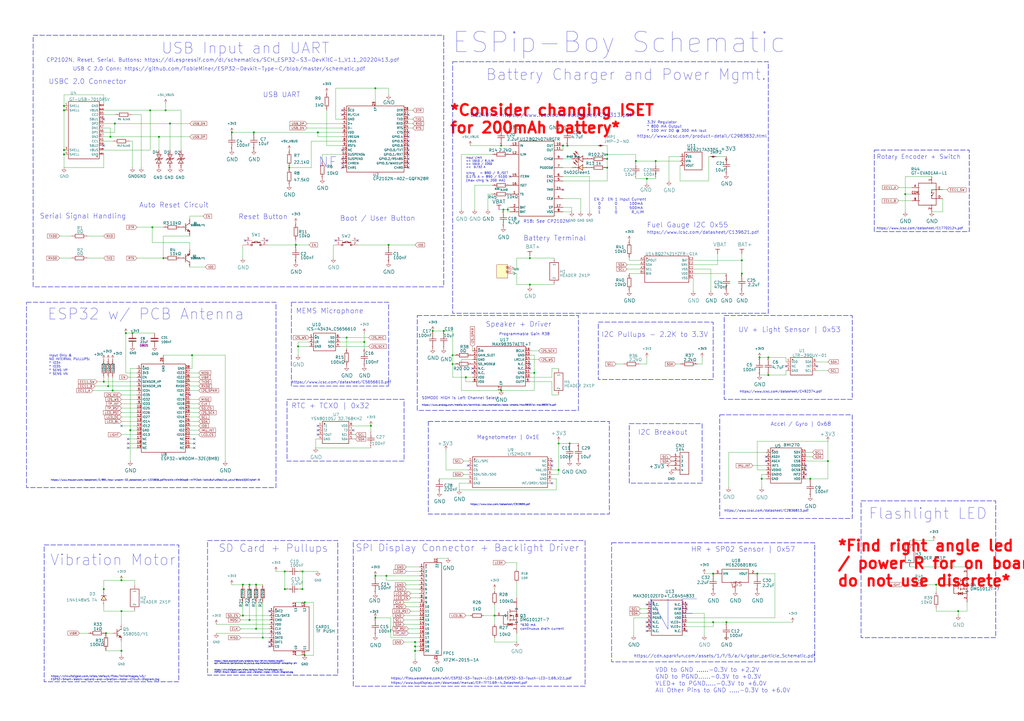
<source format=kicad_sch>
(kicad_sch (version 20250114) (generator "eeschema") (generator_version "9.0")
  (paper "User" 589.026 414.909)
  (lib_symbols
    (symbol "0402WGF0000TCE"
      (property "Reference" "R1" (at -1.524 5.6769 0))
      (property "Value" "0Ω" (at -1.524 3.4671 0))
      (symbol "0402WGF0000TCE_0_0"
        (pin input line (at -5.08 0 0) (length 2.54) (name "1") (number "1"))
        (pin input line (at 5.08 0 180) (length 2.54) (name "2") (number "2"))
      )
    )
    (symbol "0402WGF0000TCE_1"
      (property "Reference" "R2" (at -1.524 5.6769 0))
      (property "Value" "0Ω" (at -1.524 3.4671 0))
      (symbol "0402WGF0000TCE_1_0_0"
        (pin input line (at -5.08 0 0) (length 2.54) (name "1") (number "1"))
        (pin input line (at 5.08 0 180) (length 2.54) (name "2") (number "2"))
      )
    )
    (symbol "0402WGF0000TCE_2"
      (property "Reference" "R38" (at -2.159 5.7785 0))
      (property "Value" "0Ω" (at -2.159 3.4671 0))
      (symbol "0402WGF0000TCE_2_0_0"
        (pin input line (at -5.08 0 0) (length 2.54) (name "2") (number "2"))
        (pin input line (at 5.08 0 180) (length 2.54) (name "1") (number "1"))
      )
    )
    (symbol "0402WGF0000TCE_7"
      (property "Reference" "R20" (at -5.969 -1.6637 0))
      (property "Value" "0Ω" (at -0.254 -1.6637 0))
      (symbol "0402WGF0000TCE_7_0_0"
        (pin input line (at -5.08 0 0) (length 2.54) (name "2") (number "2"))
        (pin input line (at 5.08 0 180) (length 2.54) (name "1") (number "1"))
      )
    )
    (symbol "0402WGF1001TCE"
      (property "Reference" "R9" (at -5.3086 2.1463 0))
      (property "Value" "1kΩ" (at -5.9436 -0.3683 0))
      (symbol "0402WGF1001TCE_0_0"
        (pin input line (at 0 5.08 270) (length 2.54) (name "2") (number "2"))
        (pin input line (at 0 -5.08 90) (length 2.54) (name "1") (number "1"))
      )
    )
    (symbol "0402WGF1001TCE_2"
      (property "Reference" "R33" (at -2.1844 5.7531 0))
      (property "Value" "1kΩ" (at -2.1844 3.4671 0))
      (symbol "0402WGF1001TCE_2_0_0"
        (pin input line (at -5.08 0 0) (length 2.54) (name "2") (number "2"))
        (pin input line (at 5.08 0 180) (length 2.54) (name "1") (number "1"))
      )
    )
    (symbol "0402WGF1001TCE_3"
      (property "Reference" "R10" (at -5.969 3.4417 0))
      (property "Value" "1kΩ" (at -0.8636 3.4417 0))
      (symbol "0402WGF1001TCE_3_0_0"
        (pin input line (at -5.08 0 0) (length 2.54) (name "2") (number "2"))
        (pin input line (at 5.08 0 180) (length 2.54) (name "1") (number "1"))
      )
    )
    (symbol "0402WGF1001TCE_4"
      (property "Reference" "R46" (at -2.1844 5.7531 0))
      (property "Value" "1kΩ" (at -2.1844 3.4671 0))
      (symbol "0402WGF1001TCE_4_0_0"
        (pin input line (at -5.08 0 0) (length 2.54) (name "2") (number "2"))
        (pin input line (at 5.08 0 180) (length 2.54) (name "1") (number "1"))
      )
    )
    (symbol "0402WGF1002TCE"
      (property "Reference" "R3" (at -5.3086 3.3909 0))
      (property "Value" "10kΩ" (at -1.524 3.3909 0))
      (symbol "0402WGF1002TCE_0_0"
        (pin input line (at -5.08 0 0) (length 2.54) (name "1") (number "1"))
        (pin input line (at 5.08 0 180) (length 2.54) (name "2") (number "2"))
      )
    )
    (symbol "0402WGF1002TCE_1"
      (property "Reference" "R4" (at -1.524 5.6769 0))
      (property "Value" "10kΩ" (at -1.524 3.4671 0))
      (symbol "0402WGF1002TCE_1_0_0"
        (pin input line (at -5.08 0 0) (length 2.54) (name "1") (number "1"))
        (pin input line (at 5.08 0 180) (length 2.54) (name "2") (number "2"))
      )
    )
    (symbol "0402WGF1002TCE_11"
      (property "Reference" "R29" (at -7.239 2.1971 0))
      (property "Value" "10kΩ" (at -2.794 -1.5875 0))
      (symbol "0402WGF1002TCE_11_0_0"
        (pin input line (at -5.08 0 0) (length 2.54) (name "2") (number "2"))
        (pin input line (at 5.08 0 180) (length 2.54) (name "1") (number "1"))
      )
    )
    (symbol "0402WGF1002TCE_12"
      (property "Reference" "R40" (at -5.9944 2.0955 0))
      (property "Value" "10kΩ" (at -6.6294 -0.4191 0))
      (symbol "0402WGF1002TCE_12_0_0"
        (pin input line (at 0 5.08 270) (length 2.54) (name "2") (number "2"))
        (pin input line (at 0 -5.08 90) (length 2.54) (name "1") (number "1"))
      )
    )
    (symbol "0402WGF1002TCE_13"
      (property "Reference" "R41" (at -5.9944 2.0955 0))
      (property "Value" "10kΩ" (at -6.6294 -0.4191 0))
      (symbol "0402WGF1002TCE_13_0_0"
        (pin input line (at 0 5.08 270) (length 2.54) (name "2") (number "2"))
        (pin input line (at 0 -5.08 90) (length 2.54) (name "1") (number "1"))
      )
    )
    (symbol "0402WGF1002TCE_14"
      (property "Reference" "R45" (at -7.239 -0.3175 0))
      (property "Value" "10kΩ" (at 3.5306 -0.3175 0))
      (symbol "0402WGF1002TCE_14_0_0"
        (pin input line (at -5.08 0 0) (length 2.54) (name "2") (number "2"))
        (pin input line (at 5.08 0 180) (length 2.54) (name "1") (number "1"))
      )
    )
    (symbol "0402WGF1002TCE_15"
      (property "Reference" "R39" (at -5.9944 2.0955 0))
      (property "Value" "10kΩ" (at -6.6294 -0.4191 0))
      (symbol "0402WGF1002TCE_15_0_0"
        (pin input line (at 0 5.08 270) (length 2.54) (name "2") (number "2"))
        (pin input line (at 0 -5.08 90) (length 2.54) (name "1") (number "1"))
      )
    )
    (symbol "0402WGF1002TCE_2"
      (property "Reference" "R6" (at 1.524 0.9017 0))
      (property "Value" "10kΩ" (at 0.9906 -0.3683 0))
      (symbol "0402WGF1002TCE_2_0_0"
        (pin input line (at 0 5.08 270) (length 2.54) (name "2") (number "2"))
        (pin input line (at 0 -5.08 90) (length 2.54) (name "1") (number "1"))
      )
    )
    (symbol "0402WGF1002TCE_3"
      (property "Reference" "R11" (at 1.524 0.8509 0))
      (property "Value" "10kΩ" (at 1.524 -1.4097 0))
      (symbol "0402WGF1002TCE_3_0_0"
        (pin input line (at 0 5.08 270) (length 2.54) (name "2") (number "2"))
        (pin input line (at 0 -5.08 90) (length 2.54) (name "1") (number "1"))
      )
    )
    (symbol "0402WGF1002TCE_6"
      (property "Reference" "R21" (at -2.0955 -7.239 90))
      (property "Value" "10kΩ" (at -2.0955 2.2606 90))
      (symbol "0402WGF1002TCE_6_0_0"
        (pin input line (at 0 5.08 270) (length 2.54) (name "2") (number "2"))
        (pin input line (at 0 -5.08 90) (length 2.54) (name "1") (number "1"))
      )
    )
    (symbol "0402WGF1002TCE_7"
      (property "Reference" "R22" (at -2.0955 -7.239 90))
      (property "Value" "10kΩ" (at -2.0955 2.2606 90))
      (symbol "0402WGF1002TCE_7_0_0"
        (pin input line (at 0 5.08 270) (length 2.54) (name "2") (number "2"))
        (pin input line (at 0 -5.08 90) (length 2.54) (name "1") (number "1"))
      )
    )
    (symbol "0402WGF1002TCE_8"
      (property "Reference" "R23" (at -2.0955 -7.239 90))
      (property "Value" "10kΩ" (at -2.0955 2.2606 90))
      (symbol "0402WGF1002TCE_8_0_0"
        (pin input line (at 0 5.08 270) (length 2.54) (name "2") (number "2"))
        (pin input line (at 0 -5.08 90) (length 2.54) (name "1") (number "1"))
      )
    )
    (symbol "0402WGF1002TCE_9"
      (property "Reference" "R24" (at -2.0955 -7.239 90))
      (property "Value" "10kΩ" (at -2.0955 2.2606 90))
      (symbol "0402WGF1002TCE_9_0_0"
        (pin input line (at 0 5.08 270) (length 2.54) (name "2") (number "2"))
        (pin input line (at 0 -5.08 90) (length 2.54) (name "1") (number "1"))
      )
    )
    (symbol "0402WGF1003TCE"
      (property "Reference" "R15" (at -5.969 0.8763 0))
      (property "Value" "100kΩ" (at -8.5344 -1.6637 0))
      (symbol "0402WGF1003TCE_0_0"
        (pin input line (at 0 5.08 270) (length 2.54) (name "2") (number "2"))
        (pin input line (at 0 -5.08 90) (length 2.54) (name "1") (number "1"))
      )
    )
    (symbol "0402WGF1003TCE_2"
      (property "Reference" "R31" (at 1.524 0.8763 0))
      (property "Value" "100kΩ" (at 1.524 -1.4097 0))
      (symbol "0402WGF1003TCE_2_0_0"
        (pin input line (at 0 5.08 270) (length 2.54) (name "2") (number "2"))
        (pin input line (at 0 -5.08 90) (length 2.54) (name "1") (number "1"))
      )
    )
    (symbol "0402WGF2201TCE"
      (property "Reference" "R36" (at -1.4986 5.7277 0))
      (property "Value" "2.2kΩ" (at -1.4986 3.4671 0))
      (symbol "0402WGF2201TCE_0_0"
        (pin input line (at -5.08 0 0) (length 2.54) (name "1") (number "1"))
        (pin input line (at 5.08 0 180) (length 2.54) (name "2") (number "2"))
      )
    )
    (symbol "0402WGF2201TCE_1"
      (property "Reference" "R37" (at -2.159 5.9309 0))
      (property "Value" "2.2kΩ" (at -3.1242 3.3909 0))
      (symbol "0402WGF2201TCE_1_0_0"
        (pin input line (at -5.08 0 0) (length 2.54) (name "1") (number "1"))
        (pin input line (at 5.08 0 180) (length 2.54) (name "2") (number "2"))
      )
    )
    (symbol "0402WGF2201TCE_2"
      (property "Reference" "R14" (at -7.239 3.3909 0))
      (property "Value" "2.2kΩ" (at -1.4986 3.4671 0))
      (symbol "0402WGF2201TCE_2_0_0"
        (pin input line (at -5.08 0 0) (length 2.54) (name "1") (number "1"))
        (pin input line (at 5.08 0 180) (length 2.54) (name "2") (number "2"))
      )
    )
    (symbol "0402WGF2201TCE_3"
      (property "Reference" "R13" (at -7.239 3.3909 0))
      (property "Value" "2.2kΩ" (at -1.4986 3.4671 0))
      (symbol "0402WGF2201TCE_3_0_0"
        (pin input line (at -5.08 0 0) (length 2.54) (name "1") (number "1"))
        (pin input line (at 5.08 0 180) (length 2.54) (name "2") (number "2"))
      )
    )
    (symbol "0402WGF2212TCE"
      (property "Reference" "R7" (at 1.524 0.9017 0))
      (property "Value" "22.1kΩ" (at 1.524 -1.3843 0))
      (symbol "0402WGF2212TCE_0_0"
        (pin input line (at 0 5.08 270) (length 2.54) (name "2") (number "2"))
        (pin input line (at 0 -5.08 90) (length 2.54) (name "1") (number "1"))
      )
    )
    (symbol "0402WGF4752TCE"
      (property "Reference" "R8" (at 1.524 0.9017 0))
      (property "Value" "47.5kΩ" (at 1.524 -1.3843 0))
      (symbol "0402WGF4752TCE_0_0"
        (pin input line (at 0 5.08 270) (length 2.54) (name "2") (number "2"))
        (pin input line (at 0 -5.08 90) (length 2.54) (name "1") (number "1"))
      )
    )
    (symbol "0402WGF5101TCE"
      (property "Reference" "R5" (at -3.4036 -2.032 0))
      (property "Value" "5.1kΩ" (at -0.508 -2.032 0))
      (symbol "0402WGF5101TCE_0_0"
        (pin input line (at -5.08 0 0) (length 2.54) (name "2") (number "2"))
        (pin input line (at 5.08 0 180) (length 2.54) (name "1") (number "1"))
      )
    )
    (symbol "0402WGF5101TCE_1"
      (property "Reference" "R12" (at -2.4892 -2.032 0))
      (property "Value" "5.1kΩ" (at 0.7366 -2.032 0))
      (symbol "0402WGF5101TCE_1_0_0"
        (pin input line (at -5.08 0 0) (length 2.54) (name "2") (number "2"))
        (pin input line (at 5.08 0 180) (length 2.54) (name "1") (number "1"))
      )
    )
    (symbol "0402WGF5101TCE_2"
      (property "Reference" "R25" (at -3.81 -1.5748 0))
      (property "Value" "5.1kΩ" (at -0.508 -1.9812 0))
      (symbol "0402WGF5101TCE_2_0_0"
        (pin input line (at -5.08 0 0) (length 2.54) (name "2") (number "2"))
        (pin input line (at 5.08 0 180) (length 2.54) (name "1") (number "1"))
      )
    )
    (symbol "1N4148WS T4"
      (property "Reference" "D3" (at -5.3086 0.9017 0))
      (property "Value" "1N4148WS T4" (at -17.907 -1.6383 0))
      (symbol "1N4148WS T4_0_0"
        (pin unspecified line (at 0 5.08 270) (length 3.81) (name "K") (number "1"))
        (pin unspecified line (at 0 -5.08 90) (length 3.81) (name "A") (number "2"))
      )
    )
    (symbol "1X4"
      (property "Reference" "CN1" (at -2.6162 11.1887 0))
      (property "Value" "1X4" (at -2.6162 8.9027 0))
      (symbol "1X4_0_0"
        (pin unspecified line (at -5.08 3.81 0) (length 5.08) (name "1") (number "1"))
        (pin unspecified line (at -5.08 1.27 0) (length 5.08) (name "2") (number "2"))
        (pin unspecified line (at -5.08 -1.27 0) (length 5.08) (name "3") (number "3"))
        (pin unspecified line (at -5.08 -3.81 0) (length 5.08) (name "4") (number "4"))
      )
    )
    (symbol "1_custom_sym_lib:200_mah_lipo"
      (property "Reference" "U" (at 0 0 0))
      (symbol "200_mah_lipo_1_1"
        (pin power_out line (at 5.08 -1.27 0) (length 2.54) (name "1") (number "BAT+"))
        (pin power_in line (at 5.08 -3.81 0) (length 2.54) (name "2") (number "BAT-"))
      )
    )
    (symbol "BAT+" (power) (pin_numbers (hide yes)) (pin_names (hide yes))
      (property "Value" "BAT+" (at 0 -3.81 0))
      (symbol "BAT+_0_0"
        (pin power_in line (at 0 0 270) (length 0) (name "BAT+") (number "1"))
      )
    )
    (symbol "BMI270"
      (property "Reference" "U5" (at -6.5786 12.3063 0))
      (property "Value" "BMI270" (at -1.5494 12.8143 0))
      (symbol "BMI270_0_0"
        (pin unspecified line (at -11.43 7.62 0) (length 2.54) (name "SDO") (number "1"))
        (pin unspecified line (at -11.43 5.08 0) (length 2.54) (name "ASDX") (number "2"))
        (pin unspecified line (at -11.43 2.54 0) (length 2.54) (name "ASCX") (number "3"))
        (pin unspecified line (at -11.43 0 0) (length 2.54) (name "INT1") (number "4"))
        (pin unspecified line (at -11.43 -2.54 0) (length 2.54) (name "VDDIO") (number "5"))
        (pin unspecified line (at -11.43 -5.08 0) (length 2.54) (name "GNDIO") (number "6"))
        (pin unspecified line (at -11.43 -7.62 0) (length 2.54) (name "GND") (number "7"))
        (pin unspecified line (at 11.43 7.62 180) (length 2.54) (name "SDX") (number "14"))
        (pin unspecified line (at 11.43 5.08 180) (length 2.54) (name "SCX") (number "13"))
        (pin unspecified line (at 11.43 2.54 180) (length 2.54) (name "CSB") (number "12"))
        (pin unspecified line (at 11.43 0 180) (length 2.54) (name "OSDO") (number "11"))
        (pin unspecified line (at 11.43 -2.54 180) (length 2.54) (name "OCSB") (number "10"))
        (pin unspecified line (at 11.43 -5.08 180) (length 2.54) (name "INT2") (number "9"))
        (pin unspecified line (at 11.43 -7.62 180) (length 2.54) (name "VDD") (number "8"))
      )
    )
    (symbol "BQ24074RGTR"
      (property "Reference" "U12" (at -9.779 23.7109 0))
      (property "Value" "BQ24074RGTR" (at -4.5466 23.7109 0))
      (symbol "BQ24074RGTR_0_0"
        (pin passive line (at -15.24 19.05 0) (length 5.08) (name "IN") (number "13"))
        (pin unspecified line (at -15.24 13.97 0) (length 5.08) (name "ILIM") (number "12"))
        (pin unspecified line (at -15.24 1.27 0) (length 5.08) (name "ITERM") (number "15"))
        (pin unspecified line (at -15.24 -3.81 0) (length 5.08) (name "ISET") (number "16"))
        (pin unspecified line (at -15.24 -8.89 0) (length 5.08) (name "TS") (number "1"))
        (pin passive line (at -15.24 -16.51 0) (length 5.08) (name "BAT") (number "2"))
        (pin passive line (at -15.24 -19.05 0) (length 5.08) (name "BAT") (number "3"))
        (pin passive line (at 15.24 19.05 180) (length 5.08) (name "OUT") (number "10"))
        (pin passive line (at 15.24 16.51 180) (length 5.08) (name "OUT") (number "11"))
        (pin unspecified line (at 15.24 11.43 180) (length 5.08) (name "CHG#") (number "9"))
        (pin unspecified line (at 15.24 6.35 180) (length 5.08) (name "PGOOD#") (number "7"))
        (pin unspecified line (at 15.24 1.27 180) (length 5.08) (name "EN1") (number "6"))
        (pin unspecified line (at 15.24 -1.27 180) (length 5.08) (name "EN2") (number "5"))
        (pin unspecified line (at 15.24 -6.35 180) (length 5.08) (name "TMR") (number "14"))
        (pin unspecified line (at 15.24 -11.43 180) (length 5.08) (name "CE#") (number "4"))
        (pin passive line (at 15.24 -16.51 180) (length 5.08) (name "EP") (number "17"))
        (pin passive line (at 15.24 -19.05 180) (length 5.08) (name "VSS") (number "8"))
      )
    )
    (symbol "BQ27421YZFR-G1A"
      (property "Reference" "U14" (at -12.3444 9.7155 0))
      (property "Value" "BQ27421YZFR-G1A" (at -7.0612 9.7663 0))
      (symbol "BQ27421YZFR-G1A_0_0"
        (pin unspecified line (at -15.24 5.08 0) (length 2.54) (name "GPOUT") (number "A1"))
        (pin unspecified line (at -15.24 2.54 0) (length 2.54) (name "SDA") (number "A2"))
        (pin unspecified line (at -15.24 0 0) (length 2.54) (name "SCL") (number "A3"))
        (pin unspecified line (at -15.24 -2.54 0) (length 2.54) (name "BIN") (number "B1"))
        (pin unspecified line (at 15.24 5.08 180) (length 2.54) (name "BAT") (number "C3"))
        (pin unspecified line (at 15.24 2.54 180) (length 2.54) (name "SRX") (number "C2"))
        (pin unspecified line (at 15.24 0 180) (length 2.54) (name "VSS") (number "C1"))
        (pin unspecified line (at 15.24 -2.54 180) (length 2.54) (name "VDD") (number "B3"))
        (pin unspecified line (at 15.24 -5.08 180) (length 2.54) (name "VSS") (number "B2"))
      )
    )
    (symbol "CL05A106MP5NUNC_C315248"
      (property "Reference" "C21" (at -5.969 2.1463 0))
      (property "Value" "10uF" (at -6.5024 -1.6383 0))
      (symbol "CL05A106MP5NUNC_C315248_0_0"
        (pin unspecified line (at 0 5.08 270) (length 2.54) (name "1") (number "1"))
        (pin unspecified line (at 0 -5.08 90) (length 2.54) (name "2") (number "2"))
      )
    )
    (symbol "CL05A106MP5NUNC_C315248_1"
      (property "Reference" "C22" (at -7.239 0.9017 0))
      (property "Value" "10uF" (at -6.5024 -1.6383 0))
      (symbol "CL05A106MP5NUNC_C315248_1_0_0"
        (pin unspecified line (at 0 5.08 270) (length 2.54) (name "1") (number "1"))
        (pin unspecified line (at 0 -5.08 90) (length 2.54) (name "2") (number "2"))
      )
    )
    (symbol "CL05A106MP5NUNC_C315248_2"
      (property "Reference" "C19" (at 0.3556 7.2517 0))
      (property "Value" "10uF" (at -0.1524 3.3909 0))
      (symbol "CL05A106MP5NUNC_C315248_2_0_0"
        (pin unspecified line (at 0 5.08 270) (length 2.54) (name "2") (number "2"))
        (pin unspecified line (at 0 -5.08 90) (length 2.54) (name "1") (number "1"))
      )
    )
    (symbol "CL05A106MP5NUNC_C315248_3"
      (property "Reference" "C29" (at 1.6256 3.4417 0))
      (property "Value" "10uF" (at 1.0922 -1.6129 0))
      (symbol "CL05A106MP5NUNC_C315248_3_0_0"
        (pin unspecified line (at 0 5.08 270) (length 2.54) (name "2") (number "2"))
        (pin unspecified line (at 0 -5.08 90) (length 2.54) (name "1") (number "1"))
      )
    )
    (symbol "CL05A106MP5NUNC_C315248_4"
      (property "Reference" "C7" (at 3.556 2.1209 0))
      (property "Value" "10uF" (at 2.3622 -0.3937 0))
      (symbol "CL05A106MP5NUNC_C315248_4_0_0"
        (pin unspecified line (at 0 5.08 270) (length 2.54) (name "1") (number "1"))
        (pin unspecified line (at 0 -5.08 90) (length 2.54) (name "2") (number "2"))
      )
    )
    (symbol "CL05A225KO5NQNC"
      (property "Reference" "C13" (at -1.4986 6.7691 0))
      (property "Value" "2.2uF" (at -1.4986 4.4831 0))
      (symbol "CL05A225KO5NQNC_0_0"
        (pin unspecified line (at -5.08 0 0) (length 2.54) (name "2") (number "2"))
        (pin unspecified line (at 5.08 0 180) (length 2.54) (name "1") (number "1"))
      )
    )
    (symbol "CL05A225KO5NQNC_1"
      (property "Reference" "C20" (at 2.8956 2.1463 0))
      (property "Value" "2.2uF" (at 3.302 -0.3683 0))
      (symbol "CL05A225KO5NQNC_1_0_0"
        (pin unspecified line (at 0 5.08 270) (length 2.54) (name "1") (number "1"))
        (pin unspecified line (at 0 -5.08 90) (length 2.54) (name "2") (number "2"))
      )
    )
    (symbol "CL05A225KO5NQNC_2"
      (property "Reference" "C25" (at 2.8956 2.1463 0))
      (property "Value" "2.2uF" (at 3.302 -0.3683 0))
      (symbol "CL05A225KO5NQNC_2_0_0"
        (pin unspecified line (at 0 5.08 270) (length 2.54) (name "1") (number "1"))
        (pin unspecified line (at 0 -5.08 90) (length 2.54) (name "2") (number "2"))
      )
    )
    (symbol "CL05A225KO5NQNC_3"
      (property "Reference" "C32" (at -4.699 3.4163 0))
      (property "Value" "2.2uF" (at -8.1026 0.9017 0))
      (symbol "CL05A225KO5NQNC_3_0_0"
        (pin unspecified line (at 0 5.08 270) (length 2.54) (name "1") (number "1"))
        (pin unspecified line (at 0 -5.08 90) (length 2.54) (name "2") (number "2"))
      )
    )
    (symbol "CL05A225KO5NQNC_4"
      (property "Reference" "C30" (at 2.8956 2.1463 0))
      (property "Value" "2.2uF" (at 3.302 -0.3683 0))
      (symbol "CL05A225KO5NQNC_4_0_0"
        (pin unspecified line (at 0 5.08 270) (length 2.54) (name "1") (number "1"))
        (pin unspecified line (at 0 -5.08 90) (length 2.54) (name "2") (number "2"))
      )
    )
    (symbol "CL05A474KA5NNNC"
      (property "Reference" "C24" (at -7.239 0.8763 0))
      (property "Value" "470nF" (at -7.1628 -1.6637 0))
      (symbol "CL05A474KA5NNNC_0_0"
        (pin unspecified line (at 0 5.08 270) (length 2.54) (name "2") (number "2"))
        (pin unspecified line (at 0 -5.08 90) (length 2.54) (name "1") (number "1"))
      )
    )
    (symbol "CL05A475KP5NRNC"
      (property "Reference" "C6" (at 1.27 2.9591 0))
      (property "Value" "4.7uF" (at 0.762 -0.3937 0))
      (symbol "CL05A475KP5NRNC_0_0"
        (pin unspecified line (at 0 5.08 270) (length 2.54) (name "2") (number "2"))
        (pin unspecified line (at 0 -5.08 90) (length 2.54) (name "1") (number "1"))
      )
    )
    (symbol "CL05A475KP5NRNC_1"
      (property "Reference" "C18" (at 2.54 0.8763 0))
      (property "Value" "4.7uF" (at 2.54 -1.3843 0))
      (symbol "CL05A475KP5NRNC_1_0_0"
        (pin unspecified line (at 0 5.08 270) (length 2.54) (name "2") (number "2"))
        (pin unspecified line (at 0 -5.08 90) (length 2.54) (name "1") (number "1"))
      )
    )
    (symbol "CL05A475KP5NRNC_2"
      (property "Reference" "C26" (at 2.8956 3.3909 0))
      (property "Value" "4.7uF" (at 2.032 0.8763 0))
      (symbol "CL05A475KP5NRNC_2_0_0"
        (pin unspecified line (at 0 5.08 270) (length 2.54) (name "2") (number "2"))
        (pin unspecified line (at 0 -5.08 90) (length 2.54) (name "1") (number "1"))
      )
    )
    (symbol "CL05B104KO5NNNC"
      (property "Reference" "C1" (at 2.54 0.9017 0))
      (property "Value" "100nF" (at 2.54 -1.3843 0))
      (symbol "CL05B104KO5NNNC_0_0"
        (pin unspecified line (at 0 5.08 270) (length 2.54) (name "1") (number "1"))
        (pin unspecified line (at 0 -5.08 90) (length 2.54) (name "2") (number "2"))
      )
    )
    (symbol "CL05B104KO5NNNC_1"
      (property "Reference" "C2" (at 2.54 0.8763 0))
      (property "Value" "100nF" (at 2.54 -1.3589 0))
      (symbol "CL05B104KO5NNNC_1_0_0"
        (pin unspecified line (at 0 5.08 270) (length 2.54) (name "1") (number "1"))
        (pin unspecified line (at 0 -5.08 90) (length 2.54) (name "2") (number "2"))
      )
    )
    (symbol "CL05B104KO5NNNC_10"
      (property "Reference" "C23" (at -7.239 0.9017 0))
      (property "Value" "100nF" (at -7.1628 -1.6383 0))
      (symbol "CL05B104KO5NNNC_10_0_0"
        (pin unspecified line (at 0 5.08 270) (length 2.54) (name "1") (number "1"))
        (pin unspecified line (at 0 -5.08 90) (length 2.54) (name "2") (number "2"))
      )
    )
    (symbol "CL05B104KO5NNNC_11"
      (property "Reference" "C27" (at 2.8956 2.1971 0))
      (property "Value" "100nF" (at 0.4318 -1.5875 0))
      (symbol "CL05B104KO5NNNC_11_0_0"
        (pin unspecified line (at 0 5.08 270) (length 2.54) (name "1") (number "1"))
        (pin unspecified line (at 0 -5.08 90) (length 2.54) (name "2") (number "2"))
      )
    )
    (symbol "CL05B104KO5NNNC_12"
      (property "Reference" "C17" (at -5.969 5.9817 0))
      (property "Value" "100nF" (at -8.4328 3.4417 0))
      (symbol "CL05B104KO5NNNC_12_0_0"
        (pin unspecified line (at 0 5.08 270) (length 2.54) (name "1") (number "1"))
        (pin unspecified line (at 0 -5.08 90) (length 2.54) (name "2") (number "2"))
      )
    )
    (symbol "CL05B104KO5NNNC_13"
      (property "Reference" "C11" (at -4.6228 3.4417 0))
      (property "Value" "100nF" (at -5.8928 -1.6129 0))
      (symbol "CL05B104KO5NNNC_13_0_0"
        (pin unspecified line (at 0 5.08 270) (length 2.54) (name "1") (number "1"))
        (pin unspecified line (at 0 -5.08 90) (length 2.54) (name "2") (number "2"))
      )
    )
    (symbol "CL05B104KO5NNNC_14"
      (property "Reference" "C12" (at 2.54 0.9017 0))
      (property "Value" "100nF" (at 1.7018 -1.6637 0))
      (symbol "CL05B104KO5NNNC_14_0_0"
        (pin unspecified line (at 0 5.08 270) (length 2.54) (name "1") (number "1"))
        (pin unspecified line (at 0 -5.08 90) (length 2.54) (name "2") (number "2"))
      )
    )
    (symbol "CL05B104KO5NNNC_3"
      (property "Reference" "C4" (at 2.54 0.9017 0))
      (property "Value" "100nF" (at 2.54 -1.3843 0))
      (symbol "CL05B104KO5NNNC_3_0_0"
        (pin unspecified line (at 0 5.08 270) (length 2.54) (name "1") (number "1"))
        (pin unspecified line (at 0 -5.08 90) (length 2.54) (name "2") (number "2"))
      )
    )
    (symbol "CL05B104KO5NNNC_4"
      (property "Reference" "C5" (at -5.3086 2.1463 0))
      (property "Value" "100nF" (at -7.1628 -1.6383 0))
      (symbol "CL05B104KO5NNNC_4_0_0"
        (pin unspecified line (at 0 5.08 270) (length 2.54) (name "1") (number "1"))
        (pin unspecified line (at 0 -5.08 90) (length 2.54) (name "2") (number "2"))
      )
    )
    (symbol "CL05B104KO5NNNC_5"
      (property "Reference" "C9" (at 2.54 0.9017 0))
      (property "Value" "100nF" (at 2.54 -1.3843 0))
      (symbol "CL05B104KO5NNNC_5_0_0"
        (pin unspecified line (at 0 5.08 270) (length 2.54) (name "1") (number "1"))
        (pin unspecified line (at 0 -5.08 90) (length 2.54) (name "2") (number "2"))
      )
    )
    (symbol "CL05B104KO5NNNC_6"
      (property "Reference" "C10" (at -2.159 6.7437 0))
      (property "Value" "100nF" (at -2.159 4.4831 0))
      (symbol "CL05B104KO5NNNC_6_0_0"
        (pin unspecified line (at -5.08 0 0) (length 2.54) (name "1") (number "1"))
        (pin unspecified line (at 5.08 0 180) (length 2.54) (name "2") (number "2"))
      )
    )
    (symbol "CL05B104KO5NNNC_7"
      (property "Reference" "C14" (at 2.54 0.9017 0))
      (property "Value" "100nF" (at 1.27 -0.8509 0))
      (symbol "CL05B104KO5NNNC_7_0_0"
        (pin unspecified line (at 0 5.08 270) (length 2.54) (name "1") (number "1"))
        (pin unspecified line (at 0 -5.08 90) (length 2.54) (name "2") (number "2"))
      )
    )
    (symbol "CL05B104KO5NNNC_8"
      (property "Reference" "C15" (at 2.54 0.9017 0))
      (property "Value" "100nF" (at 1.7018 -1.6637 0))
      (symbol "CL05B104KO5NNNC_8_0_0"
        (pin unspecified line (at 0 5.08 270) (length 2.54) (name "1") (number "1"))
        (pin unspecified line (at 0 -5.08 90) (length 2.54) (name "2") (number "2"))
      )
    )
    (symbol "CL05B104KO5NNNC_9"
      (property "Reference" "C16" (at 0.3556 3.3909 0))
      (property "Value" "100nF" (at 0.4318 -1.6637 0))
      (symbol "CL05B104KO5NNNC_9_0_0"
        (pin unspecified line (at 0 5.08 270) (length 2.54) (name "2") (number "2"))
        (pin unspecified line (at 0 -5.08 90) (length 2.54) (name "1") (number "1"))
      )
    )
    (symbol "CL05B224KO5NNNC"
      (property "Reference" "C28" (at 2.54 0.9525 0))
      (property "Value" "220nF" (at 2.54 -1.3843 0))
      (symbol "CL05B224KO5NNNC_0_0"
        (pin input line (at 0 3.81 270) (length 2.54) (name "2") (number "2"))
        (pin input line (at 0 -3.81 90) (length 2.54) (name "1") (number "1"))
      )
    )
    (symbol "CP2102N-A02-GQFN28R"
      (property "Reference" "U2" (at -1.4732 -19.5961 0))
      (property "Value" "CP2102N-A02-GQFN28R" (at -1.4732 -21.8313 0))
      (symbol "CP2102N-A02-GQFN28R_0_0"
        (pin unspecified line (at -19.05 16.51 0) (length 2.54) (name "DCD") (number "1"))
        (pin unspecified line (at -19.05 13.97 0) (length 2.54) (name "RI/CLK") (number "2"))
        (pin unspecified line (at -19.05 11.43 0) (length 2.54) (name "GND") (number "3"))
        (pin unspecified line (at -19.05 8.89 0) (length 2.54) (name "D+") (number "4"))
        (pin unspecified line (at -19.05 6.35 0) (length 2.54) (name "D-") (number "5"))
        (pin unspecified line (at -19.05 3.81 0) (length 2.54) (name "VDD") (number "6"))
        (pin unspecified line (at -19.05 1.27 0) (length 2.54) (name "VREGIN") (number "7"))
        (pin unspecified line (at -19.05 -1.27 0) (length 2.54) (name "VBUS") (number "8"))
        (pin unspecified line (at -19.05 -3.81 0) (length 2.54) (name "RSTb") (number "9"))
        (pin unspecified line (at -19.05 -6.35 0) (length 2.54) (name "NC") (number "10"))
        (pin unspecified line (at -19.05 -8.89 0) (length 2.54) (name "SUSPENDb") (number "11"))
        (pin unspecified line (at -19.05 -11.43 0) (length 2.54) (name "SUSPEND") (number "12"))
        (pin unspecified line (at -19.05 -13.97 0) (length 2.54) (name "CHREN") (number "13"))
        (pin unspecified line (at -19.05 -16.51 0) (length 2.54) (name "CHR1") (number "14"))
        (pin unspecified line (at 0 21.59 270) (length 2.54) (name "EP") (number "29"))
        (pin unspecified line (at 19.05 16.51 180) (length 2.54) (name "DTR") (number "28"))
        (pin unspecified line (at 19.05 13.97 180) (length 2.54) (name "DSR") (number "27"))
        (pin unspecified line (at 19.05 11.43 180) (length 2.54) (name "TXD") (number "26"))
        (pin unspecified line (at 19.05 8.89 180) (length 2.54) (name "RXD") (number "25"))
        (pin unspecified line (at 19.05 6.35 180) (length 2.54) (name "RTS") (number "24"))
        (pin unspecified line (at 19.05 3.81 180) (length 2.54) (name "CTS") (number "23"))
        (pin unspecified line (at 19.05 1.27 180) (length 2.54) (name "GPIO.4") (number "22"))
        (pin unspecified line (at 19.05 -1.27 180) (length 2.54) (name "GPIO.5") (number "21"))
        (pin unspecified line (at 19.05 -3.81 180) (length 2.54) (name "GPIO.6") (number "20"))
        (pin unspecified line (at 19.05 -6.35 180) (length 2.54) (name "GPIO.0/TXT") (number "19"))
        (pin unspecified line (at 19.05 -8.89 180) (length 2.54) (name "GPIO.1/RXT") (number "18"))
        (pin unspecified line (at 19.05 -11.43 180) (length 2.54) (name "GPIO.2/RS485") (number "17"))
        (pin unspecified line (at 19.05 -13.97 180) (length 2.54) (name "GPIO.3/WAKEUP") (number "16"))
        (pin unspecified line (at 19.05 -16.51 180) (length 2.54) (name "CHR0") (number "15"))
      )
    )
    (symbol "DMG1012T-7"
      (property "Reference" "Q3" (at 8.1026 0.8509 0))
      (property "Value" "DMG1012T-7" (at 8.1026 -1.4097 0))
      (symbol "DMG1012T-7_0_0"
        (pin unspecified line (at -6.35 0 0) (length 5.08) (name "G") (number "1"))
        (pin unspecified line (at 6.35 10.16 270) (length 5.08) (name "D") (number "3"))
        (pin unspecified line (at 6.35 -10.16 90) (length 5.08) (name "S") (number "2"))
      )
    )
    (symbol "DMG1012T-7_1"
      (property "Reference" "Q4" (at 8.1026 0.8509 0))
      (property "Value" "DMG1012T-7" (at 8.1026 -1.4097 0))
      (symbol "DMG1012T-7_1_0_0"
        (pin unspecified line (at -6.35 0 0) (length 5.08) (name "G") (number "1"))
        (pin unspecified line (at 6.35 10.16 270) (length 5.08) (name "D") (number "3"))
        (pin unspecified line (at 6.35 -10.16 90) (length 5.08) (name "S") (number "2"))
      )
    )
    (symbol "Device:C" (pin_numbers (hide yes)) (pin_names (offset 0.254))
      (property "Reference" "C" (at 0.635 2.54 0))
      (property "Value" "C" (at 0.635 -2.54 0))
      (symbol "C_1_1"
        (pin passive line (at 0 3.81 270) (length 2.794) (name "~") (number "1"))
        (pin passive line (at 0 -3.81 90) (length 2.794) (name "~") (number "2"))
      )
    )
    (symbol "Device:R" (pin_numbers (hide yes)) (pin_names (offset 0))
      (property "Reference" "R" (at 2.032 0 90))
      (property "Value" "R" (at 0 0 90))
      (symbol "R_1_1"
        (pin passive line (at 0 3.81 270) (length 1.27) (name "~") (number "1"))
        (pin passive line (at 0 -3.81 90) (length 1.27) (name "~") (number "2"))
      )
    )
    (symbol "ESP32-WROOM-32E(8MB)"
      (property "Reference" "U8" (at -1.5494 -23.2029 0))
      (property "Value" "ESP32-WROOM-32E(8MB)" (at -1.5494 -25.5651 0))
      (symbol "ESP32-WROOM-32E(8MB)_0_0"
        (pin unspecified line (at -15.24 25.4 0) (length 2.54) (name "GND") (number "1"))
        (pin unspecified line (at -15.24 22.86 0) (length 2.54) (name "3V3") (number "2"))
        (pin unspecified line (at -15.24 20.32 0) (length 2.54) (name "EN") (number "3"))
        (pin unspecified line (at -15.24 17.78 0) (length 2.54) (name "SENSOR_VP") (number "4"))
        (pin unspecified line (at -15.24 15.24 0) (length 2.54) (name "SENSOR_VN") (number "5"))
        (pin unspecified line (at -15.24 12.7 0) (length 2.54) (name "IO34") (number "6"))
        (pin unspecified line (at -15.24 10.16 0) (length 2.54) (name "IO35") (number "7"))
        (pin unspecified line (at -15.24 7.62 0) (length 2.54) (name "IO32") (number "8"))
        (pin unspecified line (at -15.24 5.08 0) (length 2.54) (name "IO33") (number "9"))
        (pin unspecified line (at -15.24 2.54 0) (length 2.54) (name "IO25") (number "10"))
        (pin unspecified line (at -15.24 0 0) (length 2.54) (name "IO26") (number "11"))
        (pin unspecified line (at -15.24 -2.54 0) (length 2.54) (name "IO27") (number "12"))
        (pin unspecified line (at -15.24 -5.08 0) (length 2.54) (name "IO14") (number "13"))
        (pin unspecified line (at -15.24 -7.62 0) (length 2.54) (name "IO12") (number "14"))
        (pin unspecified line (at -15.24 -10.16 0) (length 2.54) (name "GND") (number "15"))
        (pin unspecified line (at -15.24 -12.7 0) (length 2.54) (name "IO13") (number "16"))
        (pin unspecified line (at -15.24 -15.24 0) (length 2.54) (name "NC") (number "17"))
        (pin unspecified line (at -15.24 -17.78 0) (length 2.54) (name "NC") (number "18"))
        (pin unspecified line (at -15.24 -20.32 0) (length 2.54) (name "NC") (number "19"))
        (pin unspecified line (at 0 33.02 270) (length 5.08) (name "GND") (number "39"))
        (pin unspecified line (at 15.24 25.4 180) (length 2.54) (name "GND") (number "38"))
        (pin unspecified line (at 15.24 22.86 180) (length 2.54) (name "IO23") (number "37"))
        (pin unspecified line (at 15.24 20.32 180) (length 2.54) (name "IO22") (number "36"))
        (pin unspecified line (at 15.24 17.78 180) (length 2.54) (name "TXD0") (number "35"))
        (pin unspecified line (at 15.24 15.24 180) (length 2.54) (name "RXD0") (number "34"))
        (pin unspecified line (at 15.24 12.7 180) (length 2.54) (name "IO21") (number "33"))
        (pin unspecified line (at 15.24 10.16 180) (length 2.54) (name "NC") (number "32"))
        (pin unspecified line (at 15.24 7.62 180) (length 2.54) (name "IO19") (number "31"))
        (pin unspecified line (at 15.24 5.08 180) (length 2.54) (name "IO18") (number "30"))
        (pin unspecified line (at 15.24 2.54 180) (length 2.54) (name "IO5") (number "29"))
        (pin unspecified line (at 15.24 0 180) (length 2.54) (name "IO17") (number "28"))
        (pin unspecified line (at 15.24 -2.54 180) (length 2.54) (name "IO16") (number "27"))
        (pin unspecified line (at 15.24 -5.08 180) (length 2.54) (name "IO4") (number "26"))
        (pin unspecified line (at 15.24 -7.62 180) (length 2.54) (name "IO0") (number "25"))
        (pin unspecified line (at 15.24 -10.16 180) (length 2.54) (name "IO2") (number "24"))
        (pin unspecified line (at 15.24 -12.7 180) (length 2.54) (name "IO15") (number "23"))
        (pin unspecified line (at 15.24 -15.24 180) (length 2.54) (name "NC") (number "22"))
        (pin unspecified line (at 15.24 -17.78 180) (length 2.54) (name "NC") (number "21"))
        (pin unspecified line (at 15.24 -20.32 180) (length 2.54) (name "NC") (number "20"))
      )
    )
    (symbol "GT-EVA01AA-L1"
      (property "Reference" "R44" (at -9.398 15.3797 0))
      (property "Value" "GT-EVA01AA-L1" (at -9.398 13.1191 0))
      (symbol "GT-EVA01AA-L1_0_0"
        (pin unspecified line (at -8.89 3.81 0) (length 3.81) (name "A") (number "A"))
        (pin unspecified line (at -8.89 0 0) (length 3.81) (name "COM") (number "COM"))
        (pin unspecified line (at -8.89 -3.81 0) (length 3.81) (name "B") (number "B"))
        (pin unspecified line (at 2.54 10.16 270) (length 3.81) (name "1") (number "1"))
        (pin unspecified line (at 2.54 -10.16 90) (length 3.81) (name "2") (number "2"))
        (pin unspecified line (at 8.89 2.54 180) (length 3.81) (name "E") (number "E"))
        (pin unspecified line (at 8.89 -2.54 180) (length 3.81) (name "D") (number "D"))
      )
    )
    (symbol "GT-USB-7010ASV"
      (property "Reference" "U4" (at -6.5786 21.1963 0))
      (property "Value" "GT-USB-7010ASV" (at -7.2898 17.3863 0))
      (symbol "GT-USB-7010ASV_0_0"
        (pin unspecified line (at -10.16 12.7 0) (length 2.54) (name "SHELL") (number "1"))
        (pin unspecified line (at -10.16 10.16 0) (length 2.54) (name "SHELL") (number "2"))
        (pin unspecified line (at -10.16 -12.7 0) (length 2.54) (name "SHELL") (number "3"))
        (pin unspecified line (at -10.16 -15.24 0) (length 2.54) (name "SHELL") (number "4"))
        (pin unspecified line (at 12.7 12.7 180) (length 2.54) (name "GND") (number "B1A12"))
        (pin unspecified line (at 12.7 10.16 180) (length 2.54) (name "VBUS") (number "B4A9"))
        (pin unspecified line (at 12.7 7.62 180) (length 2.54) (name "CC2") (number "B5"))
        (pin unspecified line (at 12.7 5.08 180) (length 2.54) (name "SBU1") (number "A8"))
        (pin unspecified line (at 12.7 2.54 180) (length 2.54) (name "DP2") (number "B6"))
        (pin unspecified line (at 12.7 0 180) (length 2.54) (name "DN1") (number "A7"))
        (pin unspecified line (at 12.7 -2.54 180) (length 2.54) (name "DP1") (number "A6"))
        (pin unspecified line (at 12.7 -5.08 180) (length 2.54) (name "DN2") (number "B7"))
        (pin unspecified line (at 12.7 -7.62 180) (length 2.54) (name "CC1") (number "A5"))
        (pin unspecified line (at 12.7 -10.16 180) (length 2.54) (name "SBU2") (number "B8"))
        (pin unspecified line (at 12.7 -12.7 180) (length 2.54) (name "VBUS") (number "A4B9"))
        (pin unspecified line (at 12.7 -15.24 180) (length 2.54) (name "GND") (number "A1B12"))
      )
    )
    (symbol "HEADER 2X1P"
      (property "Reference" "H1" (at 3.048 0.8763 0))
      (property "Value" "HEADER 2X1P" (at 3.048 -1.3843 0))
      (symbol "HEADER 2X1P_0_0"
        (pin unspecified line (at 0 7.62 270) (length 2.54) (name "1") (number "1"))
        (pin unspecified line (at 0 -7.62 90) (length 2.54) (name "2") (number "2"))
      )
    )
    (symbol "ICS-43434_C5656610"
      (property "Reference" "U10" (at -7.239 11.0109 0))
      (property "Value" "ICS-43434_C5656610" (at -10.5156 8.4709 0))
      (symbol "ICS-43434_C5656610_0_0"
        (pin unspecified line (at -8.89 2.54 0) (length 2.54) (name "WS") (number "1"))
        (pin unspecified line (at -8.89 0 0) (length 2.54) (name "LR") (number "2"))
        (pin unspecified line (at -8.89 -2.54 0) (length 2.54) (name "GND") (number "3"))
        (pin unspecified line (at 8.89 2.54 180) (length 2.54) (name "SD") (number "6"))
        (pin unspecified line (at 8.89 0 180) (length 2.54) (name "VDD") (number "5"))
        (pin unspecified line (at 8.89 -2.54 180) (length 2.54) (name "SCK") (number "4"))
      )
    )
    (symbol "JMP-2-NO"
      (property "Reference" "JMP1" (at 2.032 5.9309 0))
      (property "Value" "JMP-2-NO" (at 2.0066 3.3909 0))
      (symbol "JMP-2-NO_0_0"
        (pin unspecified line (at -1.27 0 0) (length 0) (name "1") (number "1"))
        (pin unspecified line (at 1.27 0 0) (length 0) (name "2") (number "2"))
      )
    )
    (symbol "JMP-2-NO_1"
      (property "Reference" "JMP2" (at -1.7526 3.3909 0))
      (symbol "JMP-2-NO_1_0_0"
        (pin unspecified line (at -1.27 0 0) (length 0) (name "1") (number "1"))
        (pin unspecified line (at 1.27 0 0) (length 0) (name "2") (number "2"))
      )
    )
    (symbol "LESD5D5.0CT1G_C5199850_2"
      (property "Reference" "D4" (at 2.794 0.8509 0))
      (symbol "LESD5D5.0CT1G_C5199850_2_0_0"
        (pin unspecified line (at 0 5.08 270) (length 2.54) (name "2") (number "2"))
        (pin unspecified line (at 0 -5.08 90) (length 2.54) (name "1") (number "1"))
      )
    )
    (symbol "LIS2MDLTR"
      (property "Reference" "U9" (at -1.4986 13.7795 0))
      (property "Value" "LIS2MDLTR" (at -1.4986 11.3411 0))
      (symbol "LIS2MDLTR_0_0"
        (pin unspecified line (at -24.13 6.35 0) (length 2.54) (name "SCL/SPC") (number "1"))
        (pin unspecified line (at -24.13 3.81 0) (length 2.54) (name "NC") (number "2"))
        (pin unspecified line (at -24.13 1.27 0) (length 2.54) (name "CS") (number "3"))
        (pin unspecified line (at -24.13 -1.27 0) (length 2.54) (name "SDA/SDI/SDO") (number "4"))
        (pin unspecified line (at -24.13 -3.81 0) (length 2.54) (name "C1") (number "5"))
        (pin unspecified line (at -24.13 -6.35 0) (length 2.54) (name "GND") (number "6"))
        (pin unspecified line (at 24.13 6.35 180) (length 2.54) (name "NC") (number "12"))
        (pin unspecified line (at 24.13 3.81 180) (length 2.54) (name "NC") (number "11"))
        (pin unspecified line (at 24.13 1.27 180) (length 2.54) (name "Vdd_IO") (number "10"))
        (pin unspecified line (at 24.13 -1.27 180) (length 2.54) (name "Vdd") (number "9"))
        (pin unspecified line (at 24.13 -3.81 180) (length 2.54) (name "GND") (number "8"))
        (pin unspecified line (at 24.13 -6.35 180) (length 2.54) (name "INT/DRDY/SDO") (number "7"))
      )
    )
    (symbol "LTR-390UV-01"
      (property "Reference" "U1" (at -1.524 9.9441 0))
      (property "Value" "LTR-390UV-01" (at -5.2578 7.2263 0))
      (symbol "LTR-390UV-01_0_0"
        (pin unspecified line (at -8.89 2.54 0) (length 2.54) (name "VDD") (number "1"))
        (pin unspecified line (at -8.89 0 0) (length 2.54) (name "NC") (number "2"))
        (pin unspecified line (at -8.89 -2.54 0) (length 2.54) (name "GND") (number "3"))
        (pin unspecified line (at 8.89 2.54 180) (length 2.54) (name "SDA") (number "6"))
        (pin unspecified line (at 8.89 0 180) (length 2.54) (name "INT") (number "5"))
        (pin unspecified line (at 8.89 -2.54 180) (length 2.54) (name "SCL") (number "4"))
      )
    )
    (symbol "MAX30102EFD+T_C6454833"
      (property "Reference" "U13" (at -0.889 16.1163 0))
      (property "Value" "MAX30102EFD+T_C6454833" (at -19.5834 13.5509 0))
      (symbol "MAX30102EFD+T_C6454833_0_0"
        (pin unspecified line (at -11.43 7.62 0) (length 2.54) (name "N.C.") (number "1"))
        (pin unspecified line (at -11.43 5.08 0) (length 2.54) (name "SCL") (number "2"))
        (pin unspecified line (at -11.43 2.54 0) (length 2.54) (name "SDA") (number "3"))
        (pin unspecified line (at -11.43 0 0) (length 2.54) (name "PGND") (number "4"))
        (pin unspecified line (at -11.43 -2.54 0) (length 2.54) (name "N.C.") (number "5"))
        (pin unspecified line (at -11.43 -5.08 0) (length 2.54) (name "N.C.") (number "6"))
        (pin unspecified line (at -11.43 -7.62 0) (length 2.54) (name "N.C.") (number "7"))
        (pin unspecified line (at 11.43 7.62 180) (length 2.54) (name "N.C.") (number "14"))
        (pin unspecified line (at 11.43 5.08 180) (length 2.54) (name "INT#") (number "13"))
        (pin unspecified line (at 11.43 2.54 180) (length 2.54) (name "GND") (number "12"))
        (pin unspecified line (at 11.43 0 180) (length 2.54) (name "VDD") (number "11"))
        (pin unspecified line (at 11.43 -2.54 180) (length 2.54) (name "VLED+") (number "10"))
        (pin unspecified line (at 11.43 -5.08 180) (length 2.54) (name "VLED+") (number "9"))
        (pin unspecified line (at 11.43 -7.62 180) (length 2.54) (name "N.C.") (number "8"))
      )
    )
    (symbol "MAX98357AETE+T"
      (property "Reference" "U17" (at -0.889 17.4371 0))
      (property "Value" "MAX98357AETE+T" (at -5.3086 14.8971 0))
      (symbol "MAX98357AETE+T_0_0"
        (pin unspecified line (at -16.51 10.16 0) (length 2.54) (name "DIN") (number "1"))
        (pin unspecified line (at -16.51 7.62 0) (length 2.54) (name "GAIN_SLOT") (number "2"))
        (pin unspecified line (at -16.51 5.08 0) (length 2.54) (name "GND") (number "3"))
        (pin unspecified line (at -16.51 2.54 0) (length 2.54) (name "SD_MODE#") (number "4"))
        (pin unspecified line (at -16.51 0 0) (length 2.54) (name "N.C.") (number "5"))
        (pin unspecified line (at -16.51 -2.54 0) (length 2.54) (name "N.C.") (number "6"))
        (pin unspecified line (at -16.51 -5.08 0) (length 2.54) (name "VDD") (number "7"))
        (pin unspecified line (at -16.51 -7.62 0) (length 2.54) (name "VDD") (number "8"))
        (pin unspecified line (at 0 -12.7 90) (length 2.54) (name "EP") (number "17"))
        (pin unspecified line (at 16.51 10.16 180) (length 2.54) (name "BCLK") (number "16"))
        (pin unspecified line (at 16.51 7.62 180) (length 2.54) (name "GND") (number "15"))
        (pin unspecified line (at 16.51 5.08 180) (length 2.54) (name "LRCLK") (number "14"))
        (pin unspecified line (at 16.51 2.54 180) (length 2.54) (name "N.C.") (number "13"))
        (pin unspecified line (at 16.51 0 180) (length 2.54) (name "N.C.") (number "12"))
        (pin unspecified line (at 16.51 -2.54 180) (length 2.54) (name "GND") (number "11"))
        (pin unspecified line (at 16.51 -5.08 180) (length 2.54) (name "OUTN") (number "10"))
        (pin unspecified line (at 16.51 -7.62 180) (length 2.54) (name "OUTP") (number "9"))
      )
    )
    (symbol "ME6206B18XG"
      (property "Reference" "U18" (at -2.159 8.4963 0))
      (property "Value" "ME6206B18XG" (at -5.6896 5.9563 0))
      (symbol "ME6206B18XG_0_0"
        (text "VSS" (at -2.794 -4.572 0) (effects (font (size 2.413 2.413)) (justify left top)))
        (pin passive line (at -12.7 0 0) (length 5.08) (name "VIN") (number "3"))
        (pin passive line (at 0 -10.16 90) (length 5.08) (name "VSS") (number "1"))
        (pin passive line (at 12.7 0 180) (length 5.08) (name "VOUT") (number "2"))
      )
    )
    (symbol "ME6217A33PG"
      (property "Reference" "U11" (at -1.0668 9.8171 0))
      (property "Value" "ME6217A33PG" (at -1.0668 7.5311 0))
      (symbol "ME6217A33PG_0_0"
        (pin unspecified line (at -5.08 2.54 0) (length 2.54) (name "VSS") (number "1"))
        (pin unspecified line (at -5.08 0 0) (length 2.54) (name "VIN") (number "2"))
        (pin unspecified line (at -5.08 -2.54 0) (length 2.54) (name "VOUT") (number "3"))
      )
    )
    (symbol "SS8050/Y1"
      (property "Reference" "Q1" (at 2.1844 3.0226 0))
      (property "Value" "SS8050/Y1" (at 0.381 1.7526 0))
      (symbol "SS8050/Y1_0_0"
        (pin unspecified line (at -5.08 0 0) (length 2.54) (name "B") (number "1"))
        (pin unspecified line (at 0 5.08 270) (length 2.54) (name "C") (number "3"))
        (pin unspecified line (at 0 -5.08 90) (length 2.54) (name "E") (number "2"))
      )
    )
    (symbol "SS8050/Y1_1"
      (property "Reference" "Q2" (at 1.6256 1.7526 0))
      (property "Value" "SS8050/Y1" (at 0.381 0.508 0))
      (symbol "SS8050/Y1_1_0_0"
        (pin unspecified line (at -5.08 0 0) (length 2.54) (name "B") (number "1"))
        (pin unspecified line (at 0 5.08 270) (length 2.54) (name "E") (number "2"))
        (pin unspecified line (at 0 -5.08 90) (length 2.54) (name "C") (number "3"))
      )
    )
    (symbol "SS8050/Y1_2"
      (property "Reference" "Q5" (at 1.016 0.8509 0))
      (property "Value" "SS8050/Y1" (at 1.016 -1.4097 0))
      (symbol "SS8050/Y1_2_0_0"
        (pin unspecified line (at -5.08 0 0) (length 2.54) (name "B") (number "1"))
        (pin unspecified line (at 0 5.08 270) (length 2.54) (name "C") (number "3"))
        (pin unspecified line (at 0 -5.08 90) (length 2.54) (name "E") (number "2"))
      )
    )
    (symbol "TF PUSH"
      (property "Reference" "CARD1" (at 16.2814 2.1209 0))
      (property "Value" "TF PUSH" (at 16.51 -0.3937 0))
      (symbol "TF PUSH_0_0"
        (pin unspecified line (at -10.16 10.16 0) (length 2.54) (name "DAT2") (number "1"))
        (pin unspecified line (at -10.16 7.62 0) (length 2.54) (name "CD/DAT3") (number "2"))
        (pin unspecified line (at -10.16 5.08 0) (length 2.54) (name "CMD") (number "3"))
        (pin unspecified line (at -10.16 2.54 0) (length 2.54) (name "VDD") (number "4"))
        (pin unspecified line (at -10.16 0 0) (length 2.54) (name "CLX") (number "5"))
        (pin unspecified line (at -10.16 -2.54 0) (length 2.54) (name "VSS") (number "6"))
        (pin unspecified line (at -10.16 -5.08 0) (length 2.54) (name "DAT0") (number "7"))
        (pin unspecified line (at -10.16 -7.62 0) (length 2.54) (name "DAT1") (number "8"))
        (pin unspecified line (at -10.16 -10.16 0) (length 2.54) (name "CD") (number "9"))
        (pin unspecified line (at 5.08 15.24 270) (length 2.54) (name "13") (number "13"))
        (pin unspecified line (at 5.08 -15.24 90) (length 2.54) (name "10") (number "10"))
        (pin unspecified line (at 10.16 15.24 270) (length 2.54) (name "12") (number "12"))
        (pin unspecified line (at 10.16 -15.24 90) (length 2.54) (name "11") (number "11"))
      )
    )
    (symbol "TS24CA 250GF 013"
      (property "Reference" "SW1" (at -3.8354 9.8933 0))
      (property "Value" "TS24CA 250GF 013" (at -3.8354 7.6581 0))
      (symbol "TS24CA 250GF 013_0_0"
        (pin unspecified line (at -7.62 2.54 0) (length 3.302) (name "3") (number "3"))
        (pin unspecified line (at -7.62 0 0) (length 3.302) (name "1") (number "1"))
        (pin unspecified line (at 5.08 2.54 180) (length 3.302) (name "4") (number "4"))
        (pin unspecified line (at 5.08 0 180) (length 3.302) (name "2") (number "2"))
      )
    )
    (symbol "TZ-P2-0402YGTIA1-0.45T"
      (property "Reference" "LED1" (at -8.0264 -1.6637 0))
      (symbol "TZ-P2-0402YGTIA1-0.45T_0_0"
        (pin unspecified line (at -5.08 0 0) (length 3.81) (name "1") (number "1"))
        (pin unspecified line (at 5.08 0 180) (length 3.81) (name "2") (number "2"))
      )
    )
    (symbol "VBAT" (power) (pin_numbers (hide yes)) (pin_names (hide yes))
      (property "Value" "VBAT" (at 0 -3.81 0))
      (symbol "VBAT_0_0"
        (pin power_in line (at 0 0 270) (length 0) (name "VBAT") (number "1"))
      )
    )
    (symbol "XF2M-2015-1A"
      (property "Reference" "FPC1" (at 8.382 -23.2791 0))
      (property "Value" "XF2M-2015-1A" (at 8.4836 -27.0891 0))
      (symbol "XF2M-2015-1A_0_0"
        (pin unspecified line (at -5.08 25.4 0) (length 2.54) (name "1") (number "1"))
        (pin unspecified line (at -5.08 22.86 0) (length 2.54) (name "2") (number "2"))
        (pin unspecified line (at -5.08 20.32 0) (length 2.54) (name "3") (number "3"))
        (pin unspecified line (at -5.08 17.78 0) (length 2.54) (name "4") (number "4"))
        (pin unspecified line (at -5.08 15.24 0) (length 2.54) (name "5") (number "5"))
        (pin unspecified line (at -5.08 12.7 0) (length 2.54) (name "6") (number "6"))
        (pin unspecified line (at -5.08 10.16 0) (length 2.54) (name "7") (number "7"))
        (pin unspecified line (at -5.08 7.62 0) (length 2.54) (name "8") (number "8"))
        (pin unspecified line (at -5.08 5.08 0) (length 2.54) (name "9") (number "9"))
        (pin unspecified line (at -5.08 2.54 0) (length 2.54) (name "10") (number "10"))
        (pin unspecified line (at -5.08 0 0) (length 2.54) (name "11") (number "11"))
        (pin unspecified line (at -5.08 -2.54 0) (length 2.54) (name "12") (number "12"))
        (pin unspecified line (at -5.08 -5.08 0) (length 2.54) (name "13") (number "13"))
        (pin unspecified line (at -5.08 -7.62 0) (length 2.54) (name "14") (number "14"))
        (pin unspecified line (at -5.08 -10.16 0) (length 2.54) (name "15") (number "15"))
        (pin unspecified line (at -5.08 -12.7 0) (length 2.54) (name "16") (number "16"))
        (pin unspecified line (at -5.08 -15.24 0) (length 2.54) (name "17") (number "17"))
        (pin unspecified line (at -5.08 -17.78 0) (length 2.54) (name "18") (number "18"))
        (pin unspecified line (at -5.08 -20.32 0) (length 2.54) (name "19") (number "19"))
        (pin unspecified line (at -5.08 -22.86 0) (length 2.54) (name "20") (number "20"))
        (pin unspecified line (at 5.08 30.48 270) (length 2.54) (name "22") (number "22"))
        (pin unspecified line (at 5.08 -27.94 90) (length 2.54) (name "21") (number "21"))
      )
    )
    (symbol "XL-1005UBC_C22355736"
      (property "Value" "0402 Blue" (at -8.128 1.8034 0))
      (symbol "XL-1005UBC_C22355736_0_0"
        (pin unspecified line (at -5.08 0 0) (length 2.54) (name "K") (number "1"))
        (pin unspecified line (at 5.08 0 180) (length 2.54) (name "A") (number "2"))
      )
    )
    (symbol "YSN8010SJ 32.768KHZ"
      (property "Reference" "U7" (at -1.4986 11.3157 0))
      (property "Value" "YSN8010SJ 32.768KHZ" (at -10.2362 8.5217 0))
      (symbol "YSN8010SJ 32.768KHZ_0_0"
        (pin unspecified line (at -10.16 3.81 0) (length 2.54) (name "T1") (number "1"))
        (pin unspecified line (at -10.16 1.27 0) (length 2.54) (name "T2") (number "2"))
        (pin unspecified line (at -10.16 -1.27 0) (length 2.54) (name "FOUT") (number "3"))
        (pin unspecified line (at -10.16 -3.81 0) (length 2.54) (name "GND") (number "4"))
        (pin unspecified line (at 10.16 3.81 180) (length 2.54) (name "VDD") (number "8"))
        (pin unspecified line (at 10.16 1.27 180) (length 2.54) (name "T3") (number "7"))
        (pin unspecified line (at 10.16 -1.27 180) (length 2.54) (name "SCL") (number "6"))
        (pin unspecified line (at 10.16 -3.81 180) (length 2.54) (name "SDA") (number "5"))
      )
    )
    (symbol "power:+3V3" (power) (pin_numbers (hide yes)) (pin_names (offset 0) (hide yes))
      (property "Value" "+3V3" (at 0 3.556 0))
      (symbol "+3V3_1_1"
        (pin power_in line (at 0 0 90) (length 0) (name "~") (number "1"))
      )
    )
    (symbol "power:GND" (power) (pin_numbers (hide yes)) (pin_names (offset 0) (hide yes))
      (property "Value" "GND" (at 0 -3.81 0))
      (symbol "GND_1_1"
        (pin power_in line (at 0 0 270) (length 0) (name "~") (number "1"))
      )
    )
  )
  (rectangle (start 361.95 243.84) (end 403.86 278.13) (stroke (width 0.254) (type dash)))
  (rectangle (start 119.38 311.15) (end 194.31 388.62) (stroke (width 0.254) (type dash)))
  (rectangle (start 25.4 313.69) (end 102.87 392.43) (stroke (width 0.254) (type dash)))
  (rectangle (start 240.03 181.61) (end 332.74 236.22) (stroke (width 0.254) (type dash)))
  (rectangle (start 260.35 35.56) (end 441.96 180.34) (stroke (width 0.254) (type dash)))
  (rectangle (start 414.02 238.76) (end 490.22 298.45) (stroke (width 0.254) (type dash)))
  (rectangle (start 344.17 185.42) (end 410.21 218.44) (stroke (width 0.254) (type dash)))
  (rectangle (start 167.64 173.99) (end 223.52 222.25) (stroke (width 0.254) (type dash)))
  (rectangle (start 246.38 242.57) (end 350.52 295.91) (stroke (width 0.254) (type dash)))
  (rectangle (start 15.24 173.99) (end 158.75 280.67) (stroke (width 0.254) (type dash)))
  (rectangle (start 495.3 288.29) (end 572.77 367.03) (stroke (width 0.254) (type dash)))
  (rectangle (start 351.79 312.42) (end 468.63 381) (stroke (width 0.254) (type dash)))
  (rectangle (start 203.2 311.15) (end 336.55 394.97) (stroke (width 0.254) (type dash)))
  (rectangle (start 165.1 229.87) (end 232.41 265.43) (stroke (width 0.254) (type dash)))
  (rectangle (start 19.05 20.32) (end 255.27 165.1) (stroke (width 0.254) (type dash)))
  (rectangle (start 502.92 86.36) (end 557.53 133.35) (stroke (width 0.254) (type dash)))
  (rectangle (start 416.56 181.61) (end 490.22 229.87) (stroke (width 0.254) (type dash)))
  (text "NF" (at 370.078 344.17 0) (effects (font (size 17.3736 17.3736)) (justify left top)))
  (text "SDMODE HIGH is Left Channel Select" (at 242.57 228.3016 0) (effects (font (size 1.5684 1.5684)) (justify left top)))
  (text "ESPip-Boy Schematic" (at 259.842 17.78 0) (effects (font (size 11.5824 11.5824)) (justify left top)))
  (text "https://www.buydisplay.com/download/manual/ER-TFT1.69-4_Datasheet.pdf" (at 224.79 392.43 0) (effects (font (size 1.3271 1.3271)) (justify left top)))
  (text "Ichrg   = 890 / R_ISET\n0.175 A = 890 / 5100\n(max chrg is 200 mA)" (at 267.97 99.0092 0) (effects (font (size 1.3208 1.3208)) (justify left top)))
  (text "NF" (at 182.88 90.17 0) (effects (font (size 5.7912 5.7912)) (justify left top)))
  (text "Input Only & \nNO INTERNAL PULLUPS:\n* IO34\n* IO35\n* SENS VP\n* SENS VN" (at 28.194 203.962 0) (effects (font (size 1.3208 1.3208)) (justify left top)))
  (text "https://circuitdigest.com/sites/default/files/inlineimages/u5/\nESP32-Smart-Watch-sdcard-and-vibration-motor-Circuit-Diagram.jpg" (at 123.19 385.2672 0) (effects (font (size 0.8128 0.8128)) (justify left top)))
  (text "RTC + TCXO | 0x32" (at 167.64 232.0544 0) (effects (font (size 2.8956 2.8956)) (justify left top)))
  (text "Battery Charger and Power Mgmt." (at 279.4 39.4462 0) (effects (font (size 6.2738 6.2738)) (justify left top)))
  (text "https://www.lcsc.com/datasheet/C2836813.pdf" (at 416.56 293.3129 0) (effects (font (size 1.3271 1.3271)) (justify left top)))
  (text "*Consider changing ISET \nfor 200mAh battery*" (at 258.318 59.944 0) (effects (font (size 6.2738 6.2738) (thickness 1.2548) (bold yes)) (justify left top)))
  (text "*Find right angle led \n/ power R for on board, \ndo not use discrete*" (at 481.33 310.642 0) (effects (font (size 6.2738 6.2738) (thickness 1.2548) (bold yes)) (justify left top)))
  (text "https://www.lcsc.com/datasheet/C17702124.pdf" (at 504.19 130.7529 0) (effects (font (size 1.3271 1.3271)) (justify left top)))
  (text "EN 2  EN 1 Input Current\n  0       0      100mA\n  0       1      500mA\n  1       0       R_ILIM" (at 341.63 114.046 0) (effects (font (size 1.524 1.524)) (justify left top)))
  (text "Accel / Gyro | 0x68" (at 443.23 242.9383 0) (effects (font (size 2.1717 2.1717)) (justify left top)))
  (text "https://circuitdigest.com/sites/default/files/inlineimages/u5/\nESP32-Smart-Watch-sdcard-and-vibration-motor-Circuit-Diagram.jpg" (at 29.21 388.7724 0) (effects (font (size 1.1176 1.1176)) (justify left top)))
  (text "https://www.lcsc.com/datasheet/C139621.pdf" (at 372.11 132.8103 0) (effects (font (size 1.8097 1.8097)) (justify left top)))
  (text "https://www.analog.com/media/en/technical-documentation/data-sheets/max98357a-max98357b.pdf" (at 242.57 232.7148 0) (effects (font (size 0.9652 0.9652)) (justify left top)))
  (text "https://www.lcsc.com/datasheet/C5656610.pdf" (at 167.64 219.202 0) (effects (font (size 1.5684 1.5684)) (justify left top)))
  (text "https://www.mouser.com/datasheet/2/891/esp-wroom-32_datasheet_en-1223836.pdf?srsltid=AfmBOopB-rnTPI2aN-iaAtxBwFuARdoZxW_uexwFBWoIb3jDCVqNef-9" (at 29.21 275.8948 0) (effects (font (size 0.9652 0.9652)) (justify left top)))
  (text "Vibration Motor" (at 28.702 318.77 0) (effects (font (size 6.2738 6.2738)) (justify left top)))
  (text "Serial Signal Handling" (at 22.86 122.8344 0) (effects (font (size 2.8956 2.8956)) (justify left top)))
  (text "Battery Terminal" (at 300.99 135.5344 0) (effects (font (size 2.8956 2.8956)) (justify left top)))
  (text "*630 mA \ncontinuous drain current" (at 299.212 359.156 0) (effects (font (size 1.3271 1.3271)) (justify left top)))
  (text "UV + Light Sensor | 0x53" (at 424.688 188.214 0) (effects (font (size 2.8956 2.8956)) (justify left top)))
  (text "Input Limit\n=> 1610 / R_ILIM\n=> 1610 / 2200\n=>  0.732 A" (at 267.97 90.3224 0) (effects (font (size 1.1176 1.1176)) (justify left top)))
  (text "R18: See CP2102N" (at 300.99 126.4603 0) (effects (font (size 1.8097 1.8097)) (justify left top)))
  (text "Auto Reset Circuit" (at 80.01 116.4844 0) (effects (font (size 2.8956 2.8956)) (justify left top)))
  (text "https://www.lcsc.com/datasheet/C492374.pdf" (at 425.45 224.7329 0) (effects (font (size 1.3271 1.3271)) (justify left top)))
  (text "https://files.waveshare.com/wiki/ESP32-S3-Touch-LCD-1.69/ESP32-S3-Touch-LCD-1.69_V2.1.pdf" (at 224.79 389.8329 0) (effects (font (size 1.3271 1.3271)) (justify left top)))
  (text "I2C Pullups - 2.2K to 3.3V" (at 345.948 191.008 0) (effects (font (size 2.8956 2.8956)) (justify left top)))
  (text "SD Card + Pullups" (at 125.73 313.1566 0) (effects (font (size 4.3434 4.3434)) (justify left top)))
  (text "USB UART" (at 151.13 52.9844 0) (effects (font (size 2.8956 2.8956)) (justify left top)))
  (text "SPI Display Connector + Backlight Driver" (at 204.47 313.1566 0) (effects (font (size 4.064 4.064)) (justify left top)))
  (text "Programmable Gain R38" (at 287.02 191.4716 0) (effects (font (size 1.5684 1.5684)) (justify left top)))
  (text "https://docs.espressif.com/projects/esp-idf/en/stable/esp32/\napi-reference/peripherals/sd_pullup_requirements.html#mtdi-strapping-pin" (at 123.19 380.1872 0) (effects (font (size 0.8128 0.8128)) (justify left top)))
  (text "Boot / User Button" (at 195.58 124.1044 0) (effects (font (size 2.8956 2.8956)) (justify left top)))
  (text "USB C 2.0 Conn: https://github.com/TobleMiner/ESP32-Devkit-Type-C/blob/master/schematic.pdf" (at 41.91 38.4683 0) (effects (font (size 2.1717 2.1717)) (justify left top)))
  (text "Fuel Gauge I2C 0x55" (at 372.11 127.9144 0) (effects (font (size 2.8956 2.8956)) (justify left top)))
  (text "BQ24074: https://www.lcsc.com/datasheet/C54313.pdf" (at 270.51 65.1383 0) (effects (font (size 2.1717 2.1717)) (justify left top)))
  (text "https://cdn.sparkfun.com/assets/1/f/5/a/4/gator_particle_Schematic.pdf" (at 364.49 376.6503 0) (effects (font (size 1.8097 1.8097)) (justify left top)))
  (text "I2C Breakout\n" (at 367.03 247.2944 0) (effects (font (size 2.8956 2.8956)) (justify left top)))
  (text "https://www.lcsc.com/product-detail/C2983832.html" (at 366.268 77.47 0) (effects (font (size 1.8097 1.8097)) (justify left top)))
  (text "HR + SP02 Sensor | 0x57" (at 397.51 314.6044 0) (effects (font (size 2.8956 2.8956)) (justify left top)))
  (text "Rotary Encoder + Switch" (at 504.19 88.9064 0) (effects (font (size 2.5336 2.5336)) (justify left top)))
  (text "MEMS Microphone" (at 170.18 177.4444 0) (effects (font (size 2.8956 2.8956)) (justify left top)))
  (text "Speaker + Driver" (at 279.4 185.0644 0) (effects (font (size 2.8956 2.8956)) (justify left top)))
  (text "USB Input and UART" (at 92.71 24.2062 0) (effects (font (size 6.2738 6.2738)) (justify left top)))
  (text "Magnetometer | 0x1E" (at 274.32 250.5583 0) (effects (font (size 2.1717 2.1717)) (justify left top)))
  (text "3.3V Regulator\n* 800 mA Output\n* 100 mV DO @ 300 mA Iout" (at 372.11 69.596 0) (effects (font (size 1.524 1.524)) (justify left top)))
  (text "ESP32 w/ PCB Antenna" (at 27.178 177.292 0) (effects (font (size 6.2738 6.2738)) (justify left top)))
  (text "CP2102N, Reset, Serial, Buttons: https://dl.espressif.com/dl/schematics/SCH_ESP32-S3-DevKitC-1_V1.1_20220413.pdf" (at 26.67 33.3883 0) (effects (font (size 2.1717 2.1717)) (justify left top)))
  (text "Flashlight LED" (at 499.618 292.1 0) (effects (font (size 6.2738 6.2738)) (justify left top)))
  (text "VDD to GND ......-0.3V to +2.2V\nGND to PGND......-0.3V to +0.3V\nVLED+ to PGND.....-0.3V to +6.0V\nAll Other Pins to GND .....-0.3V to +6.0V" (at 376.936 384.302 0) (effects (font (size 2.4384 2.4384)) (justify left top)))
  (text "Reset Button" (at 137.16 123.19 0) (effects (font (size 2.8956 2.8956)) (justify left top)))
  (text "USBC 2.0 Connector" (at 27.94 45.3644 0) (effects (font (size 2.8956 2.8956)) (justify left top)))
  (text "https://www.lcsc.com/datasheet/C919695.pdf" (at 270.51 289.8648 0) (effects (font (size 0.9652 0.9652)) (justify left top)))
  (junction (at 223.52 140.97))
  (junction (at 173.99 328.93))
  (junction (at 260.35 204.47))
  (junction (at 441.96 205.74))
  (junction (at 349.25 91.44))
  (junction (at 36.83 88.9))
  (junction (at 292.1 120.65))
  (junction (at 410.21 330.2))
  (junction (at 87.63 130.81))
  (junction (at 62.23 222.25))
  (junction (at 69.85 334.01))
  (junction (at 95.25 63.5))
  (junction (at 222.25 331.47))
  (junction (at 143.51 356.87))
  (junction (at 59.69 339.09))
  (junction (at 86.36 63.5))
  (junction (at 97.79 71.12))
  (junction (at 166.37 96.52))
  (junction (at 139.7 354.33))
  (junction (at 410.21 358.14))
  (junction (at 213.36 245.11))
  (junction (at 76.2 191.77))
  (junction (at 288.29 83.82))
  (junction (at 215.9 355.6))
  (junction (at 238.76 369.57))
  (junction (at 215.9 50.8))
  (junction (at 74.93 247.65))
  (junction (at 307.34 214.63))
  (junction (at 417.83 358.14))
  (junction (at 377.19 92.71))
  (junction (at 551.18 351.79))
  (junction (at 36.83 86.36))
  (junction (at 63.5 78.74))
  (junction (at 426.72 157.48))
  (junction (at 327.66 255.27))
  (junction (at 163.83 328.93))
  (junction (at 173.99 339.09))
  (junction (at 476.25 265.43))
  (junction (at 372.11 102.87))
  (junction (at 438.15 275.59))
  (junction (at 520.7 111.76))
  (junction (at 538.48 336.55))
  (junction (at 163.83 339.09))
  (junction (at 66.04 71.12))
  (junction (at 143.51 336.55))
  (junction (at 64.77 224.79))
  (junction (at 248.92 190.5))
  (junction (at 267.97 217.17))
  (junction (at 288.29 224.79))
  (junction (at 426.72 149.86))
  (junction (at 59.69 219.71))
  (junction (at 365.76 92.71))
  (junction (at 441.96 215.9))
  (junction (at 304.8 163.83))
  (junction (at 284.48 354.33))
  (junction (at 260.35 209.55))
  (junction (at 304.8 148.59))
  (junction (at 69.85 374.65))
  (junction (at 139.7 336.55))
  (junction (at 133.35 76.2))
  (junction (at 436.88 205.74))
  (junction (at 110.49 204.47))
  (junction (at 175.26 346.71))
  (junction (at 255.27 190.5))
  (junction (at 209.55 196.85))
  (junction (at 326.39 83.82))
  (junction (at 60.96 364.49))
  (junction (at 466.09 275.59))
  (junction (at 289.56 120.65))
  (junction (at 146.05 76.2))
  (junction (at 175.26 377.19))
  (junction (at 147.32 361.95))
  (junction (at 182.88 76.2))
  (junction (at 238.76 374.65))
  (junction (at 323.85 83.82))
  (junction (at 321.31 270.51))
  (junction (at 93.98 148.59))
  (junction (at 199.39 194.31))
  (junction (at 349.25 96.52))
  (junction (at 72.39 191.77))
  (junction (at 69.85 351.79))
  (junction (at 349.25 88.9))
  (junction (at 215.9 331.47))
  (junction (at 238.76 372.11))
  (junction (at 36.83 63.5))
  (junction (at 147.32 336.55))
  (junction (at 91.44 78.74))
  (junction (at 321.31 255.27))
  (junction (at 151.13 367.03))
  (junction (at 171.45 199.39))
  (junction (at 435.61 330.2))
  (junction (at 170.18 140.97))
  (junction (at 36.83 60.96))
  (no_connect (at 304.8 209.55))
  (no_connect (at 154.94 351.79))
  (no_connect (at 234.95 78.74))
  (no_connect (at 469.9 210.82))
  (no_connect (at 394.97 363.22))
  (no_connect (at 69.85 245.11))
  (no_connect (at 196.85 91.44))
  (no_connect (at 463.55 267.97))
  (no_connect (at 182.88 245.11))
  (no_connect (at 153.67 138.43))
  (no_connect (at 203.2 247.65))
  (no_connect (at 234.95 81.28))
  (no_connect (at 323.85 109.22))
  (no_connect (at 269.24 267.97))
  (no_connect (at 271.78 214.63))
  (no_connect (at 234.95 88.9))
  (no_connect (at 59.69 83.82))
  (no_connect (at 59.69 68.58))
  (no_connect (at 372.11 358.14))
  (no_connect (at 196.85 93.98))
  (no_connect (at 111.76 255.27))
  (no_connect (at 317.5 267.97))
  (no_connect (at 196.85 66.04))
  (no_connect (at 73.66 257.81))
  (no_connect (at 140.97 138.43))
  (no_connect (at 234.95 66.04))
  (no_connect (at 111.76 252.73))
  (no_connect (at 293.37 101.6))
  (no_connect (at 440.69 265.43))
  (no_connect (at 317.5 278.13))
  (no_connect (at 154.94 372.11))
  (no_connect (at 234.95 83.82))
  (no_connect (at 205.74 138.43))
  (no_connect (at 463.55 273.05))
  (no_connect (at 271.78 212.09))
  (no_connect (at 196.85 86.36))
  (no_connect (at 109.22 227.33))
  (no_connect (at 317.5 265.43))
  (no_connect (at 73.66 252.73))
  (no_connect (at 394.97 350.52))
  (no_connect (at 111.76 257.81))
  (no_connect (at 372.11 347.98))
  (no_connect (at 234.95 93.98))
  (no_connect (at 372.11 360.68))
  (no_connect (at 154.94 369.57))
  (no_connect (at 234.95 96.52))
  (no_connect (at 182.88 250.19))
  (no_connect (at 394.97 347.98))
  (no_connect (at 182.88 247.65))
  (no_connect (at 440.69 262.89))
  (no_connect (at 372.11 363.22))
  (no_connect (at 234.95 91.44))
  (no_connect (at 234.95 86.36))
  (no_connect (at 73.66 255.27))
  (no_connect (at 234.95 76.2))
  (no_connect (at 196.85 96.52))
  (no_connect (at 452.12 210.82))
  (no_connect (at 304.8 212.09))
  (no_connect (at 463.55 270.51))
  (no_connect (at 193.04 138.43))
  (no_connect (at 196.85 63.5))
  (wire (pts (xy 284.48 339.09) (xy 284.48 340.36)))
  (wire (pts (xy 175.26 346.71) (xy 170.18 346.71)))
  (wire (pts (xy 109.22 252.73) (xy 111.76 252.73)))
  (wire (pts (xy 36.83 88.9) (xy 36.83 86.36)))
  (wire (pts (xy 59.69 54.61) (xy 36.83 54.61)))
  (wire (pts (xy 78.74 148.59) (xy 93.98 148.59)))
  (wire (pts (xy 129.54 204.47) (xy 129.54 265.43)))
  (wire (pts (xy 114.3 224.79) (xy 109.22 224.79)))
  (wire (pts (xy 294.64 157.48) (xy 297.18 157.48)))
  (wire (pts (xy 304.8 201.93) (xy 309.88 201.93)))
  (wire (pts (xy 452.12 208.28) (xy 452.12 205.74)))
  (wire (pts (xy 523.24 311.15) (xy 537.21 311.15)))
  (wire (pts (xy 435.61 254) (xy 476.25 254)))
  (wire (pts (xy 76.2 191.77) (xy 88.9 191.77)))
  (wire (pts (xy 372.11 353.06) (xy 368.3 353.06)))
  (wire (pts (xy 50.8 364.49) (xy 45.72 364.49)))
  (wire (pts (xy 293.37 121.92) (xy 292.1 121.92)))
  (wire (pts (xy 267.97 354.33) (xy 270.51 354.33)))
  (wire (pts (xy 171.45 199.39) (xy 171.45 196.85)))
  (wire (pts (xy 140.97 140.97) (xy 139.7 140.97)))
  (wire (pts (xy 62.23 217.17) (xy 62.23 222.25)))
  (wire (pts (xy 294.64 154.94) (xy 297.18 154.94)))
  (wire (pts (xy 238.76 374.65) (xy 238.76 379.73)))
  (wire (pts (xy 109.22 125.73) (xy 109.22 124.46)))
  (wire (pts (xy 59.69 66.04) (xy 66.04 66.04)))
  (wire (pts (xy 234.95 361.95) (xy 241.3 361.95)))
  (wire (pts (xy 328.93 121.92) (xy 323.85 121.92)))
  (wire (pts (xy 91.44 86.36) (xy 91.44 78.74)))
  (wire (pts (xy 199.39 194.31) (xy 212.09 194.31)))
  (wire (pts (xy 365.76 88.9) (xy 349.25 88.9)))
  (wire (pts (xy 146.05 87.63) (xy 146.05 86.36)))
  (wire (pts (xy 265.43 224.79) (xy 288.29 224.79)))
  (wire (pts (xy 317.5 270.51) (xy 321.31 270.51)))
  (wire (pts (xy 476.25 265.43) (xy 463.55 265.43)))
  (wire (pts (xy 36.83 96.52) (xy 36.83 88.9)))
  (wire (pts (xy 317.5 227.33) (xy 317.5 219.71)))
  (wire (pts (xy 271.78 217.17) (xy 267.97 217.17)))
  (wire (pts (xy 109.22 250.19) (xy 114.3 250.19)))
  (wire (pts (xy 76.2 66.04) (xy 81.28 66.04)))
  (wire (pts (xy 328.93 119.38) (xy 328.93 121.92)))
  (wire (pts (xy 114.3 217.17) (xy 109.22 217.17)))
  (wire (pts (xy 297.18 327.66) (xy 297.18 323.85)))
  (wire (pts (xy 110.49 204.47) (xy 110.49 212.09)))
  (wire (pts (xy 34.29 148.59) (xy 40.64 148.59)))
  (wire (pts (xy 173.99 339.09) (xy 172.72 339.09)))
  (wire (pts (xy 232.41 369.57) (xy 238.76 369.57)))
  (wire (pts (xy 59.69 60.96) (xy 59.69 54.61)))
  (wire (pts (xy 36.83 63.5) (xy 36.83 86.36)))
  (wire (pts (xy 69.85 374.65) (xy 69.85 377.19)))
  (wire (pts (xy 269.24 278.13) (xy 264.16 278.13)))
  (wire (pts (xy 236.22 351.79) (xy 241.3 351.79)))
  (wire (pts (xy 445.77 330.2) (xy 445.77 355.6)))
  (wire (pts (xy 59.69 340.36) (xy 59.69 339.09)))
  (wire (pts (xy 64.77 224.79) (xy 78.74 224.79)))
  (wire (pts (xy 69.85 351.79) (xy 69.85 359.41)))
  (wire (pts (xy 59.69 86.36) (xy 86.36 86.36)))
  (wire (pts (xy 445.77 355.6) (xy 394.97 355.6)))
  (wire (pts (xy 213.36 257.81) (xy 181.61 257.81)))
  (wire (pts (xy 223.52 50.8) (xy 223.52 54.61)))
  (wire (pts (xy 426.72 158.75) (xy 426.72 157.48)))
  (wire (pts (xy 292.1 121.92) (xy 292.1 120.65)))
  (wire (pts (xy 179.07 96.52) (xy 166.37 96.52)))
  (wire (pts (xy 349.25 83.82) (xy 349.25 88.9)))
  (wire (pts (xy 215.9 50.8) (xy 223.52 50.8)))
  (wire (pts (xy 463.55 262.89) (xy 467.36 262.89)))
  (wire (pts (xy 76.2 191.77) (xy 72.39 191.77)))
  (wire (pts (xy 182.88 78.74) (xy 182.88 76.2)))
  (wire (pts (xy 364.49 355.6) (xy 364.49 365.76)))
  (wire (pts (xy 377.19 92.71) (xy 391.16 92.71)))
  (wire (pts (xy 551.18 351.79) (xy 556.26 351.79)))
  (wire (pts (xy 64.77 364.49) (xy 60.96 364.49)))
  (wire (pts (xy 54.61 222.25) (xy 62.23 222.25)))
  (wire (pts (xy 304.8 148.59) (xy 318.77 148.59)))
  (wire (pts (xy 403.86 205.74) (xy 403.86 209.55)))
  (wire (pts (xy 205.74 140.97) (xy 223.52 140.97)))
  (wire (pts (xy 81.28 66.04) (xy 81.28 96.52)))
  (wire (pts (xy 109.22 222.25) (xy 114.3 222.25)))
  (wire (pts (xy 114.3 229.87) (xy 109.22 229.87)))
  (wire (pts (xy 222.25 331.47) (xy 241.3 331.47)))
  (wire (pts (xy 405.13 353.06) (xy 405.13 365.76)))
  (wire (pts (xy 304.8 219.71) (xy 317.5 219.71)))
  (wire (pts (xy 520.7 111.76) (xy 520.7 101.6)))
  (wire (pts (xy 283.21 106.68) (xy 273.05 106.68)))
  (wire (pts (xy 403.86 209.55) (xy 401.32 209.55)))
  (wire (pts (xy 417.83 365.76) (xy 417.83 368.3)))
  (wire (pts (xy 232.41 359.41) (xy 241.3 359.41)))
  (wire (pts (xy 469.9 213.36) (xy 476.25 213.36)))
  (wire (pts (xy 307.34 214.63) (xy 307.34 224.79)))
  (wire (pts (xy 114.3 237.49) (xy 109.22 237.49)))
  (wire (pts (xy 50.8 135.89) (xy 59.69 135.89)))
  (wire (pts (xy 154.94 359.41) (xy 124.46 359.41)))
  (wire (pts (xy 452.12 215.9) (xy 441.96 215.9)))
  (wire (pts (xy 185.42 88.9) (xy 185.42 92.71)))
  (wire (pts (xy 297.18 323.85) (xy 290.83 323.85)))
  (wire (pts (xy 256.54 259.08) (xy 256.54 270.51)))
  (wire (pts (xy 435.61 330.2) (xy 445.77 330.2)))
  (wire (pts (xy 524.51 111.76) (xy 520.7 111.76)))
  (wire (pts (xy 170.18 140.97) (xy 153.67 140.97)))
  (wire (pts (xy 223.52 140.97) (xy 238.76 140.97)))
  (wire (pts (xy 287.02 120.65) (xy 289.56 120.65)))
  (wire (pts (xy 191.77 140.97) (xy 191.77 148.59)))
  (wire (pts (xy 179.07 81.28) (xy 179.07 96.52)))
  (wire (pts (xy 349.25 88.9) (xy 349.25 91.44)))
  (wire (pts (xy 232.41 354.33) (xy 241.3 354.33)))
  (wire (pts (xy 307.34 204.47) (xy 307.34 214.63)))
  (wire (pts (xy 297.18 148.59) (xy 304.8 148.59)))
  (wire (pts (xy 320.04 275.59) (xy 320.04 281.94)))
  (wire (pts (xy 59.69 217.17) (xy 59.69 219.71)))
  (wire (pts (xy 72.39 214.63) (xy 72.39 191.77)))
  (wire (pts (xy 440.69 275.59) (xy 438.15 275.59)))
  (wire (pts (xy 63.5 78.74) (xy 91.44 78.74)))
  (wire (pts (xy 238.76 369.57) (xy 241.3 369.57)))
  (wire (pts (xy 317.5 217.17) (xy 317.5 212.09)))
  (wire (pts (xy 516.89 115.57) (xy 524.51 115.57)))
  (wire (pts (xy 419.1 260.35) (xy 419.1 280.67)))
  (wire (pts (xy 86.36 63.5) (xy 86.36 86.36)))
  (wire (pts (xy 426.72 149.86) (xy 426.72 157.48)))
  (wire (pts (xy 321.31 227.33) (xy 317.5 227.33)))
  (wire (pts (xy 151.13 346.71) (xy 151.13 367.03)))
  (wire (pts (xy 360.68 152.4) (xy 368.3 152.4)))
  (wire (pts (xy 321.31 255.27) (xy 321.31 270.51)))
  (wire (pts (xy 196.85 76.2) (xy 182.88 76.2)))
  (wire (pts (xy 516.89 107.95) (xy 524.51 107.95)))
  (wire (pts (xy 332.74 255.27) (xy 327.66 255.27)))
  (wire (pts (xy 181.61 257.81) (xy 181.61 252.73)))
  (wire (pts (xy 222.25 334.01) (xy 241.3 334.01)))
  (wire (pts (xy 110.49 204.47) (xy 129.54 204.47)))
  (wire (pts (xy 556.26 326.39) (xy 523.24 326.39)))
  (wire (pts (xy 95.25 63.5) (xy 104.14 63.5)))
  (wire (pts (xy 251.46 321.31) (xy 257.81 321.31)))
  (wire (pts (xy 241.3 372.11) (xy 238.76 372.11)))
  (wire (pts (xy 410.21 360.68) (xy 410.21 358.14)))
  (wire (pts (xy 204.47 250.19) (xy 203.2 250.19)))
  (wire (pts (xy 177.8 199.39) (xy 171.45 199.39)))
  (wire (pts (xy 346.71 83.82) (xy 349.25 83.82)))
  (wire (pts (xy 234.95 71.12) (xy 237.49 71.12)))
  (wire (pts (xy 74.93 247.65) (xy 74.93 212.09)))
  (wire (pts (xy 283.21 111.76) (xy 280.67 111.76)))
  (wire (pts (xy 76.2 81.28) (xy 76.2 96.52)))
  (wire (pts (xy 154.94 361.95) (xy 147.32 361.95)))
  (wire (pts (xy 542.29 121.92) (xy 535.94 121.92)))
  (wire (pts (xy 398.78 160.02) (xy 398.78 167.64)))
  (wire (pts (xy 368.3 149.86) (xy 361.95 149.86)))
  (wire (pts (xy 321.31 273.05) (xy 317.5 273.05)))
  (wire (pts (xy 224.79 367.03) (xy 241.3 367.03)))
  (wire (pts (xy 165.1 339.09) (xy 163.83 339.09)))
  (wire (pts (xy 193.04 50.8) (xy 193.04 68.58)))
  (wire (pts (xy 232.41 346.71) (xy 241.3 346.71)))
  (wire (pts (xy 171.45 196.85) (xy 177.8 196.85)))
  (wire (pts (xy 97.79 71.12) (xy 109.22 71.12)))
  (wire (pts (xy 195.58 196.85) (xy 209.55 196.85)))
  (wire (pts (xy 196.85 78.74) (xy 182.88 78.74)))
  (wire (pts (xy 66.04 71.12) (xy 66.04 76.2)))
  (wire (pts (xy 255.27 190.5) (xy 248.92 190.5)))
  (wire (pts (xy 280.67 111.76) (xy 280.67 120.65)))
  (wire (pts (xy 196.85 88.9) (xy 185.42 88.9)))
  (wire (pts (xy 435.61 254) (xy 435.61 270.51)))
  (wire (pts (xy 261.62 204.47) (xy 260.35 204.47)))
  (wire (pts (xy 151.13 367.03) (xy 138.43 367.03)))
  (wire (pts (xy 372.11 209.55) (xy 368.3 209.55)))
  (wire (pts (xy 266.7 265.43) (xy 269.24 265.43)))
  (wire (pts (xy 86.36 63.5) (xy 95.25 63.5)))
  (wire (pts (xy 215.9 58.42) (xy 215.9 50.8)))
  (wire (pts (xy 297.18 369.57) (xy 297.18 364.49)))
  (wire (pts (xy 520.7 101.6) (xy 535.94 101.6)))
  (wire (pts (xy 66.04 71.12) (xy 97.79 71.12)))
  (wire (pts (xy 69.85 234.95) (xy 78.74 234.95)))
  (wire (pts (xy 215.9 50.8) (xy 193.04 50.8)))
  (wire (pts (xy 426.72 146.05) (xy 426.72 149.86)))
  (wire (pts (xy 36.83 60.96) (xy 36.83 63.5)))
  (wire (pts (xy 233.68 349.25) (xy 241.3 349.25)))
  (wire (pts (xy 307.34 224.79) (xy 288.29 224.79)))
  (wire (pts (xy 233.68 339.09) (xy 241.3 339.09)))
  (wire (pts (xy 365.76 92.71) (xy 365.76 88.9)))
  (wire (pts (xy 538.48 350.52) (xy 538.48 351.79)))
  (wire (pts (xy 304.8 204.47) (xy 307.34 204.47)))
  (wire (pts (xy 199.39 200.66) (xy 199.39 194.31)))
  (wire (pts (xy 59.69 334.01) (xy 69.85 334.01)))
  (wire (pts (xy 147.32 336.55) (xy 143.51 336.55)))
  (wire (pts (xy 236.22 344.17) (xy 241.3 344.17)))
  (wire (pts (xy 151.13 336.55) (xy 147.32 336.55)))
  (wire (pts (xy 284.48 367.03) (xy 284.48 369.57)))
  (wire (pts (xy 241.3 326.39) (xy 233.68 326.39)))
  (wire (pts (xy 463.55 260.35) (xy 467.36 260.35)))
  (wire (pts (xy 182.88 76.2) (xy 146.05 76.2)))
  (wire (pts (xy 139.7 354.33) (xy 138.43 354.33)))
  (wire (pts (xy 441.96 205.74) (xy 436.88 205.74)))
  (wire (pts (xy 556.26 351.79) (xy 556.26 346.71)))
  (wire (pts (xy 69.85 242.57) (xy 78.74 242.57)))
  (wire (pts (xy 317.5 275.59) (xy 320.04 275.59)))
  (wire (pts (xy 260.35 217.17) (xy 260.35 209.55)))
  (wire (pts (xy 238.76 372.11) (xy 238.76 374.65)))
  (wire (pts (xy 109.22 257.81) (xy 111.76 257.81)))
  (wire (pts (xy 435.61 270.51) (xy 440.69 270.51)))
  (wire (pts (xy 147.32 346.71) (xy 147.32 361.95)))
  (wire (pts (xy 209.55 191.77) (xy 209.55 196.85)))
  (wire (pts (xy 59.69 339.09) (xy 59.69 334.01)))
  (wire (pts (xy 304.8 163.83) (xy 304.8 165.1)))
  (wire (pts (xy 327.66 255.27) (xy 321.31 255.27)))
  (wire (pts (xy 304.8 217.17) (xy 317.5 217.17)))
  (wire (pts (xy 173.99 328.93) (xy 173.99 339.09)))
  (wire (pts (xy 354.33 209.55) (xy 358.14 209.55)))
  (wire (pts (xy 463.55 275.59) (xy 466.09 275.59)))
  (wire (pts (xy 66.04 76.2) (xy 59.69 76.2)))
  (wire (pts (xy 91.44 78.74) (xy 109.22 78.74)))
  (wire (pts (xy 476.25 275.59) (xy 476.25 265.43)))
  (wire (pts (xy 109.22 242.57) (xy 114.3 242.57)))
  (wire (pts (xy 398.78 157.48) (xy 417.83 157.48)))
  (wire (pts (xy 195.58 199.39) (xy 212.09 199.39)))
  (wire (pts (xy 143.51 336.55) (xy 139.7 336.55)))
  (wire (pts (xy 175.26 377.19) (xy 180.34 377.19)))
  (wire (pts (xy 408.94 154.94) (xy 398.78 154.94)))
  (wire (pts (xy 234.95 73.66) (xy 237.49 73.66)))
  (wire (pts (xy 260.35 190.5) (xy 255.27 190.5)))
  (wire (pts (xy 408.94 154.94) (xy 408.94 167.64)))
  (wire (pts (xy 73.66 217.17) (xy 78.74 217.17)))
  (wire (pts (xy 292.1 119.38) (xy 293.37 119.38)))
  (wire (pts (xy 271.78 219.71) (xy 267.97 219.71)))
  (wire (pts (xy 372.11 205.74) (xy 372.11 209.55)))
  (wire (pts (xy 323.85 83.82) (xy 326.39 83.82)))
  (wire (pts (xy 114.3 240.03) (xy 109.22 240.03)))
  (wire (pts (xy 440.69 260.35) (xy 419.1 260.35)))
  (wire (pts (xy 196.85 73.66) (xy 176.53 73.66)))
  (wire (pts (xy 73.66 255.27) (xy 78.74 255.27)))
  (wire (pts (xy 391.16 95.25) (xy 391.16 104.14)))
  (wire (pts (xy 297.18 148.59) (xy 297.18 154.94)))
  (wire (pts (xy 195.58 194.31) (xy 199.39 194.31)))
  (wire (pts (xy 297.18 157.48) (xy 297.18 163.83)))
  (wire (pts (xy 297.18 335.28) (xy 297.18 344.17)))
  (wire (pts (xy 267.97 219.71) (xy 267.97 217.17)))
  (wire (pts (xy 323.85 114.3) (xy 334.01 114.3)))
  (wire (pts (xy 543.56 336.55) (xy 538.48 336.55)))
  (wire (pts (xy 520.7 111.76) (xy 520.7 121.92)))
  (wire (pts (xy 519.43 336.55) (xy 523.24 336.55)))
  (wire (pts (xy 391.16 209.55) (xy 388.62 209.55)))
  (wire (pts (xy 438.15 275.59) (xy 438.15 273.05)))
  (wire (pts (xy 323.85 91.44) (xy 328.93 91.44)))
  (wire (pts (xy 73.66 252.73) (xy 78.74 252.73)))
  (wire (pts (xy 284.48 354.33) (xy 284.48 359.41)))
  (wire (pts (xy 63.5 78.74) (xy 59.69 78.74)))
  (wire (pts (xy 551.18 351.79) (xy 551.18 354.33)))
  (wire (pts (xy 270.51 83.82) (xy 288.29 83.82)))
  (wire (pts (xy 55.88 219.71) (xy 59.69 219.71)))
  (wire (pts (xy 222.25 331.47) (xy 222.25 334.01)))
  (wire (pts (xy 323.85 86.36) (xy 323.85 83.82)))
  (wire (pts (xy 104.14 63.5) (xy 104.14 86.36)))
  (wire (pts (xy 180.34 346.71) (xy 175.26 346.71)))
  (wire (pts (xy 69.85 240.03) (xy 78.74 240.03)))
  (wire (pts (xy 256.54 270.51) (xy 269.24 270.51)))
  (wire (pts (xy 109.22 255.27) (xy 111.76 255.27)))
  (wire (pts (xy 339.09 121.92) (xy 339.09 101.6)))
  (wire (pts (xy 304.8 163.83) (xy 318.77 163.83)))
  (wire (pts (xy 234.95 63.5) (xy 237.49 63.5)))
  (wire (pts (xy 213.36 245.11) (xy 213.36 247.65)))
  (wire (pts (xy 146.05 76.2) (xy 133.35 76.2)))
  (wire (pts (xy 361.95 149.86) (xy 361.95 148.59)))
  (wire (pts (xy 241.3 374.65) (xy 238.76 374.65)))
  (wire (pts (xy 323.85 96.52) (xy 328.93 96.52)))
  (wire (pts (xy 441.96 215.9) (xy 436.88 215.9)))
  (wire (pts (xy 187.96 83.82) (xy 196.85 83.82)))
  (wire (pts (xy 365.76 102.87) (xy 372.11 102.87)))
  (wire (pts (xy 109.22 124.46) (xy 116.84 124.46)))
  (wire (pts (xy 69.85 229.87) (xy 78.74 229.87)))
  (wire (pts (xy 139.7 140.97) (xy 139.7 148.59)))
  (wire (pts (xy 349.25 91.44) (xy 349.25 96.52)))
  (wire (pts (xy 215.9 355.6) (xy 224.79 355.6)))
  (wire (pts (xy 139.7 346.71) (xy 139.7 354.33)))
  (wire (pts (xy 466.09 275.59) (xy 476.25 275.59)))
  (wire (pts (xy 74.93 81.28) (xy 76.2 81.28)))
  (wire (pts (xy 433.07 267.97) (xy 440.69 267.97)))
  (wire (pts (xy 265.43 207.01) (xy 265.43 224.79)))
  (wire (pts (xy 438.15 280.67) (xy 438.15 275.59)))
  (wire (pts (xy 234.95 68.58) (xy 237.49 68.58)))
  (wire (pts (xy 209.55 200.66) (xy 209.55 196.85)))
  (wire (pts (xy 271.78 199.39) (xy 271.78 201.93)))
  (wire (pts (xy 304.8 207.01) (xy 309.88 207.01)))
  (wire (pts (xy 143.51 356.87) (xy 138.43 356.87)))
  (wire (pts (xy 93.98 148.59) (xy 93.98 135.89)))
  (wire (pts (xy 139.7 336.55) (xy 133.35 336.55)))
  (wire (pts (xy 232.41 356.87) (xy 241.3 356.87)))
  (wire (pts (xy 266.7 273.05) (xy 269.24 273.05)))
  (wire (pts (xy 288.29 83.82) (xy 293.37 83.82)))
  (wire (pts (xy 297.18 163.83) (xy 304.8 163.83)))
  (wire (pts (xy 154.94 354.33) (xy 139.7 354.33)))
  (wire (pts (xy 60.96 374.65) (xy 69.85 374.65)))
  (wire (pts (xy 273.05 106.68) (xy 273.05 120.65)))
  (wire (pts (xy 269.24 275.59) (xy 252.73 275.59)))
  (wire (pts (xy 538.48 336.55) (xy 533.4 336.55)))
  (wire (pts (xy 73.66 257.81) (xy 78.74 257.81)))
  (wire (pts (xy 74.93 265.43) (xy 74.93 247.65)))
  (wire (pts (xy 542.29 109.22) (xy 544.83 109.22)))
  (wire (pts (xy 339.09 101.6) (xy 323.85 101.6)))
  (wire (pts (xy 64.77 217.17) (xy 64.77 224.79)))
  (wire (pts (xy 391.16 90.17) (xy 384.81 90.17)))
  (wire (pts (xy 292.1 120.65) (xy 292.1 119.38)))
  (wire (pts (xy 384.81 90.17) (xy 384.81 104.14)))
  (wire (pts (xy 283.21 88.9) (xy 265.43 88.9)))
  (wire (pts (xy 284.48 347.98) (xy 284.48 354.33)))
  (wire (pts (xy 163.83 328.93) (xy 158.75 328.93)))
  (wire (pts (xy 323.85 119.38) (xy 328.93 119.38)))
  (wire (pts (xy 109.22 219.71) (xy 114.3 219.71)))
  (wire (pts (xy 542.29 114.3) (xy 542.29 121.92)))
  (wire (pts (xy 398.78 149.86) (xy 426.72 149.86)))
  (wire (pts (xy 36.83 54.61) (xy 36.83 60.96)))
  (wire (pts (xy 50.8 148.59) (xy 59.69 148.59)))
  (wire (pts (xy 109.22 153.67) (xy 118.11 153.67)))
  (wire (pts (xy 264.16 278.13) (xy 264.16 281.94)))
  (wire (pts (xy 97.79 86.36) (xy 97.79 71.12)))
  (wire (pts (xy 177.8 140.97) (xy 170.18 140.97)))
  (wire (pts (xy 538.48 351.79) (xy 551.18 351.79)))
  (wire (pts (xy 476.25 254) (xy 476.25 265.43)))
  (wire (pts (xy 77.47 351.79) (xy 69.85 351.79)))
  (wire (pts (xy 452.12 205.74) (xy 441.96 205.74)))
  (wire (pts (xy 360.68 154.94) (xy 368.3 154.94)))
  (wire (pts (xy 69.85 232.41) (xy 78.74 232.41)))
  (wire (pts (xy 234.95 364.49) (xy 241.3 364.49)))
  (wire (pts (xy 109.22 143.51) (xy 109.22 139.7)))
  (wire (pts (xy 93.98 204.47) (xy 110.49 204.47)))
  (wire (pts (xy 63.5 73.66) (xy 63.5 78.74)))
  (wire (pts (xy 538.48 340.36) (xy 538.48 336.55)))
  (wire (pts (xy 154.94 364.49) (xy 124.46 364.49)))
  (wire (pts (xy 233.68 336.55) (xy 241.3 336.55)))
  (wire (pts (xy 372.11 355.6) (xy 364.49 355.6)))
  (wire (pts (xy 181.61 252.73) (xy 182.88 252.73)))
  (wire (pts (xy 59.69 71.12) (xy 66.04 71.12)))
  (wire (pts (xy 368.3 350.52) (xy 372.11 350.52)))
  (wire (pts (xy 59.69 63.5) (xy 86.36 63.5)))
  (wire (pts (xy 180.34 377.19) (xy 180.34 346.71)))
  (wire (pts (xy 349.25 96.52) (xy 349.25 104.14)))
  (wire (pts (xy 271.78 207.01) (xy 265.43 207.01)))
  (wire (pts (xy 170.18 377.19) (xy 175.26 377.19)))
  (wire (pts (xy 417.83 358.14) (xy 410.21 358.14)))
  (wire (pts (xy 196.85 81.28) (xy 179.07 81.28)))
  (wire (pts (xy 372.11 102.87) (xy 377.19 102.87)))
  (wire (pts (xy 59.69 349.25) (xy 59.69 351.79)))
  (wire (pts (xy 154.94 367.03) (xy 151.13 367.03)))
  (wire (pts (xy 260.35 204.47) (xy 260.35 190.5)))
  (wire (pts (xy 69.85 351.79) (xy 59.69 351.79)))
  (wire (pts (xy 365.76 92.71) (xy 377.19 92.71)))
  (wire (pts (xy 203.2 252.73) (xy 204.47 252.73)))
  (wire (pts (xy 59.69 96.52) (xy 36.83 96.52)))
  (wire (pts (xy 304.8 148.59) (xy 304.8 147.32)))
  (wire (pts (xy 69.85 237.49) (xy 78.74 237.49)))
  (wire (pts (xy 59.69 81.28) (xy 64.77 81.28)))
  (wire (pts (xy 317.5 212.09) (xy 321.31 212.09)))
  (wire (pts (xy 182.88 328.93) (xy 173.99 328.93)))
  (wire (pts (xy 203.2 245.11) (xy 213.36 245.11)))
  (wire (pts (xy 469.9 208.28) (xy 476.25 208.28)))
  (wire (pts (xy 163.83 339.09) (xy 163.83 328.93)))
  (wire (pts (xy 95.25 59.69) (xy 95.25 63.5)))
  (wire (pts (xy 349.25 104.14) (xy 323.85 104.14)))
  (wire (pts (xy 284.48 369.57) (xy 297.18 369.57)))
  (wire (pts (xy 455.93 358.14) (xy 417.83 358.14)))
  (wire (pts (xy 265.43 88.9) (xy 265.43 120.65)))
  (wire (pts (xy 109.22 234.95) (xy 114.3 234.95)))
  (wire (pts (xy 93.98 135.89) (xy 109.22 135.89)))
  (wire (pts (xy 289.56 120.65) (xy 292.1 120.65)))
  (wire (pts (xy 69.85 334.01) (xy 77.47 334.01)))
  (wire (pts (xy 304.8 214.63) (xy 307.34 214.63)))
  (wire (pts (xy 143.51 346.71) (xy 143.51 356.87)))
  (wire (pts (xy 326.39 83.82) (xy 344.17 83.82)))
  (wire (pts (xy 78.74 130.81) (xy 87.63 130.81)))
  (wire (pts (xy 320.04 281.94) (xy 264.16 281.94)))
  (wire (pts (xy 69.85 250.19) (xy 78.74 250.19)))
  (wire (pts (xy 261.62 209.55) (xy 260.35 209.55)))
  (wire (pts (xy 394.97 353.06) (xy 405.13 353.06)))
  (wire (pts (xy 34.29 135.89) (xy 40.64 135.89)))
  (wire (pts (xy 109.22 247.65) (xy 114.3 247.65)))
  (wire (pts (xy 410.21 358.14) (xy 394.97 358.14)))
  (wire (pts (xy 224.79 355.6) (xy 224.79 367.03)))
  (wire (pts (xy 109.22 139.7) (xy 87.63 139.7)))
  (wire (pts (xy 109.22 245.11) (xy 114.3 245.11)))
  (wire (pts (xy 321.31 254) (xy 321.31 255.27)))
  (wire (pts (xy 412.75 152.4) (xy 412.75 146.05)))
  (wire (pts (xy 372.11 102.87) (xy 372.11 105.41)))
  (wire (pts (xy 267.97 217.17) (xy 260.35 217.17)))
  (wire (pts (xy 78.74 247.65) (xy 74.93 247.65)))
  (wire (pts (xy 59.69 219.71) (xy 78.74 219.71)))
  (wire (pts (xy 147.32 361.95) (xy 138.43 361.95)))
  (wire (pts (xy 69.85 369.57) (xy 69.85 374.65)))
  (wire (pts (xy 69.85 245.11) (xy 78.74 245.11)))
  (wire (pts (xy 74.93 212.09) (xy 78.74 212.09)))
  (wire (pts (xy 398.78 152.4) (xy 412.75 152.4)))
  (wire (pts (xy 154.94 356.87) (xy 143.51 356.87)))
  (wire (pts (xy 334.01 114.3) (xy 334.01 121.92)))
  (wire (pts (xy 87.63 130.81) (xy 93.98 130.81)))
  (wire (pts (xy 170.18 138.43) (xy 170.18 140.97)))
  (wire (pts (xy 59.69 73.66) (xy 63.5 73.66)))
  (wire (pts (xy 193.04 140.97) (xy 191.77 140.97)))
  (wire (pts (xy 236.22 341.63) (xy 241.3 341.63)))
  (wire (pts (xy 391.16 104.14) (xy 407.67 104.14)))
  (wire (pts (xy 411.48 90.17) (xy 417.83 90.17)))
  (wire (pts (xy 238.76 372.11) (xy 238.76 369.57)))
  (wire (pts (xy 59.69 88.9) (xy 59.69 96.52)))
  (wire (pts (xy 114.3 232.41) (xy 109.22 232.41)))
  (wire (pts (xy 278.13 354.33) (xy 284.48 354.33)))
  (wire (pts (xy 171.45 204.47) (xy 171.45 199.39)))
  (wire (pts (xy 87.63 139.7) (xy 87.63 130.81)))
  (wire (pts (xy 78.74 214.63) (xy 72.39 214.63)))
  (wire (pts (xy 62.23 222.25) (xy 78.74 222.25)))
  (wire (pts (xy 69.85 227.33) (xy 78.74 227.33)))
  (wire (pts (xy 260.35 209.55) (xy 260.35 204.47)))
  (wire (pts (xy 53.34 224.79) (xy 64.77 224.79)))
  (wire (pts (xy 321.31 270.51) (xy 321.31 273.05)))
  (wire (pts (xy 110.49 212.09) (xy 109.22 212.09)))
  (wire (pts (xy 438.15 273.05) (xy 440.69 273.05)))
  (wire (pts (xy 233.68 328.93) (xy 241.3 328.93)))
  (wire (pts (xy 407.67 90.17) (xy 408.94 90.17)))
  (wire (pts (xy 193.04 68.58) (xy 196.85 68.58)))
  (wire (pts (xy 452.12 213.36) (xy 452.12 215.9)))
  (wire (pts (xy 407.67 104.14) (xy 407.67 90.17)))
  (wire (pts (xy 410.21 330.2) (xy 405.13 330.2)))
  (wire (pts (xy 77.47 336.55) (xy 77.47 334.01)))
  (wire (pts (xy 215.9 331.47) (xy 222.25 331.47)))
  (wire (pts (xy 196.85 71.12) (xy 176.53 71.12)))
  (wire (pts (xy 114.3 214.63) (xy 109.22 214.63)))
  (wire (pts (xy 187.96 63.5) (xy 187.96 83.82)))
  (wire (pts (xy 394.97 360.68) (xy 410.21 360.68)))
  (wire (pts (xy 368.3 157.48) (xy 361.95 157.48)))
  (global_label "SCL" (shape input) (at 354.33 209.55 180) (property "Intersheetrefs" "${INTERSHEET_REFS}" (effects (hide yes))))
  (global_label "MOSI" (shape input) (at 114.3 214.63 0) (property "Intersheetrefs" "${INTERSHEET_REFS}" (effects (hide yes))))
  (global_label "SDA" (shape input) (at 386.08 265.43 180) (property "Intersheetrefs" "${INTERSHEET_REFS}" (effects (hide yes))))
  (global_label "TXD" (shape input) (at 237.49 68.58 0) (property "Intersheetrefs" "${INTERSHEET_REFS}" (effects (hide yes))))
  (global_label "IO0" (shape input) (at 114.3 245.11 0) (property "Intersheetrefs" "${INTERSHEET_REFS}" (effects (hide yes))))
  (global_label "I2S_WS" (shape input) (at 177.8 194.31 180) (property "Intersheetrefs" "${INTERSHEET_REFS}" (effects (hide yes))))
  (global_label "RTS" (shape input) (at 78.74 148.59 180) (property "Intersheetrefs" "${INTERSHEET_REFS}" (effects (hide yes))))
  (global_label "LCD_RST" (shape input) (at 236.22 351.79 180) (property "Intersheetrefs" "${INTERSHEET_REFS}" (effects (hide yes))))
  (global_label "EC11_A" (shape input) (at 53.34 224.79 180) (property "Intersheetrefs" "${INTERSHEET_REFS}" (effects (hide yes))))
  (global_label "USB_DP" (shape input) (at 109.22 78.74 0) (property "Intersheetrefs" "${INTERSHEET_REFS}" (effects (hide yes))))
  (global_label "DTR" (shape input) (at 237.49 63.5 0) (property "Intersheetrefs" "${INTERSHEET_REFS}" (effects (hide yes))))
  (global_label "LEDK" (shape input) (at 290.83 323.85 180) (property "Intersheetrefs" "${INTERSHEET_REFS}" (effects (hide yes))))
  (global_label "GND" (shape input) (at 232.41 369.57 180) (property "Intersheetrefs" "${INTERSHEET_REFS}" (effects (hide yes))))
  (global_label "EC11_SW" (shape input) (at 544.83 109.22 0) (property "Intersheetrefs" "${INTERSHEET_REFS}" (effects (hide yes))))
  (global_label "I2S_MIC" (shape input) (at 69.85 227.33 180) (property "Intersheetrefs" "${INTERSHEET_REFS}" (effects (hide yes))))
  (global_label "MISO" (shape input) (at 114.3 229.87 0) (property "Intersheetrefs" "${INTERSHEET_REFS}" (effects (hide yes))))
  (global_label "SCL" (shape input) (at 467.36 260.35 0) (property "Intersheetrefs" "${INTERSHEET_REFS}" (effects (hide yes))))
  (global_label "SDA" (shape input) (at 467.36 262.89 0) (property "Intersheetrefs" "${INTERSHEET_REFS}" (effects (hide yes))))
  (global_label "LCD_CS" (shape input) (at 114.3 250.19 0) (property "Intersheetrefs" "${INTERSHEET_REFS}" (effects (hide yes))))
  (global_label "SCL" (shape input) (at 386.08 262.89 180) (property "Intersheetrefs" "${INTERSHEET_REFS}" (effects (hide yes))))
  (global_label "I2S_SCK" (shape input) (at 309.88 201.93 0) (property "Intersheetrefs" "${INTERSHEET_REFS}" (effects (hide yes))))
  (global_label "EC11_A" (shape input) (at 516.89 107.95 180) (property "Intersheetrefs" "${INTERSHEET_REFS}" (effects (hide yes))))
  (global_label "SDA" (shape input) (at 368.3 353.06 180) (property "Intersheetrefs" "${INTERSHEET_REFS}" (effects (hide yes))))
  (global_label "GND" (shape input) (at 233.68 339.09 180) (property "Intersheetrefs" "${INTERSHEET_REFS}" (effects (hide yes))))
  (global_label "SCL" (shape input) (at 360.68 154.94 180) (property "Intersheetrefs" "${INTERSHEET_REFS}" (effects (hide yes))))
  (global_label "SDA" (shape input) (at 266.7 273.05 180) (property "Intersheetrefs" "${INTERSHEET_REFS}" (effects (hide yes))))
  (global_label "LIGHT" (shape input) (at 519.43 336.55 180) (property "Intersheetrefs" "${INTERSHEET_REFS}" (effects (hide yes))))
  (global_label "LEDK" (shape input) (at 233.68 328.93 180) (property "Intersheetrefs" "${INTERSHEET_REFS}" (effects (hide yes))))
  (global_label "SCL" (shape input) (at 266.7 265.43 180) (property "Intersheetrefs" "${INTERSHEET_REFS}" (effects (hide yes))))
  (global_label "SDA" (shape input) (at 204.47 252.73 0) (property "Intersheetrefs" "${INTERSHEET_REFS}" (effects (hide yes))))
  (global_label "SCL" (shape input) (at 476.25 213.36 0) (property "Intersheetrefs" "${INTERSHEET_REFS}" (effects (hide yes))))
  (global_label "EC11_SW" (shape input) (at 55.88 219.71 180) (property "Intersheetrefs" "${INTERSHEET_REFS}" (effects (hide yes))))
  (global_label "TP_INT" (shape input) (at 234.95 364.49 180) (property "Intersheetrefs" "${INTERSHEET_REFS}" (effects (hide yes))))
  (global_label "LCD_BL" (shape input) (at 267.97 354.33 180) (property "Intersheetrefs" "${INTERSHEET_REFS}" (effects (hide yes))))
  (global_label "TXD0" (shape input) (at 34.29 135.89 180) (property "Intersheetrefs" "${INTERSHEET_REFS}" (effects (hide yes))))
  (global_label "CLK" (shape input) (at 232.41 346.71 180) (property "Intersheetrefs" "${INTERSHEET_REFS}" (effects (hide yes))))
  (global_label "I2S_SPKR" (shape input) (at 114.3 224.79 0) (property "Intersheetrefs" "${INTERSHEET_REFS}" (effects (hide yes))))
  (global_label "RXD" (shape input) (at 59.69 135.89 0) (property "Intersheetrefs" "${INTERSHEET_REFS}" (effects (hide yes))))
  (global_label "GND" (shape input) (at 233.68 336.55 180) (property "Intersheetrefs" "${INTERSHEET_REFS}" (effects (hide yes))))
  (global_label "EN" (shape input) (at 177.8 140.97 0) (property "Intersheetrefs" "${INTERSHEET_REFS}" (effects (hide yes))))
  (global_label "IO0" (shape input) (at 118.11 153.67 0) (property "Intersheetrefs" "${INTERSHEET_REFS}" (effects (hide yes))))
  (global_label "SCL" (shape input) (at 368.3 350.52 180) (property "Intersheetrefs" "${INTERSHEET_REFS}" (effects (hide yes))))
  (global_label "TP_RST" (shape input) (at 69.85 234.95 180) (property "Intersheetrefs" "${INTERSHEET_REFS}" (effects (hide yes))))
  (global_label "SD_CS" (shape input) (at 114.3 234.95 0) (property "Intersheetrefs" "${INTERSHEET_REFS}" (effects (hide yes))))
  (global_label "GND" (shape input) (at 232.41 354.33 180) (property "Intersheetrefs" "${INTERSHEET_REFS}" (effects (hide yes))))
  (global_label "LCD_DC" (shape input) (at 69.85 240.03 180) (property "Intersheetrefs" "${INTERSHEET_REFS}" (effects (hide yes))))
  (global_label "I2S_SCK" (shape input) (at 114.3 237.49 0) (property "Intersheetrefs" "${INTERSHEET_REFS}" (effects (hide yes))))
  (global_label "RTS" (shape input) (at 237.49 73.66 0) (property "Intersheetrefs" "${INTERSHEET_REFS}" (effects (hide yes))))
  (global_label "LIGHT" (shape input) (at 69.85 250.19 180) (property "Intersheetrefs" "${INTERSHEET_REFS}" (effects (hide yes))))
  (global_label "MOSI" (shape input) (at 138.43 356.87 180) (property "Intersheetrefs" "${INTERSHEET_REFS}" (effects (hide yes))))
  (global_label "LCD_DC" (shape input) (at 236.22 341.63 180) (property "Intersheetrefs" "${INTERSHEET_REFS}" (effects (hide yes))))
  (global_label "IMU_INT" (shape input) (at 114.3 247.65 0) (property "Intersheetrefs" "${INTERSHEET_REFS}" (effects (hide yes))))
  (global_label "TXD" (shape input) (at 59.69 148.59 0) (property "Intersheetrefs" "${INTERSHEET_REFS}" (effects (hide yes))))
  (global_label "VIBR" (shape input) (at 114.3 217.17 0) (property "Intersheetrefs" "${INTERSHEET_REFS}" (effects (hide yes))))
  (global_label "VIBR" (shape input) (at 45.72 364.49 180) (property "Intersheetrefs" "${INTERSHEET_REFS}" (effects (hide yes))))
  (global_label "MOSI" (shape input) (at 233.68 349.25 180) (property "Intersheetrefs" "${INTERSHEET_REFS}" (effects (hide yes))))
  (global_label "I2S_SCK" (shape input) (at 212.09 199.39 0) (property "Intersheetrefs" "${INTERSHEET_REFS}" (effects (hide yes))))
  (global_label "CLK" (shape input) (at 138.43 361.95 180) (property "Intersheetrefs" "${INTERSHEET_REFS}" (effects (hide yes))))
  (global_label "EC11_B" (shape input) (at 516.89 115.57 180) (property "Intersheetrefs" "${INTERSHEET_REFS}" (effects (hide yes))))
  (global_label "EC11_B" (shape input) (at 54.61 222.25 180) (property "Intersheetrefs" "${INTERSHEET_REFS}" (effects (hide yes))))
  (global_label "LCD_CS" (shape input) (at 236.22 344.17 180) (property "Intersheetrefs" "${INTERSHEET_REFS}" (effects (hide yes))))
  (global_label "LCD_BL" (shape input) (at 69.85 242.57 180) (property "Intersheetrefs" "${INTERSHEET_REFS}" (effects (hide yes))))
  (global_label "SDA" (shape input) (at 388.62 209.55 180) (property "Intersheetrefs" "${INTERSHEET_REFS}" (effects (hide yes))))
  (global_label "USB_DP" (shape input) (at 176.53 71.12 180) (property "Intersheetrefs" "${INTERSHEET_REFS}" (effects (hide yes))))
  (global_label "SDA" (shape input) (at 360.68 152.4 180) (property "Intersheetrefs" "${INTERSHEET_REFS}" (effects (hide yes))))
  (global_label "EN" (shape input) (at 73.66 217.17 180) (property "Intersheetrefs" "${INTERSHEET_REFS}" (effects (hide yes))))
  (global_label "RXD0" (shape input) (at 114.3 222.25 0) (property "Intersheetrefs" "${INTERSHEET_REFS}" (effects (hide yes))))
  (global_label "SDA" (shape input) (at 232.41 359.41 180) (property "Intersheetrefs" "${INTERSHEET_REFS}" (effects (hide yes))))
  (global_label "I2S_WS" (shape input) (at 69.85 229.87 180) (property "Intersheetrefs" "${INTERSHEET_REFS}" (effects (hide yes))))
  (global_label "IMU_INT" (shape input) (at 433.07 267.97 180) (property "Intersheetrefs" "${INTERSHEET_REFS}" (effects (hide yes))))
  (global_label "SD_CS" (shape input) (at 138.43 354.33 180) (property "Intersheetrefs" "${INTERSHEET_REFS}" (effects (hide yes))))
  (global_label "CLK" (shape input) (at 114.3 232.41 0) (property "Intersheetrefs" "${INTERSHEET_REFS}" (effects (hide yes))))
  (global_label "TP_INT" (shape input) (at 69.85 232.41 180) (property "Intersheetrefs" "${INTERSHEET_REFS}" (effects (hide yes))))
  (global_label "USB_DN" (shape input) (at 109.22 71.12 0) (property "Intersheetrefs" "${INTERSHEET_REFS}" (effects (hide yes))))
  (global_label "SDA" (shape input) (at 476.25 208.28 0) (property "Intersheetrefs" "${INTERSHEET_REFS}" (effects (hide yes))))
  (global_label "EN" (shape input) (at 116.84 124.46 0) (property "Intersheetrefs" "${INTERSHEET_REFS}" (effects (hide yes))))
  (global_label "I2S_WS" (shape input) (at 309.88 207.01 0) (property "Intersheetrefs" "${INTERSHEET_REFS}" (effects (hide yes))))
  (global_label "GND" (shape input) (at 233.68 326.39 180) (property "Intersheetrefs" "${INTERSHEET_REFS}" (effects (hide yes))))
  (global_label "SCL" (shape input) (at 114.3 240.03 0) (property "Intersheetrefs" "${INTERSHEET_REFS}" (effects (hide yes))))
  (global_label "MISO" (shape input) (at 138.43 367.03 180) (property "Intersheetrefs" "${INTERSHEET_REFS}" (effects (hide yes))))
  (global_label "SCL" (shape input) (at 232.41 356.87 180) (property "Intersheetrefs" "${INTERSHEET_REFS}" (effects (hide yes))))
  (global_label "TXD0" (shape input) (at 114.3 219.71 0) (property "Intersheetrefs" "${INTERSHEET_REFS}" (effects (hide yes))))
  (global_label "SDA" (shape input) (at 114.3 242.57 0) (property "Intersheetrefs" "${INTERSHEET_REFS}" (effects (hide yes))))
  (global_label "TP_RST" (shape input) (at 234.95 361.95 180) (property "Intersheetrefs" "${INTERSHEET_REFS}" (effects (hide yes))))
  (global_label "USB_DN" (shape input) (at 176.53 73.66 180) (property "Intersheetrefs" "${INTERSHEET_REFS}" (effects (hide yes))))
  (global_label "SCL" (shape input) (at 204.47 250.19 0) (property "Intersheetrefs" "${INTERSHEET_REFS}" (effects (hide yes))))
  (global_label "LCD_RST" (shape input) (at 69.85 237.49 180) (property "Intersheetrefs" "${INTERSHEET_REFS}" (effects (hide yes))))
  (global_label "IO0" (shape input) (at 238.76 140.97 0) (property "Intersheetrefs" "${INTERSHEET_REFS}" (effects (hide yes))))
  (global_label "I2S_SPKR" (shape input) (at 271.78 199.39 90) (property "Intersheetrefs" "${INTERSHEET_REFS}" (effects (hide yes))))
  (global_label "RXD0" (shape input) (at 34.29 148.59 180) (property "Intersheetrefs" "${INTERSHEET_REFS}" (effects (hide yes))))
  (global_label "RXD" (shape input) (at 237.49 71.12 0) (property "Intersheetrefs" "${INTERSHEET_REFS}" (effects (hide yes))))
  (global_label "I2S_MIC" (shape input) (at 212.09 194.31 0) (property "Intersheetrefs" "${INTERSHEET_REFS}" (effects (hide yes))))
  (global_label "DTR" (shape input) (at 78.74 130.81 180) (property "Intersheetrefs" "${INTERSHEET_REFS}" (effects (hide yes))))
  (symbol (lib_id "power:GND") (at 326.39 73.66 270) (unit 0)
    (property "Reference" "#PWR0202" (effects (hide yes)))
    (property "Value" "GND" (at 315.595 74.6252 -270) (effects (font (size 2.1717 2.1717)) (justify left bottom)))
    (property "Description" "Power symbol creates a global label with name \"GND\" , ground" (effects (hide yes)))
  )
  (symbol (lib_id "CL05A225KO5NQNC_4") (at 435.61 335.28 0) (unit 0)
    (property "Reference" "C30" (at 438.5056 333.1337 0) (effects (font (size 1.6891 1.6891)) (justify left top)))
    (property "Value" "2.2uF" (at 438.404 336.042 0) (effects (font (size 1.6891 1.6891)) (justify left top)))
    (property "Footprint" "Capacitor_SMD:C_0402_1005Metric" (effects (hide yes)))
    (property "Manufacturer Part" "CL05A225KO5NQNC" (effects (hide yes)))
    (property "Manufacturer" "SAMSUNG(三星)" (effects (hide yes)))
    (property "Supplier Part" "C170151" (effects (hide yes)))
    (property "Supplier" "LCSC" (effects (hide yes)))
  )
  (symbol (lib_id "power:GND") (at 265.43 120.65 0) (unit 0)
    (property "Reference" "#PWR0170" (effects (hide yes)))
    (property "Value" "GND" (at 262.128 127.254 0) (effects (font (size 2.1717 2.1717)) (justify left bottom)))
    (property "Description" "Power symbol creates a global label with name \"GND\" , ground" (effects (hide yes)))
  )
  (symbol (lib_id "CL05B104KO5NNNC_10") (at 377.19 97.79 0) (unit 0)
    (property "Reference" "C23" (at 369.951 96.8883 0) (effects (font (size 1.6891 1.6891)) (justify left top)))
    (property "Value" "100nF" (at 370.0272 99.4283 0) (effects (font (size 1.6891 1.6891)) (justify left top)))
    (property "Footprint" "Capacitor_SMD:C_0402_1005Metric" (effects (hide yes)))
    (property "Manufacturer Part" "CL05B104KO5NNNC" (effects (hide yes)))
    (property "Manufacturer" "SAMSUNG(三星)" (effects (hide yes)))
    (property "Supplier Part" "C1525" (effects (hide yes)))
    (property "Supplier" "LCSC" (effects (hide yes)))
  )
  (symbol (lib_id "power:GND") (at 97.79 96.52 0) (unit 0)
    (property "Reference" "#PWR0154" (effects (hide yes)))
    (property "Value" "GND" (at 94.488 103.124 0) (effects (font (size 1.6891 1.6891)) (justify left bottom)))
    (property "Description" "Power symbol creates a global label with name \"GND\" , ground" (effects (hide yes)))
  )
  (symbol (lib_id "power:GND") (at 361.95 167.64 0) (unit 0)
    (property "Reference" "#PWR0187" (effects (hide yes)))
    (property "Value" "GND" (at 358.648 174.244 0) (effects (font (size 2.1717 2.1717)) (justify left bottom)))
    (property "Description" "Power symbol creates a global label with name \"GND\" , ground" (effects (hide yes)))
  )
  (symbol (lib_id "0402WGF5101TCE") (at 71.12 66.04 0) (unit 1)
    (property "Reference" "R5" (at 67.7164 68.072 0) (effects (font (size 0.9652 0.9652)) (justify left top)))
    (property "Value" "5.1kΩ" (at 70.612 68.072 0) (effects (font (size 0.9652 0.9652)) (justify left top)))
    (property "Footprint" "Resistor_SMD:R_0402_1005Metric" (effects (hide yes)))
    (property "Manufacturer Part" "0402WGF5101TCE" (effects (hide yes)))
    (property "Manufacturer" "UNI-ROYAL(厚声)" (effects (hide yes)))
    (property "Supplier Part" "C25905" (effects (hide yes)))
    (property "Supplier" "LCSC" (effects (hide yes)))
  )
  (symbol (lib_id "power:+3V3") (at 158.75 328.93 0) (unit 1)
    (property "Reference" "#PWR011" (effects (hide yes)))
    (property "Value" "+3V3" (at 158.75 323.85 0))
    (property "Description" "Power symbol creates a global label with name \"+3V3\"" (effects (hide yes)))
  )
  (symbol (lib_id "CL05A106MP5NUNC_C315248_3") (at 332.74 260.35 0) (unit 0)
    (property "Reference" "C29" (at 334.3656 256.9083 0) (effects (font (size 1.6891 1.6891)) (justify left top)))
    (property "Value" "10uF" (at 333.8322 261.9629 0) (effects (font (size 1.6891 1.6891)) (justify left top)))
    (property "Footprint" "Capacitor_SMD:C_0402_1005Metric" (effects (hide yes)))
    (property "Manufacturer Part" "CL05A106MP5NUNC" (effects (hide yes)))
    (property "Manufacturer" "SAMSUNG(三星)" (effects (hide yes)))
    (property "Supplier Part" "C315248" (effects (hide yes)))
    (property "Supplier" "LCSC" (effects (hide yes)))
  )
  (symbol (lib_id "power:GND") (at 280.67 120.65 0) (unit 0)
    (property "Reference" "#PWR0203" (effects (hide yes)))
    (property "Value" "GND" (at 277.368 127.254 0) (effects (font (size 2.1717 2.1717)) (justify left bottom)))
    (property "Description" "Power symbol creates a global label with name \"GND\" , ground" (effects (hide yes)))
  )
  (symbol (lib_id "power:GND") (at 435.61 340.36 0) (unit 0)
    (property "Reference" "#PWR0178" (effects (hide yes)))
    (property "Value" "GND" (at 432.308 346.964 0) (effects (font (size 2.1717 2.1717)) (justify left bottom)))
    (property "Description" "Power symbol creates a global label with name \"GND\" , ground" (effects (hide yes)))
  )
  (symbol (lib_id "power:GND") (at 288.29 224.79 0) (unit 0)
    (property "Reference" "#PWR0129" (effects (hide yes)))
    (property "Value" "GND" (at 284.988 231.394 0) (effects (font (size 2.1717 2.1717)) (justify left bottom)))
    (property "Description" "Power symbol creates a global label with name \"GND\" , ground" (effects (hide yes)))
  )
  (symbol (lib_id "JMP-2-NO") (at 345.44 83.82 0) (unit 1)
    (property "Reference" "JMP1" (at 347.472 77.8891 0) (effects (font (size 1.6891 1.6891)) (justify left top)))
    (property "Value" "JMP-2-NO" (at 347.4466 80.4291 0) (effects (font (size 1.6891 1.6891)) (justify left top)))
    (property "Footprint" "Jumper:SolderJumper-2_P1.3mm_Open_TrianglePad1.0x1.5mm" (effects (hide yes)))
  )
  (symbol (lib_id "CL05A225KO5NQNC_2") (at 426.72 162.56 0) (unit 0)
    (property "Reference" "C25" (at 429.6156 160.4137 0) (effects (font (size 1.6891 1.6891)) (justify left top)))
    (property "Value" "2.2uF" (at 430.022 162.9283 0) (effects (font (size 1.6891 1.6891)) (justify left top)))
    (property "Footprint" "Capacitor_SMD:C_0402_1005Metric" (effects (hide yes)))
    (property "Manufacturer Part" "CL05A225KO5NQNC" (effects (hide yes)))
    (property "Manufacturer" "SAMSUNG(三星)" (effects (hide yes)))
    (property "Supplier Part" "C170151" (effects (hide yes)))
    (property "Supplier" "LCSC" (effects (hide yes)))
  )
  (symbol (lib_id "0402WGF1002TCE_8") (at 147.32 341.63 0) (unit 0)
    (property "Reference" "R23" (at 145.034 349.504 90) (effects (font (size 1.6891 1.6891)) (justify left top)))
    (property "Value" "10kΩ" (at 146.558 344.17 90) (effects (justify left top)))
    (property "Footprint" "Resistor_SMD:R_0402_1005Metric" (effects (hide yes)))
    (property "Manufacturer Part" "0402WGF1002TCE" (effects (hide yes)))
    (property "Manufacturer" "UNI-ROYAL(厚声)" (effects (hide yes)))
    (property "Supplier Part" "C25744" (effects (hide yes)))
    (property "Supplier" "LCSC" (effects (hide yes)))
  )
  (symbol (lib_id "CL05B224KO5NNNC") (at 252.73 279.4 0) (unit 0)
    (property "Reference" "C28" (at 255.27 278.4475 0) (effects (font (size 1.6891 1.6891)) (justify left top)))
    (property "Value" "220nF" (at 255.27 280.7843 0) (effects (font (size 1.6891 1.6891)) (justify left top)))
    (property "Footprint" "Capacitor_SMD:C_0402_1005Metric" (effects (hide yes)))
    (property "Manufacturer Part" "CL05B224KO5NNNC" (effects (hide yes)))
    (property "Manufacturer" "SAMSUNG(三星)" (effects (hide yes)))
    (property "Supplier Part" "C16772" (effects (hide yes)))
    (property "Supplier" "LCSC" (effects (hide yes)))
  )
  (symbol (lib_id "CL05A475KP5NRNC_1") (at 289.56 125.73 0) (unit 0)
    (property "Reference" "C18" (at 292.1 124.8537 0) (effects (font (size 1.6891 1.6891)) (justify left top)))
    (property "Value" "4.7uF" (at 292.1 127.1143 0) (effects (font (size 1.6891 1.6891)) (justify left top)))
    (property "Footprint" "Capacitor_SMD:C_0402_1005Metric" (effects (hide yes)))
    (property "Manufacturer Part" "CL05A475KP5NRNC" (effects (hide yes)))
    (property "Manufacturer" "SAMSUNG(三星)" (effects (hide yes)))
    (property "Supplier Part" "C368809" (effects (hide yes)))
    (property "Supplier" "LCSC" (effects (hide yes)))
  )
  (symbol (lib_id "power:GND") (at 252.73 283.21 0) (unit 0)
    (property "Reference" "#PWR0122" (effects (hide yes)))
    (property "Value" "GND" (at 249.428 289.814 0) (effects (font (size 2.1717 2.1717)) (justify left bottom)))
    (property "Description" "Power symbol creates a global label with name \"GND\" , ground" (effects (hide yes)))
  )
  (symbol (lib_id "0402WGF1002TCE_11") (at 59.69 212.09 90) (unit 1)
    (property "Reference" "R29" (effects (hide yes)))
    (property "Value" "10kΩ" (at 58.928 214.122 0) (effects (justify left top)))
    (property "Footprint" "Resistor_SMD:R_0402_1005Metric" (effects (hide yes)))
    (property "Manufacturer Part" "0402WGF1002TCE" (effects (hide yes)))
    (property "Manufacturer" "UNI-ROYAL(厚声)" (effects (hide yes)))
    (property "Supplier Part" "C25744" (effects (hide yes)))
    (property "Supplier" "LCSC" (effects (hide yes)))
  )
  (symbol (lib_id "XL-1005UBC_C22355736") (at 334.01 91.44 0) (unit 1)
    (property "Reference" "U3" (effects (hide yes)))
    (property "Value" "0402 Blue" (at 325.882 89.6366 0) (effects (font (size 0.9652 0.9652)) (justify left top)))
    (property "Footprint" "Diode_SMD:D_0402_1005Metric" (effects (hide yes)))
    (property "Manufacturer Part" "XL-1005UBC" (effects (hide yes)))
    (property "Manufacturer" "XINGLIGHT(成兴光)" (effects (hide yes)))
    (property "Supplier Part" "C22355736" (effects (hide yes)))
    (property "Supplier" "LCSC" (effects (hide yes)))
  )
  (symbol (lib_id "0402WGF1002TCE_9") (at 151.13 341.63 0) (unit 0)
    (property "Reference" "R24" (at 148.844 349.504 90) (effects (font (size 1.6891 1.6891)) (justify left top)))
    (property "Value" "10kΩ" (at 150.368 344.17 90) (effects (justify left top)))
    (property "Footprint" "Resistor_SMD:R_0402_1005Metric" (effects (hide yes)))
    (property "Manufacturer Part" "0402WGF1002TCE" (effects (hide yes)))
    (property "Manufacturer" "UNI-ROYAL(厚声)" (effects (hide yes)))
    (property "Supplier Part" "C25744" (effects (hide yes)))
    (property "Supplier" "LCSC" (effects (hide yes)))
  )
  (symbol (lib_id "power:+3V3") (at 72.39 191.77 0) (unit 1)
    (property "Reference" "#PWR01" (effects (hide yes)))
    (property "Value" "+3V3" (at 74.93 190.4999 0) (effects (justify left)))
    (property "Description" "Power symbol creates a global label with name \"+3V3\"" (effects (hide yes)))
  )
  (symbol (lib_id "power:GND") (at 408.94 167.64 0) (unit 0)
    (property "Reference" "#PWR0184" (effects (hide yes)))
    (property "Value" "GND" (at 405.638 174.244 0) (effects (font (size 2.1717 2.1717)) (justify left bottom)))
    (property "Description" "Power symbol creates a global label with name \"GND\" , ground" (effects (hide yes)))
  )
  (symbol (lib_id "SS8050/Y1") (at 109.22 130.81 0) (unit 1)
    (property "Reference" "Q1" (at 111.4044 127.7874 0) (effects (font (size 0.9652 0.9652)) (justify left top)))
    (property "Value" "SS8050/Y1" (at 109.601 129.0574 0) (effects (font (size 0.9652 0.9652)) (justify left top)))
    (property "Footprint" "Package_TO_SOT_SMD:SOT-23" (effects (hide yes)))
    (property "Manufacturer Part" "SS8050/Y1" (effects (hide yes)))
    (property "Manufacturer" "MOT(仁懋)" (effects (hide yes)))
    (property "Supplier Part" "C5143143" (effects (hide yes)))
    (property "Supplier" "LCSC" (effects (hide yes)))
  )
  (symbol (lib_id "VBAT") (at 412.75 146.05 0) (mirror x) (unit 0)
    (property "Reference" "#PWR0201" (effects (hide yes)))
    (property "Value" "VBAT" (at 410.1084 141.986 0) (effects (font (size 2.1717 2.1717)) (justify left top)))
    (property "Description" "Power symbol creates a global label with name 'VBAT'" (effects (hide yes)))
  )
  (symbol (lib_id "power:+3V3") (at 215.9 355.6 0) (unit 1)
    (property "Reference" "#PWR024" (effects (hide yes)))
    (property "Value" "+3V3" (at 215.138 352.044 0))
    (property "Description" "Power symbol creates a global label with name \"+3V3\"" (effects (hide yes)))
  )
  (symbol (lib_id "0402WGF1001TCE_3") (at 344.17 91.44 0) (unit 1)
    (property "Reference" "R10" (at 338.201 87.9983 0) (effects (font (size 1.6891 1.6891)) (justify left top)))
    (property "Value" "2.2k" (at 343.3064 87.9983 0) (effects (font (size 1.6891 1.6891)) (justify left top)))
    (property "Footprint" "Resistor_SMD:R_0402_1005Metric" (effects (hide yes)))
    (property "Manufacturer Part" "0402WGF1001TCE" (effects (hide yes)))
    (property "Manufacturer" "UNI-ROYAL(厚声)" (effects (hide yes)))
    (property "Supplier Part" "C11702" (effects (hide yes)))
    (property "Supplier" "LCSC" (effects (hide yes)))
  )
  (symbol (lib_id "power:+3V3") (at 248.92 190.5 0) (unit 1)
    (property "Reference" "#PWR036" (effects (hide yes)))
    (property "Value" "+3V3" (at 248.92 185.42 0))
    (property "Description" "Power symbol creates a global label with name \"+3V3\"" (effects (hide yes)))
  )
  (symbol (lib_id "power:GND") (at 133.35 86.36 0) (unit 0)
    (property "Reference" "#PWR0140" (effects (hide yes)))
    (property "Value" "GND" (at 130.048 92.964 0) (effects (font (size 2.1717 2.1717)) (justify left bottom)))
    (property "Description" "Power symbol creates a global label with name \"GND\" , ground" (effects (hide yes)))
  )
  (symbol (lib_id "power:GND") (at 304.8 165.1 0) (unit 0)
    (property "Reference" "#PWR0195" (effects (hide yes)))
    (property "Value" "GND" (at 301.498 171.704 0) (effects (font (size 2.1717 2.1717)) (justify left bottom)))
    (property "Description" "Power symbol creates a global label with name \"GND\" , ground" (effects (hide yes)))
  )
  (symbol (lib_id "0402WGF0000TCE_7") (at 266.7 209.55 0) (unit 0)
    (property "Reference" "R20" (at 260.731 211.2137 0) (effects (font (size 1.6891 1.6891)) (justify left top)))
    (property "Value" "0Ω" (at 266.446 211.2137 0) (effects (font (size 1.6891 1.6891)) (justify left top)))
    (property "Footprint" "Resistor_SMD:R_0402_1005Metric" (effects (hide yes)))
    (property "Manufacturer Part" "0402WGF0000TCE" (effects (hide yes)))
    (property "Manufacturer" "UNI-ROYAL(厚声)" (effects (hide yes)))
    (property "Supplier Part" "C17168" (effects (hide yes)))
    (property "Supplier" "LCSC" (effects (hide yes)))
  )
  (symbol (lib_id "HEADER 2X1P") (at 77.47 344.17 0) (unit 1)
    (property "Reference" "H2" (at 80.518 343.2937 0) (effects (font (size 1.6891 1.6891)) (justify left top)))
    (property "Value" "HEADER 2X1P" (at 80.518 345.5543 0) (effects (font (size 1.6891 1.6891)) (justify left top)))
    (property "Footprint" "Connector_PinHeader_2.54mm:PinHeader_1x02_P2.54mm_Vertical" (effects (hide yes)))
    (property "Manufacturer Part" "None" (effects (hide yes)))
  )
  (symbol (lib_id "power:+3V3") (at 372.11 205.74 0) (unit 1)
    (property "Reference" "#PWR015" (effects (hide yes)))
    (property "Value" "+3V3" (at 372.11 200.66 0))
    (property "Description" "Power symbol creates a global label with name \"+3V3\"" (effects (hide yes)))
  )
  (symbol (lib_id "LESD5D5.0CT1G_C5199850_2") (at 97.79 91.44 0) (unit 1)
    (property "Reference" "D1" (at 94.234 86.614 0) (effects (font (size 1.6891 1.6891)) (justify left top)))
    (property "Value" "LESD5D5.0CT1G_C5199850" (effects (hide yes)))
    (property "Footprint" "Diode_SMD:D_SOD-523" (effects (hide yes)))
    (property "Manufacturer Part" "LESD5D5.0CT1G" (effects (hide yes)))
    (property "Manufacturer" "UMW(友台半导体)" (effects (hide yes)))
    (property "Supplier Part" "C5199850" (effects (hide yes)))
    (property "Supplier" "LCSC" (effects (hide yes)))
  )
  (symbol (lib_id "0402WGF1002TCE_11") (at 62.23 212.09 90) (unit 1)
    (property "Reference" "R16" (effects (hide yes)))
    (property "Value" "10kΩ" (at 61.722 214.122 0) (effects (justify left top)))
    (property "Footprint" "Resistor_SMD:R_0402_1005Metric" (effects (hide yes)))
    (property "Manufacturer Part" "0402WGF1002TCE" (effects (hide yes)))
    (property "Manufacturer" "UNI-ROYAL(厚声)" (effects (hide yes)))
    (property "Supplier Part" "C25744" (effects (hide yes)))
    (property "Supplier" "LCSC" (effects (hide yes)))
  )
  (symbol (lib_id "CL05A475KP5NRNC_2") (at 326.39 78.74 0) (unit 0)
    (property "Reference" "C26" (at 329.2856 75.3491 0) (effects (font (size 1.6891 1.6891)) (justify left top)))
    (property "Value" "4.7uF" (at 328.422 77.8637 0) (effects (font (size 1.6891 1.6891)) (justify left top)))
    (property "Footprint" "Capacitor_SMD:C_0402_1005Metric" (effects (hide yes)))
    (property "Manufacturer Part" "CL05A475KP5NRNC" (effects (hide yes)))
    (property "Manufacturer" "SAMSUNG(三星)" (effects (hide yes)))
    (property "Supplier Part" "C368809" (effects (hide yes)))
    (property "Supplier" "LCSC" (effects (hide yes)))
  )
  (symbol (lib_id "power:GND") (at 81.28 96.52 0) (unit 0)
    (property "Reference" "#PWR0152" (effects (hide yes)))
    (property "Value" "GND" (at 78.6892 102.3874 0) (effects (font (size 1.6891 1.6891)) (justify left bottom)))
    (property "Description" "Power symbol creates a global label with name \"GND\" , ground" (effects (hide yes)))
  )
  (symbol (lib_id "CL05B104KO5NNNC_14") (at 417.83 363.22 0) (unit 0)
    (property "Reference" "C12" (at 420.37 362.3183 0) (effects (font (size 1.6891 1.6891)) (justify left top)))
    (property "Value" "100nF" (at 419.5318 364.8837 0) (effects (font (size 1.6891 1.6891)) (justify left top)))
    (property "Footprint" "Capacitor_SMD:C_0402_1005Metric" (effects (hide yes)))
    (property "Manufacturer Part" "CL05B104KO5NNNC" (effects (hide yes)))
    (property "Manufacturer" "SAMSUNG(三星)" (effects (hide yes)))
    (property "Supplier Part" "C1525" (effects (hide yes)))
    (property "Supplier" "LCSC" (effects (hide yes)))
  )
  (symbol (lib_id "CL05A106MP5NUNC_C315248") (at 417.83 95.25 0) (unit 0)
    (property "Reference" "C21" (at 411.861 93.1037 0) (effects (font (size 1.6891 1.6891)) (justify left top)))
    (property "Value" "10uF" (at 411.3276 96.8883 0) (effects (font (size 1.6891 1.6891)) (justify left top)))
    (property "Footprint" "Capacitor_SMD:C_0402_1005Metric" (effects (hide yes)))
    (property "Manufacturer Part" "CL05A106MP5NUNC" (effects (hide yes)))
    (property "Manufacturer" "SAMSUNG(三星)" (effects (hide yes)))
    (property "Supplier Part" "C315248" (effects (hide yes)))
    (property "Supplier" "LCSC" (effects (hide yes)))
  )
  (symbol (lib_id "HEADER 2X1P") (at 321.31 219.71 0) (unit 1)
    (property "Reference" "H4" (at 324.358 218.8337 0) (effects (font (size 1.6891 1.6891)) (justify left top)))
    (property "Value" "HEADER 2X1P" (at 324.358 221.0943 0) (effects (font (size 1.6891 1.6891)) (justify left top)))
    (property "Footprint" "Connector_PinHeader_2.54mm:PinHeader_1x02_P2.54mm_Vertical" (effects (hide yes)))
    (property "Manufacturer Part" "None" (effects (hide yes)))
  )
  (symbol (lib_id "Device:R") (at 284.48 344.17 0) (unit 0)
    (property "Reference" "R28" (at 287.02 342.2649 0) (effects (font (size 1.6891 1.6891)) (justify left)))
    (property "Value" "100kΩ" (at 287.02 346.0749 0) (effects (font (size 1.6891 1.6891)) (justify left)))
    (property "Footprint" "Resistor_SMD:R_0402_1005Metric" (effects (hide yes)))
    (property "Description" "Resistor" (effects (hide yes)))
    (property "Manufacturer Part" "0402WGF1003TCE" (effects (hide yes)))
    (property "Manufacturer" "UNI-ROYAL(厚声)" (effects (hide yes)))
    (property "Supplier Part" "C25741" (effects (hide yes)))
    (property "Supplier" "LCSC" (effects (hide yes)))
  )
  (symbol (lib_id "BAT+") (at 426.72 146.05 0) (mirror x) (unit 0)
    (property "Reference" "#PWR0181" (effects (hide yes)))
    (property "Value" "BAT+" (at 424.0784 141.986 0) (effects (font (size 2.1717 2.1717)) (justify left top)))
    (property "Description" "Power symbol creates a global label with name 'BAT+'" (effects (hide yes)))
  )
  (symbol (lib_id "ME6206B18XG") (at 422.91 330.2 0) (unit 1)
    (property "Reference" "U18" (at 420.751 321.7037 0) (effects (font (size 1.6891 1.6891)) (justify left top)))
    (property "Value" "ME6206B18XG" (at 417.2204 324.2437 0) (effects (font (size 1.6891 1.6891)) (justify left top)))
    (property "Footprint" "Package_TO_SOT_SMD:SOT-23" (effects (hide yes)))
    (property "Manufacturer Part" "ME6206B18XG" (effects (hide yes)))
    (property "Manufacturer" "MICRONE(南京微盟)" (effects (hide yes)))
    (property "Supplier Part" "C2683407" (effects (hide yes)))
    (property "Supplier" "LCSC" (effects (hide yes)))
  )
  (symbol (lib_id "LESD5D5.0CT1G_C5199850_2") (at 104.14 91.44 0) (unit 1)
    (property "Reference" "D2" (at 100.33 86.868 0) (effects (font (size 1.6891 1.6891)) (justify left top)))
    (property "Value" "LESD5D5.0CT1G_C5199850" (effects (hide yes)))
    (property "Footprint" "Diode_SMD:D_SOD-523" (effects (hide yes)))
    (property "Manufacturer Part" "LESD5D5.0CT1G" (effects (hide yes)))
    (property "Manufacturer" "UMW(友台半导体)" (effects (hide yes)))
    (property "Supplier Part" "C5199850" (effects (hide yes)))
    (property "Supplier" "LCSC" (effects (hide yes)))
  )
  (symbol (lib_id "power:+3V3") (at 256.54 259.08 0) (mirror y) (unit 0)
    (property "Reference" "#PWR0131" (effects (hide yes)))
    (property "Value" "+3V3" (at 260.604 254 0) (effects (font (size 2.1717 2.1717)) (justify left top)))
    (property "Description" "Power symbol creates a global label with name \"+3V3\"" (effects (hide yes)))
  )
  (symbol (lib_id "power:+3V3") (at 537.21 311.15 0) (unit 1)
    (property "Reference" "#PWR026" (effects (hide yes)))
    (property "Value" "+3V3" (at 537.21 306.07 0))
    (property "Description" "Power symbol creates a global label with name \"+3V3\"" (effects (hide yes)))
  )
  (symbol (lib_id "CL05B104KO5NNNC_7") (at 215.9 336.55 0) (unit 0)
    (property "Reference" "C14" (at 218.948 335.28 0) (effects (font (size 1.6891 1.6891)) (justify left top)))
    (property "Value" "100nF" (at 217.17 337.4009 0) (effects (font (size 1.6891 1.6891)) (justify left top)))
    (property "Footprint" "Capacitor_SMD:C_0402_1005Metric" (effects (hide yes)))
    (property "Manufacturer Part" "CL05B104KO5NNNC" (effects (hide yes)))
    (property "Manufacturer" "SAMSUNG(三星)" (effects (hide yes)))
    (property "Supplier Part" "C1525" (effects (hide yes)))
    (property "Supplier" "LCSC" (effects (hide yes)))
  )
  (symbol (lib_id "power:GND") (at 191.77 148.59 0) (unit 0)
    (property "Reference" "#PWR0145" (effects (hide yes)))
    (property "Value" "GND" (at 188.468 155.194 0) (effects (font (size 2.1717 2.1717)) (justify left bottom)))
    (property "Description" "Power symbol creates a global label with name \"GND\" , ground" (effects (hide yes)))
  )
  (symbol (lib_id "power:GND") (at 417.83 167.64 0) (unit 0)
    (property "Reference" "#PWR0185" (effects (hide yes)))
    (property "Value" "GND" (at 414.528 174.244 0) (effects (font (size 2.1717 2.1717)) (justify left bottom)))
    (property "Description" "Power symbol creates a global label with name \"GND\" , ground" (effects (hide yes)))
  )
  (symbol (lib_id "power:+3V3") (at 209.55 191.77 0) (unit 1)
    (property "Reference" "#PWR028" (effects (hide yes)))
    (property "Value" "+3V3" (at 209.55 186.69 0))
    (property "Description" "Power symbol creates a global label with name \"+3V3\"" (effects (hide yes)))
  )
  (symbol (lib_id "1X4") (at 391.16 266.7 0) (unit 1) (in_bom no)
    (property "Reference" "CN1" (at 388.5438 255.5113 0) (effects (font (size 1.6891 1.6891)) (justify left top)))
    (property "Value" "1X4" (at 388.5438 257.7973 0) (effects (font (size 1.6891 1.6891)) (justify left top)))
    (property "Footprint" "Connector_PinHeader_2.54mm:PinHeader_1x04_P2.54mm_Vertical" (effects (hide yes)))
  )
  (symbol (lib_id "0402WGF1002TCE_13") (at 361.95 143.51 0) (unit 0)
    (property "Reference" "R41" (at 354.076 141.224 0) (effects (font (size 1.6891 1.6891)) (justify left top)))
    (property "Value" "10kΩ" (at 353.441 143.7386 0) (effects (font (size 1.6891 1.6891)) (justify left top)))
    (property "Footprint" "Resistor_SMD:R_0402_1005Metric" (effects (hide yes)))
    (property "Manufacturer Part" "0402WGF1002TCE" (effects (hide yes)))
    (property "Manufacturer" "UNI-ROYAL(厚声)" (effects (hide yes)))
    (property "Supplier Part" "C25744" (effects (hide yes)))
    (property "Supplier" "LCSC" (effects (hide yes)))
  )
  (symbol (lib_id "1N4148WS T4") (at 59.69 344.17 0) (unit 1)
    (property "Reference" "D3" (at 51.308 340.868 0) (effects (font (size 1.6891 1.6891)) (justify left top)))
    (property "Value" "1N4148WS T4" (at 38.1 344.424 0) (effects (font (size 1.6891 1.6891)) (justify left top)))
    (property "Footprint" "Diode_SMD:D_SOD-323_HandSoldering" (effects (hide yes)))
    (property "Manufacturer Part" "1N4148WS" (effects (hide yes)))
    (property "Manufacturer" "CJ(江苏长电/长晶)" (effects (hide yes)))
    (property "Supplier Part" "C2128" (effects (hide yes)))
    (property "Supplier" "LCSC" (effects (hide yes)))
  )
  (symbol (lib_id "BMI270") (at 452.12 267.97 0) (unit 1)
    (property "Reference" "U5" (at 445.5414 255.6637 0) (effects (font (size 1.6891 1.6891)) (justify left top)))
    (property "Value" "BMI270" (at 450.5706 255.1557 0) (effects (font (size 1.6891 1.6891)) (justify left top)))
    (property "Footprint" "easyeda2kicad:LGA-14_L3.0-W2.5-P0.50-BR" (effects (hide yes)))
    (property "Manufacturer Part" "BMI270" (effects (hide yes)))
    (property "Manufacturer" "Bosch(博世)" (effects (hide yes)))
    (property "Supplier Part" "C2836813" (effects (hide yes)))
    (property "Supplier" "LCSC" (effects (hide yes)))
  )
  (symbol (lib_id "CL05A106MP5NUNC_C315248_4") (at 146.05 81.28 0) (unit 0)
    (property "Reference" "C7" (at 149.606 79.1591 0) (effects (font (size 1.6891 1.6891)) (justify left top)))
    (property "Value" "10uF" (at 148.4122 81.6737 0) (effects (font (size 1.6891 1.6891)) (justify left top)))
    (property "Footprint" "Capacitor_SMD:C_0402_1005Metric" (effects (hide yes)))
    (property "Manufacturer Part" "CL05A106MP5NUNC" (effects (hide yes)))
    (property "Manufacturer" "SAMSUNG(三星)" (effects (hide yes)))
    (property "Supplier Part" "C315248" (effects (hide yes)))
    (property "Supplier" "LCSC" (effects (hide yes)))
  )
  (symbol (lib_id "CL05A475KP5NRNC") (at 441.96 210.82 0) (unit 0)
    (property "Reference" "C6" (at 444.246 207.518 0) (effects (font (size 1.6891 1.6891)) (justify left top)))
    (property "Value" "4.7uF" (at 443.992 210.312 0) (effects (font (size 1.6891 1.6891)) (justify left top)))
    (property "Footprint" "Capacitor_SMD:C_0402_1005Metric" (effects (hide yes)))
    (property "Manufacturer Part" "CL05A475KP5NRNC" (effects (hide yes)))
    (property "Manufacturer" "SAMSUNG(三星)" (effects (hide yes)))
    (property "Supplier Part" "C368809" (effects (hide yes)))
    (property "Supplier" "LCSC" (effects (hide yes)))
  )
  (symbol (lib_id "0402WGF1003TCE") (at 199.39 205.74 0) (unit 0)
    (property "Reference" "R15" (at 192.786 204.724 0) (effects (font (size 1.6891 1.6891)) (justify left top)))
    (property "Value" "100kΩ" (at 189.992 207.518 0) (effects (font (size 1.6891 1.6891)) (justify left top)))
    (property "Footprint" "Resistor_SMD:R_0402_1005Metric" (effects (hide yes)))
    (property "Manufacturer Part" "0402WGF1003TCE" (effects (hide yes)))
    (property "Manufacturer" "UNI-ROYAL(厚声)" (effects (hide yes)))
    (property "Supplier Part" "C25741" (effects (hide yes)))
    (property "Supplier" "LCSC" (effects (hide yes)))
  )
  (symbol (lib_id "power:+3V3") (at 170.18 128.27 0) (unit 1)
    (property "Reference" "#PWR034" (effects (hide yes)))
    (property "Value" "+3V3" (at 170.18 123.19 0))
    (property "Description" "Power symbol creates a global label with name \"+3V3\"" (effects (hide yes)))
  )
  (symbol (lib_id "power:GND") (at 69.85 377.19 0) (unit 1)
    (property "Reference" "#PWR07" (effects (hide yes)))
    (property "Value" "GND" (at 69.85 382.27 0))
    (property "Description" "Power symbol creates a global label with name \"GND\" , ground" (effects (hide yes)))
  )
  (symbol (lib_id "power:GND") (at 372.11 105.41 0) (unit 0)
    (property "Reference" "#PWR0193" (effects (hide yes)))
    (property "Value" "GND" (at 368.046 110.49 0) (effects (font (size 2.1717 2.1717)) (justify left bottom)))
    (property "Description" "Power symbol creates a global label with name \"GND\" , ground" (effects (hide yes)))
  )
  (symbol (lib_id "SS8050/Y1_1") (at 109.22 148.59 0) (unit 1)
    (property "Reference" "Q2" (at 110.8456 146.8374 0) (effects (font (size 0.9652 0.9652)) (justify left top)))
    (property "Value" "SS8050/Y1" (at 109.601 148.082 0) (effects (font (size 0.9652 0.9652)) (justify left top)))
    (property "Footprint" "Package_TO_SOT_SMD:SOT-23" (effects (hide yes)))
    (property "Manufacturer Part" "SS8050/Y1" (effects (hide yes)))
    (property "Manufacturer" "MOT(仁懋)" (effects (hide yes)))
    (property "Supplier Part" "C5143143" (effects (hide yes)))
    (property "Supplier" "LCSC" (effects (hide yes)))
  )
  (symbol (lib_id "ME6217A33PG") (at 396.24 92.71 0) (unit 1)
    (property "Reference" "U11" (at 395.1732 82.8929 0) (effects (font (size 1.6891 1.6891)) (justify left top)))
    (property "Value" "ME6217A33PG" (at 395.1732 85.1789 0) (effects (font (size 1.6891 1.6891)) (justify left top)))
    (property "Footprint" "Package_TO_SOT_SMD:SOT-89-3" (effects (hide yes)))
    (property "Manufacturer Part" "ME6217A33PG" (effects (hide yes)))
    (property "Manufacturer" "MICRONE(南京微盟)" (effects (hide yes)))
    (property "Supplier Part" "C2983832" (effects (hide yes)))
    (property "Supplier" "LCSC" (effects (hide yes)))
  )
  (symbol (lib_id "power:GND") (at 289.56 130.81 0) (unit 0)
    (property "Reference" "#PWR0197" (effects (hide yes)))
    (property "Value" "GND" (at 286.258 137.7696 0) (effects (font (size 2.1717 2.1717)) (justify left bottom)))
    (property "Description" "Power symbol creates a global label with name \"GND\" , ground" (effects (hide yes)))
  )
  (symbol (lib_id "0402WGF0000TCE_1") (at 45.72 148.59 0) (unit 1)
    (property "Reference" "R2" (at 44.196 142.9131 0) (effects (font (size 1.6891 1.6891)) (justify left top)))
    (property "Value" "0Ω" (at 44.196 145.1229 0) (effects (font (size 1.6891 1.6891)) (justify left top)))
    (property "Footprint" "Resistor_SMD:R_0402_1005Metric" (effects (hide yes)))
    (property "Manufacturer Part" "0402WGF0000TCE" (effects (hide yes)))
    (property "Manufacturer" "UNI-ROYAL(厚声)" (effects (hide yes)))
    (property "Supplier Part" "C17168" (effects (hide yes)))
    (property "Supplier" "LCSC" (effects (hide yes)))
  )
  (symbol (lib_id "power:GND") (at 223.52 151.13 0) (unit 0)
    (property "Reference" "#PWR0146" (effects (hide yes)))
    (property "Value" "GND" (at 220.218 157.734 0) (effects (font (size 2.1717 2.1717)) (justify left bottom)))
    (property "Description" "Power symbol creates a global label with name \"GND\" , ground" (effects (hide yes)))
  )
  (symbol (lib_id "BQ27421YZFR-G1A") (at 383.54 154.94 0) (unit 1)
    (property "Reference" "U14" (at 371.1956 145.2245 0) (effects (font (size 1.6891 1.6891)) (justify left top)))
    (property "Value" "BQ27421YZFR-G1A" (at 376.4788 145.1737 0) (effects (font (size 1.6891 1.6891)) (justify left top)))
    (property "Footprint" "easyeda2kicad:DSBGA-9_L1.5-W1.5-R3-C3-P0.50-BL" (effects (hide yes)))
    (property "Manufacturer Part" "BQ27421YZFR-G1A" (effects (hide yes)))
    (property "Manufacturer" "TI(德州仪器)" (effects (hide yes)))
    (property "Supplier Part" "C139621" (effects (hide yes)))
    (property "Supplier" "LCSC" (effects (hide yes)))
  )
  (symbol (lib_id "power:+3V3") (at 69.85 334.01 0) (unit 1)
    (property "Reference" "#PWR08" (effects (hide yes)))
    (property "Value" "+3V3" (at 69.85 328.93 0))
    (property "Description" "Power symbol creates a global label with name \"+3V3\"" (effects (hide yes)))
  )
  (symbol (lib_id "power:GND") (at 466.09 285.75 0) (unit 0)
    (property "Reference" "#PWR0161" (effects (hide yes)))
    (property "Value" "GND" (at 462.788 292.6588 0) (effects (font (size 2.1717 2.1717)) (justify left bottom)))
    (property "Description" "Power symbol creates a global label with name \"GND\" , ground" (effects (hide yes)))
  )
  (symbol (lib_id "power:GND") (at 171.45 204.47 0) (unit 0)
    (property "Reference" "#PWR0147" (effects (hide yes)))
    (property "Value" "GND" (at 168.148 211.074 0) (effects (font (size 2.1717 2.1717)) (justify left bottom)))
    (property "Description" "Power symbol creates a global label with name \"GND\" , ground" (effects (hide yes)))
  )
  (symbol (lib_id "power:+3V3") (at 133.35 336.55 0) (unit 1)
    (property "Reference" "#PWR09" (effects (hide yes)))
    (property "Value" "+3V3" (at 133.35 331.47 0))
    (property "Description" "Power symbol creates a global label with name \"+3V3\"" (effects (hide yes)))
  )
  (symbol (lib_id "0402WGF1002TCE_12") (at 361.95 162.56 0) (unit 0)
    (property "Reference" "R40" (at 354.076 160.274 0) (effects (font (size 1.6891 1.6891)) (justify left top)))
    (property "Value" "10kΩ" (at 353.441 162.7886 0) (effects (font (size 1.6891 1.6891)) (justify left top)))
    (property "Footprint" "Resistor_SMD:R_0402_1005Metric" (effects (hide yes)))
    (property "Manufacturer Part" "0402WGF1002TCE" (effects (hide yes)))
    (property "Manufacturer" "UNI-ROYAL(厚声)" (effects (hide yes)))
    (property "Supplier Part" "C25744" (effects (hide yes)))
    (property "Supplier" "LCSC" (effects (hide yes)))
  )
  (symbol (lib_id "power:GND") (at 74.93 265.43 0) (unit 0)
    (property "Reference" "#PWR0108" (effects (hide yes)))
    (property "Value" "GND" (at 71.628 272.034 0) (effects (font (size 2.1717 2.1717)) (justify left bottom)))
    (property "Description" "Power symbol creates a global label with name \"GND\" , ground" (effects (hide yes)))
  )
  (symbol (lib_id "power:GND") (at 426.72 167.64 0) (unit 0)
    (property "Reference" "#PWR0186" (effects (hide yes)))
    (property "Value" "GND" (at 423.418 174.244 0) (effects (font (size 2.1717 2.1717)) (justify left bottom)))
    (property "Description" "Power symbol creates a global label with name \"GND\" , ground" (effects (hide yes)))
  )
  (symbol (lib_id "power:GND") (at 251.46 379.73 0) (unit 0)
    (property "Reference" "#PWR0121" (effects (hide yes)))
    (property "Value" "GND" (at 248.158 386.6388 0) (effects (font (size 2.1717 2.1717)) (justify left bottom)))
    (property "Description" "Power symbol creates a global label with name \"GND\" , ground" (effects (hide yes)))
  )
  (symbol (lib_id "power:+3V3") (at 403.86 205.74 0) (unit 1)
    (property "Reference" "#PWR016" (effects (hide yes)))
    (property "Value" "+3V3" (at 403.86 200.66 0))
    (property "Description" "Power symbol creates a global label with name \"+3V3\"" (effects (hide yes)))
  )
  (symbol (lib_id "power:GND") (at 223.52 54.61 0) (unit 0)
    (property "Reference" "#PWR0142" (effects (hide yes)))
    (property "Value" "GND" (at 220.218 60.198 0) (effects (font (size 2.1717 2.1717)) (justify left bottom)))
    (property "Description" "Power symbol creates a global label with name \"GND\" , ground" (effects (hide yes)))
  )
  (symbol (lib_id "0402WGF4752TCE") (at 166.37 101.6 0) (unit 0)
    (property "Reference" "R8" (at 168.91 99.6949 0) (effects (font (size 1.6891 1.6891)) (justify left)))
    (property "Value" "47.5kΩ" (at 168.91 103.5049 0) (effects (font (size 1.6891 1.6891)) (justify left)))
    (property "Footprint" "Resistor_SMD:R_0402_1005Metric" (effects (hide yes)))
    (property "Manufacturer Part" "0402WGF4752TCE" (effects (hide yes)))
    (property "Manufacturer" "UNI-ROYAL(厚声)" (effects (hide yes)))
    (property "Supplier Part" "C25896" (effects (hide yes)))
    (property "Supplier" "LCSC" (effects (hide yes)))
  )
  (symbol (lib_id "power:GND") (at 91.44 96.52 0) (unit 0)
    (property "Reference" "#PWR0153" (effects (hide yes)))
    (property "Value" "GND" (at 88.138 103.124 0) (effects (font (size 1.6891 1.6891)) (justify left bottom)))
    (property "Description" "Power symbol creates a global label with name \"GND\" , ground" (effects (hide yes)))
  )
  (symbol (lib_id "CP2102N-A02-GQFN28R") (at 215.9 80.01 0) (unit 1)
    (property "Reference" "U2" (at 214.4268 99.6061 0) (effects (font (size 1.6891 1.6891)) (justify left top)))
    (property "Value" "CP2102N-A02-GQFN28R" (at 214.4268 101.8413 0) (effects (font (size 1.6891 1.6891)) (justify left top)))
    (property "Footprint" "Package_DFN_QFN:QFN-28-1EP_5x5mm_P0.5mm_EP3.35x3.35mm_ThermalVias" (effects (hide yes)))
    (property "Manufacturer Part" "CP2102N-A02-GQFN28R" (effects (hide yes)))
    (property "Manufacturer" "SKYWORKS/SILICON LABS(芯科)" (effects (hide yes)))
    (property "Supplier Part" "C964632" (effects (hide yes)))
    (property "Supplier" "LCSC" (effects (hide yes)))
  )
  (symbol (lib_id "power:+3V3") (at 166.37 86.36 0) (unit 1)
    (property "Reference" "#PWR032" (effects (hide yes)))
    (property "Value" "+5V_VBUS" (at 166.37 81.28 0))
    (property "Description" "Power symbol creates a global label with name \"+3V3\"" (effects (hide yes)))
  )
  (symbol (lib_id "power:+3V3") (at 64.77 207.01 0) (unit 1)
    (property "Reference" "#PWR06" (effects (hide yes)))
    (property "Value" "+3V3" (at 67.564 203.454 0))
    (property "Description" "Power symbol creates a global label with name \"+3V3\"" (effects (hide yes)))
  )
  (symbol (lib_id "power:GND") (at 185.42 102.87 0) (unit 0)
    (property "Reference" "#PWR0139" (effects (hide yes)))
    (property "Value" "GND" (at 182.118 109.474 0) (effects (font (size 2.1717 2.1717)) (justify left bottom)))
    (property "Description" "Power symbol creates a global label with name \"GND\" , ground" (effects (hide yes)))
  )
  (symbol (lib_id "VBAT") (at 287.02 120.65 0) (mirror x) (unit 0)
    (property "Reference" "#PWR0204" (effects (hide yes)))
    (property "Value" "VBAT" (at 283.0068 117.3226 0) (effects (font (size 2.1717 2.1717)) (justify left top)))
    (property "Description" "Power symbol creates a global label with name 'VBAT'" (effects (hide yes)))
  )
  (symbol (lib_id "power:GND") (at 332.74 265.43 0) (unit 0)
    (property "Reference" "#PWR0125" (effects (hide yes)))
    (property "Value" "GND" (at 330.708 272.8214 0) (effects (font (size 2.1717 2.1717)) (justify left bottom)))
    (property "Description" "Power symbol creates a global label with name \"GND\" , ground" (effects (hide yes)))
  )
  (symbol (lib_id "Device:R") (at 274.32 354.33 90) (unit 0)
    (property "Reference" "R26" (at 274.32 346.71 90) (effects (font (size 1.6891 1.6891))))
    (property "Value" "1kΩ" (at 274.32 350.52 90) (effects (font (size 1.6891 1.6891))))
    (property "Footprint" "Resistor_SMD:R_0402_1005Metric" (effects (hide yes)))
    (property "Description" "Resistor" (effects (hide yes)))
    (property "Manufacturer Part" "0402WGF1001TCE" (effects (hide yes)))
    (property "Manufacturer" "UNI-ROYAL(厚声)" (effects (hide yes)))
    (property "Supplier Part" "C11702" (effects (hide yes)))
    (property "Supplier" "LCSC" (effects (hide yes)))
  )
  (symbol (lib_id "0402WGF1002TCE_7") (at 143.51 341.63 0) (unit 0)
    (property "Reference" "R22" (at 141.224 349.25 90) (effects (font (size 1.6891 1.6891)) (justify left top)))
    (property "Value" "10kΩ" (at 143.002 344.17 90) (effects (justify left top)))
    (property "Footprint" "Resistor_SMD:R_0402_1005Metric" (effects (hide yes)))
    (property "Manufacturer Part" "0402WGF1002TCE" (effects (hide yes)))
    (property "Manufacturer" "UNI-ROYAL(厚声)" (effects (hide yes)))
    (property "Supplier Part" "C25744" (effects (hide yes)))
    (property "Supplier" "LCSC" (effects (hide yes)))
  )
  (symbol (lib_id "power:GND") (at 88.9 199.39 0) (unit 1)
    (property "Reference" "#PWR03" (effects (hide yes)))
    (property "Value" "GND" (at 87.122 203.708 0) (effects (justify left)))
    (property "Description" "Power symbol creates a global label with name \"GND\" , ground" (effects (hide yes)))
  )
  (symbol (lib_id "0402WGF1002TCE_11") (at 64.77 212.09 90) (unit 1)
    (property "Reference" "R17" (effects (hide yes)))
    (property "Value" "10kΩ" (at 64.262 214.122 0) (effects (justify left top)))
    (property "Footprint" "Resistor_SMD:R_0402_1005Metric" (effects (hide yes)))
    (property "Manufacturer Part" "0402WGF1002TCE" (effects (hide yes)))
    (property "Manufacturer" "UNI-ROYAL(厚声)" (effects (hide yes)))
    (property "Supplier Part" "C25744" (effects (hide yes)))
    (property "Supplier" "LCSC" (effects (hide yes)))
  )
  (symbol (lib_id "power:GND") (at 334.01 121.92 0) (unit 0)
    (property "Reference" "#PWR0192" (effects (hide yes)))
    (property "Value" "GND" (at 331.978 127.635 0) (effects (font (size 1.3271 1.3271)) (justify left bottom)))
    (property "Description" "Power symbol creates a global label with name \"GND\" , ground" (effects (hide yes)))
  )
  (symbol (lib_id "0402WGF1002TCE_14") (at 288.29 111.76 0) (unit 0)
    (property "Reference" "R45" (at 280.67 112.522 0) (effects (font (size 1.6891 1.6891)) (justify left top)))
    (property "Value" "10kΩ" (at 291.338 112.268 0) (effects (font (size 1.6891 1.6891)) (justify left top)))
    (property "Footprint" "Resistor_SMD:R_0402_1005Metric" (effects (hide yes)))
    (property "Manufacturer Part" "0402WGF1002TCE" (effects (hide yes)))
    (property "Manufacturer" "UNI-ROYAL(厚声)" (effects (hide yes)))
    (property "Supplier Part" "C25744" (effects (hide yes)))
    (property "Supplier" "LCSC" (effects (hide yes)))
  )
  (symbol (lib_id "power:GND") (at 146.05 86.36 0) (unit 0)
    (property "Reference" "#PWR0141" (effects (hide yes)))
    (property "Value" "GND" (at 142.748 92.964 0) (effects (font (size 2.1717 2.1717)) (justify left bottom)))
    (property "Description" "Power symbol creates a global label with name \"GND\" , ground" (effects (hide yes)))
  )
  (symbol (lib_id "0402WGF1002TCE_6") (at 139.7 341.63 0) (unit 0)
    (property "Reference" "R21" (at 137.668 349.504 90) (effects (font (size 1.6891 1.6891)) (justify left top)))
    (property "Value" "10kΩ" (at 138.684 344.17 90) (effects (justify left top)))
    (property "Footprint" "Resistor_SMD:R_0402_1005Metric" (effects (hide yes)))
    (property "Manufacturer Part" "0402WGF1002TCE" (effects (hide yes)))
    (property "Manufacturer" "UNI-ROYAL(厚声)" (effects (hide yes)))
    (property "Supplier Part" "C25744" (effects (hide yes)))
    (property "Supplier" "LCSC" (effects (hide yes)))
  )
  (symbol (lib_id "0402WGF1001TCE_2") (at 55.88 364.49 0) (unit 0)
    (property "Reference" "R33" (at 53.594 358.394 0) (effects (font (size 1.6891 1.6891)) (justify left top)))
    (property "Value" "1kΩ" (at 53.6956 361.0229 0) (effects (font (size 1.6891 1.6891)) (justify left top)))
    (property "Footprint" "Resistor_SMD:R_0402_1005Metric" (effects (hide yes)))
    (property "Manufacturer Part" "0402WGF1001TCE" (effects (hide yes)))
    (property "Manufacturer" "UNI-ROYAL(厚声)" (effects (hide yes)))
    (property "Supplier Part" "C11702" (effects (hide yes)))
    (property "Supplier" "LCSC" (effects (hide yes)))
  )
  (symbol (lib_id "power:GND") (at 170.18 151.13 0) (unit 0)
    (property "Reference" "#PWR0112" (effects (hide yes)))
    (property "Value" "GND" (at 166.878 157.734 0) (effects (font (size 2.1717 2.1717)) (justify left bottom)))
    (property "Description" "Power symbol creates a global label with name \"GND\" , ground" (effects (hide yes)))
  )
  (symbol (lib_id "power:GND") (at 438.15 280.67 0) (unit 0)
    (property "Reference" "#PWR0159" (effects (hide yes)))
    (property "Value" "GND" (at 434.848 287.5788 0) (effects (font (size 2.1717 2.1717)) (justify left bottom)))
    (property "Description" "Power symbol creates a global label with name \"GND\" , ground" (effects (hide yes)))
  )
  (symbol (lib_id "power:GND") (at 182.88 328.93 0) (unit 1)
    (property "Reference" "#PWR014" (effects (hide yes)))
    (property "Value" "GND" (at 182.88 334.01 0))
    (property "Description" "Power symbol creates a global label with name \"GND\" , ground" (effects (hide yes)))
  )
  (symbol (lib_id "CL05A106MP5NUNC_C315248_2") (at 255.27 195.58 0) (unit 0)
    (property "Reference" "C19" (at 255.6256 188.3283 0) (effects (font (size 1.6891 1.6891)) (justify left top)))
    (property "Value" "10uF" (at 255.1176 192.1891 0) (effects (font (size 1.6891 1.6891)) (justify left top)))
    (property "Footprint" "Capacitor_SMD:C_0402_1005Metric" (effects (hide yes)))
    (property "Manufacturer Part" "CL05A106MP5NUNC" (effects (hide yes)))
    (property "Manufacturer" "SAMSUNG(三星)" (effects (hide yes)))
    (property "Supplier Part" "C315248" (effects (hide yes)))
    (property "Supplier" "LCSC" (effects (hide yes)))
  )
  (symbol (lib_id "LESD5D5.0CT1G_C5199850_2") (at 91.44 91.44 0) (unit 1)
    (property "Reference" "D4" (at 87.63 86.614 0) (effects (font (size 1.6891 1.6891)) (justify left top)))
    (property "Value" "LESD5D5.0CT1G_C5199850" (effects (hide yes)))
    (property "Footprint" "Diode_SMD:D_SOD-523" (effects (hide yes)))
    (property "Manufacturer Part" "LESD5D5.0CT1G" (effects (hide yes)))
    (property "Manufacturer" "UMW(友台半导体)" (effects (hide yes)))
    (property "Supplier Part" "C5199850" (effects (hide yes)))
    (property "Supplier" "LCSC" (effects (hide yes)))
  )
  (symbol (lib_id "power:+3V3") (at 436.88 205.74 0) (unit 1)
    (property "Reference" "#PWR017" (effects (hide yes)))
    (property "Value" "+3V3" (at 436.88 200.66 0))
    (property "Description" "Power symbol creates a global label with name \"+3V3\"" (effects (hide yes)))
  )
  (symbol (lib_id "power:GND") (at 257.81 321.31 0) (unit 0)
    (property "Reference" "#PWR0120" (effects (hide yes)))
    (property "Value" "GND" (at 254.508 328.2188 0) (effects (font (size 2.1717 2.1717)) (justify left bottom)))
    (property "Description" "Power symbol creates a global label with name \"GND\" , ground" (effects (hide yes)))
  )
  (symbol (lib_id "power:GND") (at 124.46 364.49 0) (unit 1)
    (property "Reference" "#PWR012" (effects (hide yes)))
    (property "Value" "GND" (at 124.46 369.57 0))
    (property "Description" "Power symbol creates a global label with name \"GND\" , ground" (effects (hide yes)))
  )
  (symbol (lib_id "MAX98357AETE+T") (at 288.29 212.09 0) (unit 1)
    (property "Reference" "U17" (at 287.401 194.6529 0) (effects (font (size 1.6891 1.6891)) (justify left top)))
    (property "Value" "MAX98357AETE+T" (at 282.9814 197.1929 0) (effects (font (size 1.6891 1.6891)) (justify left top)))
    (property "Footprint" "easyeda2kicad:TQFN-16_L3.0-W3.0-P0.50-BL-EP1.5" (effects (hide yes)))
    (property "Manufacturer Part" "MAX98357AETE+T" (effects (hide yes)))
    (property "Manufacturer" "MAXIM(美信)" (effects (hide yes)))
    (property "Supplier Part" "C910544" (effects (hide yes)))
    (property "Supplier" "LCSC" (effects (hide yes)))
  )
  (symbol (lib_id "power:+3V3") (at 215.9 331.47 0) (unit 1)
    (property "Reference" "#PWR023" (effects (hide yes)))
    (property "Value" "+3V3" (at 215.9 326.39 0))
    (property "Description" "Power symbol creates a global label with name \"+3V3\"" (effects (hide yes)))
  )
  (symbol (lib_id "power:GND") (at 384.81 104.14 0) (unit 0)
    (property "Reference" "#PWR0198" (effects (hide yes)))
    (property "Value" "GND" (at 381.508 110.744 0) (effects (font (size 2.1717 2.1717)) (justify left bottom)))
    (property "Description" "Power symbol creates a global label with name \"GND\" , ground" (effects (hide yes)))
  )
  (symbol (lib_id "0402WGF2201TCE_3") (at 344.17 96.52 0) (unit 1)
    (property "Reference" "R13" (at 336.931 93.1291 0) (effects (font (size 1.6891 1.6891)) (justify left top)))
    (property "Value" "1k" (at 342.6714 93.0529 0) (effects (font (size 1.6891 1.6891)) (justify left top)))
    (property "Footprint" "Resistor_SMD:R_0402_1005Metric" (effects (hide yes)))
    (property "Manufacturer Part" "0402WGF2201TCE" (effects (hide yes)))
    (property "Manufacturer" "UNI-ROYAL(厚声)" (effects (hide yes)))
    (property "Supplier Part" "C25879" (effects (hide yes)))
    (property "Supplier" "LCSC" (effects (hide yes)))
  )
  (symbol (lib_id "1_custom_sym_lib:200_mah_lipo") (at 287.02 153.67 0) (unit 1)
    (property "Reference" "U6" (at 295.91 154.9399 0) (effects (justify left)))
    (property "Value" "~" (at 295.91 157.4799 0) (effects (justify left)))
    (property "Footprint" "1_custom_fp_lib:200_mah_lipo" (effects (hide yes)))
  )
  (symbol (lib_id "power:+3V3") (at 133.35 76.2 0) (unit 1)
    (property "Reference" "#PWR030" (effects (hide yes)))
    (property "Value" "+3V3" (at 133.35 71.12 0))
    (property "Description" "Power symbol creates a global label with name \"+3V3\"" (effects (hide yes)))
  )
  (symbol (lib_id "0402WGF1002TCE_2") (at 185.42 97.79 0) (unit 0)
    (property "Reference" "R6" (at 187.96 95.8849 0) (effects (font (size 1.6891 1.6891)) (justify left)))
    (property "Value" "10kΩ" (at 187.96 99.6949 0) (effects (font (size 1.6891 1.6891)) (justify left)))
    (property "Footprint" "Resistor_SMD:R_0402_1005Metric" (effects (hide yes)))
    (property "Manufacturer Part" "0402WGF1002TCE" (effects (hide yes)))
    (property "Manufacturer" "UNI-ROYAL(厚声)" (effects (hide yes)))
    (property "Supplier Part" "C25744" (effects (hide yes)))
    (property "Supplier" "LCSC" (effects (hide yes)))
  )
  (symbol (lib_id "power:+3V3") (at 455.93 358.14 0) (unit 1)
    (property "Reference" "#PWR022" (effects (hide yes)))
    (property "Value" "+3V3" (at 455.93 353.06 0))
    (property "Description" "Power symbol creates a global label with name \"+3V3\"" (effects (hide yes)))
  )
  (symbol (lib_id "power:GND") (at 139.7 148.59 0) (unit 0)
    (property "Reference" "#PWR0113" (effects (hide yes)))
    (property "Value" "GND" (at 136.398 155.194 0) (effects (font (size 2.1717 2.1717)) (justify left bottom)))
    (property "Description" "Power symbol creates a global label with name \"GND\" , ground" (effects (hide yes)))
  )
  (symbol (lib_id "power:GND") (at 410.21 340.36 0) (unit 0)
    (property "Reference" "#PWR0173" (effects (hide yes)))
    (property "Value" "GND" (at 406.908 346.964 0) (effects (font (size 2.1717 2.1717)) (justify left bottom)))
    (property "Description" "Power symbol creates a global label with name \"GND\" , ground" (effects (hide yes)))
  )
  (symbol (lib_id "power:GND") (at 422.91 340.36 0) (unit 0)
    (property "Reference" "#PWR0174" (effects (hide yes)))
    (property "Value" "GND" (at 419.608 346.964 0) (effects (font (size 2.1717 2.1717)) (justify left bottom)))
    (property "Description" "Power symbol creates a global label with name \"GND\" , ground" (effects (hide yes)))
  )
  (symbol (lib_id "CL05B104KO5NNNC_11") (at 213.36 252.73 0) (unit 0)
    (property "Reference" "C27" (at 216.2556 250.5329 0) (effects (font (size 1.6891 1.6891)) (justify left top)))
    (property "Value" "100nF" (at 213.7918 254.3175 0) (effects (font (size 1.6891 1.6891)) (justify left top)))
    (property "Footprint" "Capacitor_SMD:C_0402_1005Metric" (effects (hide yes)))
    (property "Manufacturer Part" "CL05B104KO5NNNC" (effects (hide yes)))
    (property "Manufacturer" "SAMSUNG(三星)" (effects (hide yes)))
    (property "Supplier Part" "C1525" (effects (hide yes)))
    (property "Supplier" "LCSC" (effects (hide yes)))
  )
  (symbol (lib_id "CL05A106MP5NUNC_C315248_1") (at 365.76 97.79 0) (unit 0)
    (property "Reference" "C22" (at 358.521 96.8883 0) (effects (font (size 1.6891 1.6891)) (justify left top)))
    (property "Value" "10uF" (at 359.2576 99.4283 0) (effects (font (size 1.6891 1.6891)) (justify left top)))
    (property "Footprint" "Capacitor_SMD:C_0402_1005Metric" (effects (hide yes)))
    (property "Manufacturer Part" "CL05A106MP5NUNC" (effects (hide yes)))
    (property "Manufacturer" "SAMSUNG(三星)" (effects (hide yes)))
    (property "Supplier Part" "C315248" (effects (hide yes)))
    (property "Supplier" "LCSC" (effects (hide yes)))
  )
  (symbol (lib_id "power:GND") (at 273.05 120.65 0) (unit 0)
    (property "Reference" "#PWR0205" (effects (hide yes)))
    (property "Value" "GND" (at 269.748 127.254 0) (effects (font (size 2.1717 2.1717)) (justify left bottom)))
    (property "Description" "Power symbol creates a global label with name \"GND\" , ground" (effects (hide yes)))
  )
  (symbol (lib_id "power:GND") (at 419.1 280.67 0) (unit 0)
    (property "Reference" "#PWR0160" (effects (hide yes)))
    (property "Value" "GND" (at 415.798 287.274 0) (effects (font (size 2.1717 2.1717)) (justify left bottom)))
    (property "Description" "Power symbol creates a global label with name \"GND\" , ground" (effects (hide yes)))
  )
  (symbol (lib_id "Device:R") (at 284.48 363.22 0) (unit 0)
    (property "Reference" "R27" (at 287.02 361.3149 0) (effects (font (size 1.6891 1.6891)) (justify left)))
    (property "Value" "10kΩ" (at 287.02 365.1249 0) (effects (font (size 1.6891 1.6891)) (justify left)))
    (property "Footprint" "Resistor_SMD:R_0402_1005Metric" (effects (hide yes)))
    (property "Description" "Resistor" (effects (hide yes)))
    (property "Manufacturer Part" "0402WGF1002TCE" (effects (hide yes)))
    (property "Manufacturer" "UNI-ROYAL(厚声)" (effects (hide yes)))
    (property "Supplier Part" "C25744" (effects (hide yes)))
    (property "Supplier" "LCSC" (effects (hide yes)))
  )
  (symbol (lib_id "0402WGF5101TCE_2") (at 288.29 106.68 0) (unit 0)
    (property "Reference" "R25" (at 284.48 108.2548 0) (effects (font (size 0.9652 0.9652)) (justify left top)))
    (property "Value" "5.1kΩ" (at 287.782 108.6612 0) (effects (font (size 0.9652 0.9652)) (justify left top)))
    (property "Footprint" "Resistor_SMD:R_0402_1005Metric" (effects (hide yes)))
    (property "Manufacturer Part" "0402WGF5101TCE" (effects (hide yes)))
    (property "Manufacturer" "UNI-ROYAL(厚声)" (effects (hide yes)))
    (property "Supplier Part" "C25905" (effects (hide yes)))
    (property "Supplier" "LCSC" (effects (hide yes)))
  )
  (symbol (lib_id "power:GND") (at 199.39 210.82 0) (unit 0)
    (property "Reference" "#PWR0143" (effects (hide yes)))
    (property "Value" "GND" (at 196.088 217.424 0) (effects (font (size 2.1717 2.1717)) (justify left bottom)))
    (property "Description" "Power symbol creates a global label with name \"GND\" , ground" (effects (hide yes)))
  )
  (symbol (lib_id "LIS2MDLTR") (at 293.37 271.78 0) (unit 1)
    (property "Reference" "U9" (at 291.8714 258.0005 0) (effects (font (size 1.6891 1.6891)) (justify left top)))
    (property "Value" "LIS2MDLTR" (at 291.8714 260.4389 0) (effects (font (size 1.6891 1.6891)) (justify left top)))
    (property "Footprint" "easyeda2kicad:LGA-12_L2.0-W2.0-P0.50-BL" (effects (hide yes)))
    (property "Manufacturer Part" "LIS2MDLTR" (effects (hide yes)))
    (property "Manufacturer" "ST(意法半导体)" (effects (hide yes)))
    (property "Supplier Part" "C919695" (effects (hide yes)))
    (property "Supplier" "LCSC" (effects (hide yes)))
  )
  (symbol (lib_id "0402WGF1003TCE_2") (at 60.96 369.57 0) (unit 0)
    (property "Reference" "R31" (at 54.864 367.792 0) (effects (font (size 1.6891 1.6891)) (justify left top)))
    (property "Value" "100kΩ" (at 51.562 370.078 0) (effects (font (size 1.6891 1.6891)) (justify left top)))
    (property "Footprint" "Resistor_SMD:R_0402_1005Metric" (effects (hide yes)))
    (property "Manufacturer Part" "0402WGF1003TCE" (effects (hide yes)))
    (property "Manufacturer" "UNI-ROYAL(厚声)" (effects (hide yes)))
    (property "Supplier Part" "C25741" (effects (hide yes)))
    (property "Supplier" "LCSC" (effects (hide yes)))
  )
  (symbol (lib_id "TF PUSH") (at 165.1 361.95 0) (unit 1)
    (property "Reference" "CARD1" (at 181.3814 359.8291 0) (effects (font (size 1.6891 1.6891)) (justify left top)))
    (property "Value" "TF PUSH" (at 181.61 362.3437 0) (effects (font (size 1.6891 1.6891)) (justify left top)))
    (property "Footprint" "easyeda2kicad:TF-SMD_TF-PUSH" (effects (hide yes)))
    (property "Manufacturer Part" "TF PUSH" (effects (hide yes)))
    (property "Manufacturer" "SHOU HAN(首韩)" (effects (hide yes)))
    (property "Supplier Part" "C393941" (effects (hide yes)))
    (property "Supplier" "LCSC" (effects (hide yes)))
  )
  (symbol (lib_id "power:GND") (at 104.14 96.52 0) (unit 0)
    (property "Reference" "#PWR0155" (effects (hide yes)))
    (property "Value" "GND" (at 100.838 103.124 0) (effects (font (size 1.6891 1.6891)) (justify left bottom)))
    (property "Description" "Power symbol creates a global label with name \"GND\" , ground" (effects (hide yes)))
  )
  (symbol (lib_id "power:GND") (at 417.83 100.33 0) (unit 0)
    (property "Reference" "#PWR0199" (effects (hide yes)))
    (property "Value" "GND" (at 414.528 106.934 0) (effects (font (size 2.1717 2.1717)) (justify left bottom)))
    (property "Description" "Power symbol creates a global label with name \"GND\" , ground" (effects (hide yes)))
  )
  (symbol (lib_id "TS24CA 250GF 013") (at 200.66 140.97 0) (unit 1)
    (property "Reference" "SW2" (at 196.342 134.874 0) (effects (font (size 1.6891 1.6891)) (justify left top)))
    (property "Value" "SW-SMD_L4.7-W3.5-P3.35-EH" (effects (hide yes)))
    (property "Footprint" "easyeda2kicad:SW-SMD_L4.7-W3.5-P3.35-EH" (effects (hide yes)))
    (property "Manufacturer Part" "TS24CA 250gf 013" (effects (hide yes)))
    (property "Manufacturer" "SHOU HAN(首韩)" (effects (hide yes)))
    (property "Supplier Part" "C5373430" (effects (hide yes)))
    (property "Supplier" "LCSC" (effects (hide yes)))
  )
  (symbol (lib_id "power:GND") (at 364.49 365.76 0) (unit 0)
    (property "Reference" "#PWR0176" (effects (hide yes)))
    (property "Value" "GND" (at 361.188 372.364 0) (effects (font (size 2.1717 2.1717)) (justify left bottom)))
    (property "Description" "Power symbol creates a global label with name \"GND\" , ground" (effects (hide yes)))
  )
  (symbol (lib_id "power:GND") (at 288.29 73.66 90) (unit 0)
    (property "Reference" "#PWR0169" (effects (hide yes)))
    (property "Value" "GND" (at 292.481 74.6252 -90) (effects (font (size 2.1717 2.1717)) (justify left bottom)))
    (property "Description" "Power symbol creates a global label with name \"GND\" , ground" (effects (hide yes)))
  )
  (symbol (lib_id "power:+3V3") (at 59.69 207.01 0) (unit 1)
    (property "Reference" "#PWR04" (effects (hide yes)))
    (property "Value" "+3V3" (at 56.642 203.962 0))
    (property "Description" "Power symbol creates a global label with name \"+3V3\"" (effects (hide yes)))
  )
  (symbol (lib_id "power:GND") (at 417.83 365.76 0) (unit 0)
    (property "Reference" "#PWR0172" (effects (hide yes)))
    (property "Value" "GND" (at 414.528 372.364 0) (effects (font (size 2.1717 2.1717)) (justify left bottom)))
    (property "Description" "Power symbol creates a global label with name \"GND\" , ground" (effects (hide yes)))
  )
  (symbol (lib_id "power:+3V3") (at 95.25 59.69 0) (unit 1)
    (property "Reference" "#PWR029" (effects (hide yes)))
    (property "Value" "+5V_VBUS" (at 95.25 54.61 0))
    (property "Description" "Power symbol creates a global label with name \"+3V3\"" (effects (hide yes)))
  )
  (symbol (lib_id "power:GND") (at 166.37 106.68 0) (unit 0)
    (property "Reference" "#PWR0138" (effects (hide yes)))
    (property "Value" "GND" (at 163.068 113.284 0) (effects (font (size 2.1717 2.1717)) (justify left bottom)))
    (property "Description" "Power symbol creates a global label with name \"GND\" , ground" (effects (hide yes)))
  )
  (symbol (lib_id "DMG1012T-7") (at 290.83 354.33 0) (unit 1)
    (property "Reference" "Q3" (at 298.9326 353.4791 0) (effects (font (size 1.6891 1.6891)) (justify left top)))
    (property "Value" "DMG1012T-7" (at 298.9326 355.7397 0) (effects (font (size 1.6891 1.6891)) (justify left top)))
    (property "Footprint" "Package_TO_SOT_SMD:SOT-523" (effects (hide yes)))
    (property "Manufacturer Part" "DMG1012T-7" (effects (hide yes)))
    (property "Manufacturer" "DIODES(美台)" (effects (hide yes)))
    (property "Supplier Part" "C20512" (effects (hide yes)))
    (property "Supplier" "LCSC" (effects (hide yes)))
  )
  (symbol (lib_id "CL05B104KO5NNNC_3") (at 133.35 81.28 0) (unit 0)
    (property "Reference" "C4" (at 135.89 80.3783 0) (effects (font (size 1.6891 1.6891)) (justify left top)))
    (property "Value" "100nF" (at 135.89 82.6643 0) (effects (font (size 1.6891 1.6891)) (justify left top)))
    (property "Footprint" "Capacitor_SMD:C_0402_1005Metric" (effects (hide yes)))
    (property "Manufacturer Part" "CL05B104KO5NNNC" (effects (hide yes)))
    (property "Manufacturer" "SAMSUNG(三星)" (effects (hide yes)))
    (property "Supplier Part" "C1525" (effects (hide yes)))
    (property "Supplier" "LCSC" (effects (hide yes)))
  )
  (symbol (lib_id "SS8050/Y1_2") (at 69.85 364.49 0) (unit 1)
    (property "Reference" "Q5" (at 70.612 361.188 0) (effects (font (size 1.6891 1.6891)) (justify left top)))
    (property "Value" "SS8050/Y1" (at 70.612 363.982 0) (effects (font (size 1.6891 1.6891)) (justify left top)))
    (property "Footprint" "Package_TO_SOT_SMD:SOT-23" (effects (hide yes)))
    (property "Manufacturer Part" "SS8050/Y1" (effects (hide yes)))
    (property "Manufacturer" "MOT(仁懋)" (effects (hide yes)))
    (property "Supplier Part" "C5143143" (effects (hide yes)))
    (property "Supplier" "LCSC" (effects (hide yes)))
  )
  (symbol (lib_id "0402WGF1001TCE") (at 187.96 58.42 0) (unit 0)
    (property "Reference" "R9" (at 181.102 56.642 0) (effects (font (size 1.6891 1.6891)) (justify left)))
    (property "Value" "1kΩ" (at 181.102 60.452 0) (effects (font (size 1.6891 1.6891)) (justify left)))
    (property "Footprint" "Resistor_SMD:R_0402_1005Metric" (effects (hide yes)))
    (property "Manufacturer Part" "0402WGF1001TCE" (effects (hide yes)))
    (property "Manufacturer" "UNI-ROYAL(厚声)" (effects (hide yes)))
    (property "Supplier Part" "C11702" (effects (hide yes)))
    (property "Supplier" "LCSC" (effects (hide yes)))
  )
  (symbol (lib_id "CL05B104KO5NNNC") (at 223.52 146.05 0) (unit 0)
    (property "Reference" "C1" (at 226.06 145.1483 0) (effects (font (size 1.6891 1.6891)) (justify left top)))
    (property "Value" "100nF" (at 226.06 147.4343 0) (effects (font (size 1.6891 1.6891)) (justify left top)))
    (property "Footprint" "Capacitor_SMD:C_0402_1005Metric" (effects (hide yes)))
    (property "Manufacturer Part" "CL05B104KO5NNNC" (effects (hide yes)))
    (property "Manufacturer" "SAMSUNG(三星)" (effects (hide yes)))
    (property "Supplier Part" "C1525" (effects (hide yes)))
    (property "Supplier" "LCSC" (effects (hide yes)))
  )
  (symbol (lib_id "0402WGF2201TCE_1") (at 396.24 209.55 0) (unit 0)
    (property "Reference" "R37" (at 394.081 203.6191 0) (effects (font (size 1.6891 1.6891)) (justify left top)))
    (property "Value" "2.2kΩ" (at 393.1158 206.1591 0) (effects (font (size 1.6891 1.6891)) (justify left top)))
    (property "Footprint" "Resistor_SMD:R_0402_1005Metric" (effects (hide yes)))
    (property "Manufacturer Part" "0402WGF2201TCE" (effects (hide yes)))
    (property "Manufacturer" "UNI-ROYAL(厚声)" (effects (hide yes)))
    (property "Supplier Part" "C25879" (effects (hide yes)))
    (property "Supplier" "LCSC" (effects (hide yes)))
  )
  (symbol (lib_id "0402WGF0000TCE_2") (at 266.7 204.47 0) (unit 0)
    (property "Reference" "R38" (at 264.541 198.6915 0) (effects (font (size 1.6891 1.6891)) (justify left top)))
    (property "Value" "0Ω" (at 264.541 201.0029 0) (effects (font (size 1.6891 1.6891)) (justify left top)))
    (property "Footprint" "Resistor_SMD:R_0402_1005Metric" (effects (hide yes)))
    (property "Manufacturer Part" "0402WGF0000TCE" (effects (hide yes)))
    (property "Manufacturer" "UNI-ROYAL(厚声)" (effects (hide yes)))
    (property "Supplier Part" "C17168" (effects (hide yes)))
    (property "Supplier" "LCSC" (effects (hide yes)))
  )
  (symbol (lib_id "LTR-390UV-01") (at 461.01 210.82 0) (unit 1)
    (property "Reference" "U1" (at 459.486 200.8759 0) (effects (font (size 1.6891 1.6891)) (justify left top)))
    (property "Value" "LTR-390UV-01" (at 455.7522 203.5937 0) (effects (font (size 1.6891 1.6891)) (justify left top)))
    (property "Footprint" "easyeda2kicad:SENSOR-SMD_LTR-390UV-01" (effects (hide yes)))
    (property "Manufacturer Part" "LTR-390UV-01" (effects (hide yes)))
    (property "Manufacturer" "LITEON(光宝)" (effects (hide yes)))
    (property "Supplier Part" "C492374" (effects (hide yes)))
    (property "Supplier" "LCSC" (effects (hide yes)))
  )
  (symbol (lib_id "Device:C") (at 88.9 195.58 0) (unit 1)
    (property "Reference" "C31" (at 92.71 194.3099 0) (effects (justify left)))
    (property "Value" "100nF" (at 92.71 196.8499 0) (effects (justify left)))
    (property "Footprint" "Capacitor_SMD:C_0402_1005Metric" (effects (hide yes)))
    (property "Description" "Unpolarized capacitor" (effects (hide yes)))
  )
  (symbol (lib_id "power:GND") (at 76.2 199.39 0) (unit 1)
    (property "Reference" "#PWR02" (effects (hide yes)))
    (property "Value" "GND" (at 74.422 203.2 0) (effects (justify left)))
    (property "Description" "Power symbol creates a global label with name \"GND\" , ground" (effects (hide yes)))
  )
  (symbol (lib_id "JMP-2-NO_1") (at 410.21 90.17 0) (unit 1)
    (property "Reference" "JMP2" (at 408.4574 86.7791 0) (effects (font (size 1.6891 1.6891)) (justify left top)))
    (property "Value" "JMP-2-NO" (effects (hide yes)))
    (property "Footprint" "Jumper:SolderJumper-2_P1.3mm_Open_TrianglePad1.0x1.5mm" (effects (hide yes)))
  )
  (symbol (lib_id "power:+3V3") (at 270.51 83.82 0) (unit 1)
    (property "Reference" "#PWR033" (effects (hide yes)))
    (property "Value" "+5V_VBUS" (at 270.51 78.74 0))
    (property "Description" "Power symbol creates a global label with name \"+3V3\"" (effects (hide yes)))
  )
  (symbol (lib_id "GT-EVA01AA-L1") (at 533.4 111.76 0) (unit 1)
    (property "Reference" "R44" (at 524.002 96.3803 0) (effects (font (size 1.6891 1.6891)) (justify left top)))
    (property "Value" "GT-EVA01AA-L1" (at 524.002 98.6409 0) (effects (font (size 1.6891 1.6891)) (justify left top)))
    (property "Footprint" "easyeda2kicad:RES-ADJ-SMD_GT-EVA01AA-L1" (effects (hide yes)))
    (property "Manufacturer Part" "GT-EVA01AA-L1" (effects (hide yes)))
    (property "Manufacturer" "G-Switch(品赞)" (effects (hide yes)))
    (property "Supplier Part" "C17702124" (effects (hide yes)))
    (property "Supplier" "LCSC" (effects (hide yes)))
  )
  (symbol (lib_id "power:+3V3") (at 284.48 339.09 0) (unit 1)
    (property "Reference" "#PWR025" (effects (hide yes)))
    (property "Value" "+3V3" (at 284.48 334.01 0))
    (property "Description" "Power symbol creates a global label with name \"+3V3\"" (effects (hide yes)))
  )
  (symbol (lib_id "power:GND") (at 398.78 167.64 0) (unit 0)
    (property "Reference" "#PWR0188" (effects (hide yes)))
    (property "Value" "GND" (at 395.478 174.244 0) (effects (font (size 2.1717 2.1717)) (justify left bottom)))
    (property "Description" "Power symbol creates a global label with name \"GND\" , ground" (effects (hide yes)))
  )
  (symbol (lib_id "Device:C") (at 76.2 195.58 0) (unit 1)
    (property "Reference" "C8" (at 80.772 194.818 0) (effects (justify left)))
    (property "Value" "22uF" (at 80.518 196.85 0) (effects (justify left)))
    (property "Footprint" "Capacitor_SMD:C_0805_2012Metric" (effects (hide yes)))
    (property "Description" "Unpolarized capacitor" (effects (hide yes)))
    (property "Size" "0805" (at 82.804 198.882 0))
  )
  (symbol (lib_id "power:GND") (at 215.9 365.76 0) (unit 0)
    (property "Reference" "#PWR0117" (effects (hide yes)))
    (property "Value" "GND" (at 212.598 372.6688 0) (effects (font (size 2.1717 2.1717)) (justify left bottom)))
    (property "Description" "Power symbol creates a global label with name \"GND\" , ground" (effects (hide yes)))
  )
  (symbol (lib_id "power:+3V3") (at 187.96 53.34 0) (unit 1)
    (property "Reference" "#PWR031" (effects (hide yes)))
    (property "Value" "+3V3" (at 187.96 48.26 0))
    (property "Description" "Power symbol creates a global label with name \"+3V3\"" (effects (hide yes)))
  )
  (symbol (lib_id "ICS-43434_C5656610") (at 186.69 196.85 0) (unit 1)
    (property "Reference" "U10" (at 179.451 185.8391 0) (effects (font (size 1.6891 1.6891)) (justify left top)))
    (property "Value" "ICS-43434_C5656610" (at 176.1744 188.3791 0) (effects (font (size 1.6891 1.6891)) (justify left top)))
    (property "Footprint" "easyeda2kicad:MIC-SMD_6P-L3.5-W2.7-P0.90-BL" (effects (hide yes)))
    (property "Manufacturer Part" "ICS-43434" (effects (hide yes)))
    (property "Manufacturer" "TDK InvenSense(应美盛)" (effects (hide yes)))
    (property "Supplier Part" "C5656610" (effects (hide yes)))
    (property "Supplier" "LCSC" (effects (hide yes)))
  )
  (symbol (lib_id "power:+3V3") (at 62.23 207.01 0) (unit 1)
    (property "Reference" "#PWR05" (effects (hide yes)))
    (property "Value" "+3V3" (at 61.722 202.184 0))
    (property "Description" "Power symbol creates a global label with name \"+3V3\"" (effects (hide yes)))
  )
  (symbol (lib_id "power:+3V3") (at 476.25 254 0) (mirror y) (unit 0)
    (property "Reference" "#PWR018" (effects (hide yes)))
    (property "Value" "+3V3" (at 480.568 248.666 0) (effects (font (size 2.1717 2.1717)) (justify left top)))
    (property "Description" "Power symbol creates a global label with name \"+3V3\"" (effects (hide yes)))
  )
  (symbol (lib_id "power:+3V3") (at 417.83 90.17 0) (mirror x) (unit 0)
    (property "Reference" "#PWR0200" (effects (hide yes)))
    (property "Value" "+3V3" (at 414.3248 86.8426 0) (effects (font (size 2.1717 2.1717)) (justify left top)))
    (property "Description" "Power symbol creates a global label with name \"+3V3\"" (effects (hide yes)))
  )
  (symbol (lib_id "0402WGF1001TCE_4") (at 528.32 336.55 0) (unit 0)
    (property "Reference" "R46" (at 526.1356 330.7969 0) (effects (font (size 1.6891 1.6891)) (justify left top)))
    (property "Value" "1kΩ" (at 526.1356 333.0829 0) (effects (font (size 1.6891 1.6891)) (justify left top)))
    (property "Footprint" "Resistor_SMD:R_0402_1005Metric" (effects (hide yes)))
    (property "Manufacturer Part" "0402WGF1001TCE" (effects (hide yes)))
    (property "Manufacturer" "UNI-ROYAL(厚声)" (effects (hide yes)))
    (property "Supplier Part" "C11702" (effects (hide yes)))
    (property "Supplier" "LCSC" (effects (hide yes)))
  )
  (symbol (lib_id "HEADER 2X1P") (at 523.24 318.77 0) (unit 1)
    (property "Reference" "H3" (at 526.288 317.8937 0) (effects (font (size 1.6891 1.6891)) (justify left top)))
    (property "Value" "HEADER 2X1P" (at 526.288 320.1543 0) (effects (font (size 1.6891 1.6891)) (justify left top)))
    (property "Footprint" "Connector_PinHeader_2.54mm:PinHeader_1x02_P2.54mm_Vertical" (effects (hide yes)))
    (property "Manufacturer Part" "None" (effects (hide yes)))
  )
  (symbol (lib_id "CL05B104KO5NNNC_5") (at 466.09 280.67 0) (unit 0)
    (property "Reference" "C9" (at 468.63 279.7683 0) (effects (font (size 1.6891 1.6891)) (justify left top)))
    (property "Value" "100nF" (at 468.63 282.0543 0) (effects (font (size 1.6891 1.6891)) (justify left top)))
    (property "Footprint" "Capacitor_SMD:C_0402_1005Metric" (effects (hide yes)))
    (property "Manufacturer Part" "CL05B104KO5NNNC" (effects (hide yes)))
    (property "Manufacturer" "SAMSUNG(三星)" (effects (hide yes)))
    (property "Supplier Part" "C1525" (effects (hide yes)))
    (property "Supplier" "LCSC" (effects (hide yes)))
  )
  (symbol (lib_id "CL05B104KO5NNNC_9") (at 209.55 205.74 0) (unit 0)
    (property "Reference" "C16" (at 209.9056 202.3491 0) (effects (font (size 1.6891 1.6891)) (justify left top)))
    (property "Value" "100nF" (at 209.9818 207.4037 0) (effects (font (size 1.6891 1.6891)) (justify left top)))
    (property "Footprint" "Capacitor_SMD:C_0402_1005Metric" (effects (hide yes)))
    (property "Manufacturer Part" "CL05B104KO5NNNC" (effects (hide yes)))
    (property "Manufacturer" "SAMSUNG(三星)" (effects (hide yes)))
    (property "Supplier Part" "C1525" (effects (hide yes)))
    (property "Supplier" "LCSC" (effects (hide yes)))
  )
  (symbol (lib_id "BAT+") (at 304.8 147.32 0) (mirror x) (unit 0)
    (property "Reference" "#PWR0194" (effects (hide yes)))
    (property "Value" "BAT+" (at 302.1584 143.256 0) (effects (font (size 2.1717 2.1717)) (justify left top)))
    (property "Description" "Power symbol creates a global label with name 'BAT+'" (effects (hide yes)))
  )
  (symbol (lib_id "power:+3V3") (at 405.13 330.2 0) (unit 1)
    (property "Reference" "#PWR021" (effects (hide yes)))
    (property "Value" "+3V3" (at 405.13 325.12 0))
    (property "Description" "Power symbol creates a global label with name \"+3V3\"" (effects (hide yes)))
  )
  (symbol (lib_id "CL05B104KO5NNNC_13") (at 327.66 260.35 0) (unit 0)
    (property "Reference" "C11" (at 323.0372 256.9083 0) (effects (font (size 1.6891 1.6891)) (justify left top)))
    (property "Value" "100nF" (at 321.7672 261.9629 0) (effects (font (size 1.6891 1.6891)) (justify left top)))
    (property "Footprint" "Capacitor_SMD:C_0402_1005Metric" (effects (hide yes)))
    (property "Manufacturer Part" "CL05B104KO5NNNC" (effects (hide yes)))
    (property "Manufacturer" "SAMSUNG(三星)" (effects (hide yes)))
    (property "Supplier Part" "C1525" (effects (hide yes)))
    (property "Supplier" "LCSC" (effects (hide yes)))
  )
  (symbol (lib_id "power:GND") (at 535.94 121.92 0) (unit 0)
    (property "Reference" "#PWR0180" (effects (hide yes)))
    (property "Value" "GND" (at 532.638 128.524 0) (effects (font (size 2.1717 2.1717)) (justify left bottom)))
    (property "Description" "Power symbol creates a global label with name \"GND\" , ground" (effects (hide yes)))
  )
  (symbol (lib_id "power:GND") (at 386.08 270.51 0) (unit 1)
    (property "Reference" "#PWR020" (effects (hide yes)))
    (property "Value" "GND" (at 386.08 275.59 0))
    (property "Description" "Power symbol creates a global label with name \"GND\" , ground" (effects (hide yes)))
  )
  (symbol (lib_id "0402WGF2201TCE") (at 363.22 209.55 0) (unit 0)
    (property "Reference" "R36" (at 361.7214 203.8223 0) (effects (font (size 1.6891 1.6891)) (justify left top)))
    (property "Value" "2.2kΩ" (at 361.7214 206.0829 0) (effects (font (size 1.6891 1.6891)) (justify left top)))
    (property "Footprint" "Resistor_SMD:R_0402_1005Metric" (effects (hide yes)))
    (property "Manufacturer Part" "0402WGF2201TCE" (effects (hide yes)))
    (property "Manufacturer" "UNI-ROYAL(厚声)" (effects (hide yes)))
    (property "Supplier Part" "C25879" (effects (hide yes)))
    (property "Supplier" "LCSC" (effects (hide yes)))
  )
  (symbol (lib_id "power:GND") (at 436.88 215.9 0) (unit 0)
    (property "Reference" "#PWR0164" (effects (hide yes)))
    (property "Value" "GND" (at 433.578 222.504 0) (effects (font (size 2.1717 2.1717)) (justify left bottom)))
    (property "Description" "Power symbol creates a global label with name \"GND\" , ground" (effects (hide yes)))
  )
  (symbol (lib_id "power:GND") (at 36.83 96.52 0) (unit 0)
    (property "Reference" "#PWR0167" (effects (hide yes)))
    (property "Value" "GND" (at 34.2392 102.3874 0) (effects (font (size 1.6891 1.6891)) (justify left bottom)))
    (property "Description" "Power symbol creates a global label with name \"GND\" , ground" (effects (hide yes)))
  )
  (symbol (lib_id "0402WGF1002TCE_3") (at 170.18 133.35 0) (unit 1)
    (property "Reference" "R11" (at 171.704 132.4991 0) (effects (font (size 1.6891 1.6891)) (justify left top)))
    (property "Value" "10kΩ" (at 171.704 134.7597 0) (effects (font (size 1.6891 1.6891)) (justify left top)))
    (property "Footprint" "Resistor_SMD:R_0402_1005Metric" (effects (hide yes)))
    (property "Manufacturer Part" "0402WGF1002TCE" (effects (hide yes)))
    (property "Manufacturer" "UNI-ROYAL(厚声)" (effects (hide yes)))
    (property "Supplier Part" "C25744" (effects (hide yes)))
    (property "Supplier" "LCSC" (effects (hide yes)))
  )
  (symbol (lib_id "0402WGF1002TCE") (at 99.06 130.81 0) (unit 1)
    (property "Reference" "R3" (at 93.7514 127.4191 0) (effects (font (size 1.6891 1.6891)) (justify left top)))
    (property "Value" "10kΩ" (at 97.536 127.4191 0) (effects (font (size 1.6891 1.6891)) (justify left top)))
    (property "Footprint" "Resistor_SMD:R_0402_1005Metric" (effects (hide yes)))
    (property "Manufacturer Part" "0402WGF1002TCE" (effects (hide yes)))
    (property "Manufacturer" "UNI-ROYAL(厚声)" (effects (hide yes)))
    (property "Supplier Part" "C25744" (effects (hide yes)))
    (property "Supplier" "LCSC" (effects (hide yes)))
  )
  (symbol (lib_id "power:GND") (at 76.2 96.52 0) (unit 0)
    (property "Reference" "#PWR0136" (effects (hide yes)))
    (property "Value" "GND" (at 73.6092 102.3874 0) (effects (font (size 1.6891 1.6891)) (justify left bottom)))
    (property "Description" "Power symbol creates a global label with name \"GND\" , ground" (effects (hide yes)))
  )
  (symbol (lib_id "TS24CA 250GF 013") (at 148.59 140.97 0) (unit 1)
    (property "Reference" "SW1" (at 144.526 134.112 0) (effects (font (size 1.6891 1.6891)) (justify left top)))
    (property "Value" "SW-SMD_L4.7-W3.5-P3.35-EH" (effects (hide yes)))
    (property "Footprint" "easyeda2kicad:SW-SMD_L4.7-W3.5-P3.35-EH" (effects (hide yes)))
    (property "Manufacturer Part" "TS24CA 250gf 013" (effects (hide yes)))
    (property "Manufacturer" "SHOU HAN(首韩)" (effects (hide yes)))
    (property "Supplier Part" "C5373430" (effects (hide yes)))
    (property "Supplier" "LCSC" (effects (hide yes)))
  )
  (symbol (lib_id "power:GND") (at 551.18 354.33 0) (unit 0)
    (property "Reference" "#PWR0165" (effects (hide yes)))
    (property "Value" "GND" (at 547.878 360.934 0) (effects (font (size 2.1717 2.1717)) (justify left bottom)))
    (property "Description" "Power symbol creates a global label with name \"GND\" , ground" (effects (hide yes)))
  )
  (symbol (lib_id "power:GND") (at 405.13 365.76 0) (unit 0)
    (property "Reference" "#PWR0175" (effects (hide yes)))
    (property "Value" "GND" (at 401.828 372.364 0) (effects (font (size 2.1717 2.1717)) (justify left bottom)))
    (property "Description" "Power symbol creates a global label with name \"GND\" , ground" (effects (hide yes)))
  )
  (symbol (lib_id "power:GND") (at 520.7 121.92 0) (unit 0)
    (property "Reference" "#PWR0179" (effects (hide yes)))
    (property "Value" "GND" (at 517.398 128.524 0) (effects (font (size 2.1717 2.1717)) (justify left bottom)))
    (property "Description" "Power symbol creates a global label with name \"GND\" , ground" (effects (hide yes)))
  )
  (symbol (lib_id "TZ-P2-0402YGTIA1-0.45T") (at 334.01 96.52 0) (unit 1)
    (property "Reference" "0402Green1" (at 324.104 98.298 0) (effects (font (size 1.6891 1.6891)) (justify left top)))
    (property "Value" "TZ-P2-0402YGTIA1-0.45T" (effects (hide yes)))
    (property "Footprint" "Diode_SMD:D_0402_1005Metric" (effects (hide yes)))
    (property "Manufacturer Part" "TZ-P2-0402YGTIA1-0.45T" (effects (hide yes)))
    (property "Manufacturer" "TUOZHAN(拓展光电)" (effects (hide yes)))
    (property "Supplier Part" "C688878" (effects (hide yes)))
    (property "Supplier" "LCSC" (effects (hide yes)))
  )
  (symbol (lib_id "CL05A225KO5NQNC_3") (at 410.21 335.28 0) (unit 0)
    (property "Reference" "C32" (at 403.352 331.47 0) (effects (font (size 1.6891 1.6891)) (justify left top)))
    (property "Value" "2.2uF" (at 400.812 334.264 0) (effects (font (size 1.6891 1.6891)) (justify left top)))
    (property "Footprint" "Capacitor_SMD:C_0402_1005Metric" (effects (hide yes)))
    (property "Manufacturer Part" "CL05A225KO5NQNC" (effects (hide yes)))
    (property "Manufacturer" "SAMSUNG(三星)" (effects (hide yes)))
    (property "Supplier Part" "C170151" (effects (hide yes)))
    (property "Supplier" "LCSC" (effects (hide yes)))
  )
  (symbol (lib_id "power:GND") (at 339.09 121.92 0) (unit 0)
    (property "Reference" "#PWR0190" (effects (hide yes)))
    (property "Value" "GND" (at 337.058 127.635 0) (effects (font (size 1.3271 1.3271)) (justify left bottom)))
    (property "Description" "Power symbol creates a global label with name \"GND\" , ground" (effects (hide yes)))
  )
  (symbol (lib_id "CL05B104KO5NNNC_12") (at 248.92 195.58 0) (unit 0)
    (property "Reference" "C17" (at 242.951 189.5983 0) (effects (font (size 1.6891 1.6891)) (justify left top)))
    (property "Value" "100nF" (at 240.4872 192.1383 0) (effects (font (size 1.6891 1.6891)) (justify left top)))
    (property "Footprint" "Capacitor_SMD:C_0402_1005Metric" (effects (hide yes)))
    (property "Manufacturer Part" "CL05B104KO5NNNC" (effects (hide yes)))
    (property "Manufacturer" "SAMSUNG(三星)" (effects (hide yes)))
    (property "Supplier Part" "C1525" (effects (hide yes)))
    (property "Supplier" "LCSC" (effects (hide yes)))
  )
  (symbol (lib_id "CL05A225KO5NQNC") (at 168.91 339.09 0) (unit 0)
    (property "Reference" "C13" (at 167.4114 332.3209 0) (effects (font (size 1.6891 1.6891)) (justify left top)))
    (property "Value" "2.2uF" (at 167.4114 334.6069 0) (effects (font (size 1.6891 1.6891)) (justify left top)))
    (property "Footprint" "Capacitor_SMD:C_0402_1005Metric" (effects (hide yes)))
    (property "Manufacturer Part" "CL05A225KO5NQNC" (effects (hide yes)))
    (property "Manufacturer" "SAMSUNG(三星)" (effects (hide yes)))
    (property "Supplier Part" "C170151" (effects (hide yes)))
    (property "Supplier" "LCSC" (effects (hide yes)))
  )
  (symbol (lib_id "power:GND") (at 327.66 265.43 0) (unit 0)
    (property "Reference" "#PWR0124" (effects (hide yes)))
    (property "Value" "GND" (at 323.088 272.8214 0) (effects (font (size 2.1717 2.1717)) (justify left bottom)))
    (property "Description" "Power symbol creates a global label with name \"GND\" , ground" (effects (hide yes)))
  )
  (symbol (lib_id "power:GND") (at 129.54 265.43 0) (unit 0)
    (property "Reference" "#PWR0111" (effects (hide yes)))
    (property "Value" "GND" (at 126.238 272.034 0) (effects (font (size 2.1717 2.1717)) (justify left bottom)))
    (property "Description" "Power symbol creates a global label with name \"GND\" , ground" (effects (hide yes)))
  )
  (symbol (lib_id "power:GND") (at 215.9 341.63 0) (unit 0)
    (property "Reference" "#PWR0133" (effects (hide yes)))
    (property "Value" "GND" (at 212.09 346.964 0) (effects (font (size 2.1717 2.1717)) (justify left bottom)))
    (property "Description" "Power symbol creates a global label with name \"GND\" , ground" (effects (hide yes)))
  )
  (symbol (lib_id "power:GND") (at 175.26 377.19 0) (unit 1)
    (property "Reference" "#PWR013" (effects (hide yes)))
    (property "Value" "GND" (at 175.26 382.27 0))
    (property "Description" "Power symbol creates a global label with name \"GND\" , ground" (effects (hide yes)))
  )
  (symbol (lib_id "power:GND") (at 328.93 121.92 0) (unit 0)
    (property "Reference" "#PWR0191" (effects (hide yes)))
    (property "Value" "GND" (at 326.898 127.635 0) (effects (font (size 1.3271 1.3271)) (justify left bottom)))
    (property "Description" "Power symbol creates a global label with name \"GND\" , ground" (effects (hide yes)))
  )
  (symbol (lib_id "ESP32-WROOM-32E(8MB)") (at 93.98 237.49 0) (unit 1)
    (property "Reference" "U8" (at 92.4306 260.6929 0) (effects (font (size 1.6891 1.6891)) (justify left top)))
    (property "Value" "ESP32-WROOM-32E(8MB)" (at 92.4306 263.0551 0) (effects (font (size 1.6891 1.6891)) (justify left top)))
    (property "Footprint" "RF_Module:ESP32-WROOM-32E" (effects (hide yes)))
    (property "Manufacturer Part" "ESP32-WROOM-32E-N8" (effects (hide yes)))
    (property "Manufacturer" "ESPRESSIF(乐鑫)" (effects (hide yes)))
    (property "Supplier Part" "C701342" (effects (hide yes)))
    (property "Supplier" "LCSC" (effects (hide yes)))
  )
  (symbol (lib_id "MAX30102EFD+T_C6454833") (at 383.54 355.6 0) (unit 1) (in_bom no)
    (property "Reference" "U13" (at 382.651 339.4837 0) (effects (font (size 1.6891 1.6891)) (justify left top)))
    (property "Value" "MAX30102EFD+T_C6454833" (at 363.9566 342.0491 0) (effects (font (size 1.6891 1.6891)) (justify left top)))
    (property "Footprint" "easyeda2kicad:OESIP-14_L5.6-W3.3-P0.80-TL" (effects (hide yes)))
    (property "Manufacturer Part" "MAX30102EFD+T" (effects (hide yes)))
    (property "Manufacturer" "ADI(亚德诺)/MAXIM(美信)" (effects (hide yes)))
    (property "Supplier Part" "C6454833" (effects (hide yes)))
    (property "Supplier" "LCSC" (effects (hide yes)))
  )
  (symbol (lib_id "YSN8010SJ 32.768KHZ") (at 193.04 248.92 0) (unit 1)
    (property "Reference" "U7" (at 191.5414 237.6043 0) (effects (font (size 1.6891 1.6891)) (justify left top)))
    (property "Value" "YSN8010SJ 32.768KHZ" (at 178.816 240.03 0) (effects (font (size 1.6891 1.6891)) (justify left top)))
    (property "Footprint" "easyeda2kicad:SOP-8_L4.9-W3.9-P1.27-LS6.0-BL" (effects (hide yes)))
    (property "Manufacturer Part" "YSN8010SJ 32.768KHZ" (effects (hide yes)))
    (property "Manufacturer" "YXC(扬兴晶振)" (effects (hide yes)))
    (property "Supplier Part" "C42930215" (effects (hide yes)))
    (property "Supplier" "LCSC" (effects (hide yes)))
  )
  (symbol (lib_id "HEADER 2X1P") (at 318.77 156.21 0) (unit 1)
    (property "Reference" "H1" (at 321.818 155.3337 0) (effects (font (size 1.6891 1.6891)) (justify left top)))
    (property "Value" "HEADER 2X1P" (at 321.818 157.5943 0) (effects (font (size 1.6891 1.6891)) (justify left top)))
    (property "Footprint" "Connector_PinHeader_2.54mm:PinHeader_1x02_P2.54mm_Vertical" (effects (hide yes)))
    (property "Manufacturer Part" "None" (effects (hide yes)))
  )
  (symbol (lib_id "XF2M-2015-1A") (at 246.38 351.79 0) (unit 1)
    (property "Reference" "FPC1" (at 254.762 375.0691 0) (effects (font (size 1.6891 1.6891)) (justify left top)))
    (property "Value" "XF2M-2015-1A" (at 254.8636 378.8791 0) (effects (font (size 1.6891 1.6891)) (justify left top)))
    (property "Footprint" "easyeda2kicad:FPC-SMD_20P-P0.50_XF2M-2015-1A" (effects (hide yes)))
    (property "Manufacturer Part" "XF2M-2015-1A" (effects (hide yes)))
    (property "Manufacturer" "OMRON(欧姆龙)" (effects (hide yes)))
    (property "Supplier Part" "C57541" (effects (hide yes)))
    (property "Supplier" "LCSC" (effects (hide yes)))
  )
  (symbol (lib_id "0402WGF5101TCE_1") (at 69.85 81.28 0) (unit 0)
    (property "Reference" "R12" (at 67.3608 83.312 0) (effects (font (size 0.9652 0.9652)) (justify left top)))
    (property "Value" "5.1kΩ" (at 70.5866 83.312 0) (effects (font (size 0.9652 0.9652)) (justify left top)))
    (property "Footprint" "Resistor_SMD:R_0402_1005Metric" (effects (hide yes)))
    (property "Manufacturer Part" "0402WGF5101TCE" (effects (hide yes)))
    (property "Manufacturer" "UNI-ROYAL(厚声)" (effects (hide yes)))
    (property "Supplier Part" "C25905" (effects (hide yes)))
    (property "Supplier" "LCSC" (effects (hide yes)))
  )
  (symbol (lib_id "CL05B104KO5NNNC_4") (at 436.88 210.82 0) (unit 0)
    (property "Reference" "C5" (at 429.26 209.042 0) (effects (font (size 1.6891 1.6891)) (justify left top)))
    (property "Value" "100nF" (at 427.228 211.836 0) (effects (font (size 1.6891 1.6891)) (justify left top)))
    (property "Footprint" "Capacitor_SMD:C_0402_1005Metric" (effects (hide yes)))
    (property "Manufacturer Part" "CL05B104KO5NNNC" (effects (hide yes)))
    (property "Manufacturer" "SAMSUNG(三星)" (effects (hide yes)))
    (property "Supplier Part" "C1525" (effects (hide yes)))
    (property "Supplier" "LCSC" (effects (hide yes)))
  )
  (symbol (lib_id "0402WGF2212TCE") (at 166.37 91.44 0) (unit 0)
    (property "Reference" "R7" (at 168.91 89.5349 0) (effects (font (size 1.6891 1.6891)) (justify left)))
    (property "Value" "22.1kΩ" (at 168.91 93.3449 0) (effects (font (size 1.6891 1.6891)) (justify left)))
    (property "Footprint" "Resistor_SMD:R_0402_1005Metric" (effects (hide yes)))
    (property "Manufacturer Part" "0402WGF2212TCE" (effects (hide yes)))
    (property "Manufacturer" "UNI-ROYAL(厚声)" (effects (hide yes)))
    (property "Supplier Part" "C43473" (effects (hide yes)))
    (property "Supplier" "LCSC" (effects (hide yes)))
  )
  (symbol (lib_id "CL05B104KO5NNNC_1") (at 170.18 146.05 0) (unit 0)
    (property "Reference" "C2" (at 172.72 145.1737 0) (effects (font (size 1.6891 1.6891)) (justify left top)))
    (property "Value" "100nF" (at 172.72 147.4089 0) (effects (font (size 1.6891 1.6891)) (justify left top)))
    (property "Footprint" "Capacitor_SMD:C_0402_1005Metric" (effects (hide yes)))
    (property "Manufacturer Part" "CL05B104KO5NNNC" (effects (hide yes)))
    (property "Manufacturer" "SAMSUNG(三星)" (effects (hide yes)))
    (property "Supplier Part" "C1525" (effects (hide yes)))
    (property "Supplier" "LCSC" (effects (hide yes)))
  )
  (symbol (lib_id "power:GND") (at 209.55 210.82 0) (unit 0)
    (property "Reference" "#PWR0144" (effects (hide yes)))
    (property "Value" "GND" (at 206.248 217.424 0) (effects (font (size 2.1717 2.1717)) (justify left bottom)))
    (property "Description" "Power symbol creates a global label with name \"GND\" , ground" (effects (hide yes)))
  )
  (symbol (lib_id "0402WGF1002TCE_1") (at 99.06 148.59 0) (unit 1)
    (property "Reference" "R4" (at 97.536 142.9131 0) (effects (font (size 1.6891 1.6891)) (justify left top)))
    (property "Value" "10kΩ" (at 97.536 145.1229 0) (effects (font (size 1.6891 1.6891)) (justify left top)))
    (property "Footprint" "Resistor_SMD:R_0402_1005Metric" (effects (hide yes)))
    (property "Manufacturer Part" "0402WGF1002TCE" (effects (hide yes)))
    (property "Manufacturer" "UNI-ROYAL(厚声)" (effects (hide yes)))
    (property "Supplier Part" "C25744" (effects (hide yes)))
    (property "Supplier" "LCSC" (effects (hide yes)))
  )
  (symbol (lib_id "CL05A225KO5NQNC_1") (at 288.29 78.74 0) (unit 0)
    (property "Reference" "C20" (at 291.1856 76.5937 0) (effects (font (size 1.6891 1.6891)) (justify left top)))
    (property "Value" "2.2uF" (at 291.592 79.1083 0) (effects (font (size 1.6891 1.6891)) (justify left top)))
    (property "Footprint" "Capacitor_SMD:C_0402_1005Metric" (effects (hide yes)))
    (property "Manufacturer Part" "CL05A225KO5NQNC" (effects (hide yes)))
    (property "Manufacturer" "SAMSUNG(三星)" (effects (hide yes)))
    (property "Supplier Part" "C170151" (effects (hide yes)))
    (property "Supplier" "LCSC" (effects (hide yes)))
  )
  (symbol (lib_id "0402WGF2201TCE_2") (at 288.29 88.9 0) (unit 0)
    (property "Reference" "R14" (at 281.051 85.5091 0) (effects (font (size 1.6891 1.6891)) (justify left top)))
    (property "Value" "2.2kΩ" (at 286.7914 85.4329 0) (effects (font (size 1.6891 1.6891)) (justify left top)))
    (property "Footprint" "Resistor_SMD:R_0402_1005Metric" (effects (hide yes)))
    (property "Manufacturer Part" "0402WGF2201TCE" (effects (hide yes)))
    (property "Manufacturer" "UNI-ROYAL(厚声)" (effects (hide yes)))
    (property "Supplier Part" "C25879" (effects (hide yes)))
    (property "Supplier" "LCSC" (effects (hide yes)))
  )
  (symbol (lib_id "power:+3V3") (at 361.95 138.43 0) (unit 1)
    (property "Reference" "#PWR035" (effects (hide yes)))
    (property "Value" "+3V3" (at 361.95 133.35 0))
    (property "Description" "Power symbol creates a global label with name \"+3V3\"" (effects (hide yes)))
  )
  (symbol (lib_id "Device:R") (at 297.18 331.47 0) (unit 1)
    (property "Reference" "R18" (at 299.72 330.1999 0) (effects (justify left)))
    (property "Value" "10R" (at 299.72 332.7399 0) (effects (justify left)))
    (property "Footprint" "Resistor_SMD:R_0402_1005Metric" (effects (hide yes)))
    (property "Description" "Resistor" (effects (hide yes)))
  )
  (symbol (lib_id "power:GND") (at 297.18 369.57 0) (unit 0)
    (property "Reference" "#PWR0135" (effects (hide yes)))
    (property "Value" "GND" (at 293.878 376.174 0) (effects (font (size 2.1717 2.1717)) (justify left bottom)))
    (property "Description" "Power symbol creates a global label with name \"GND\" , ground" (effects (hide yes)))
  )
  (symbol (lib_id "power:GND") (at 238.76 379.73 0) (unit 0)
    (property "Reference" "#PWR0119" (effects (hide yes)))
    (property "Value" "GND" (at 235.458 386.6388 0) (effects (font (size 2.1717 2.1717)) (justify left bottom)))
    (property "Description" "Power symbol creates a global label with name \"GND\" , ground" (effects (hide yes)))
  )
  (symbol (lib_id "CL05B104KO5NNNC_6") (at 168.91 328.93 0) (unit 0)
    (property "Reference" "C10" (at 166.751 322.1863 0) (effects (font (size 1.6891 1.6891)) (justify left top)))
    (property "Value" "100nF" (at 166.751 324.4469 0) (effects (font (size 1.6891 1.6891)) (justify left top)))
    (property "Footprint" "Capacitor_SMD:C_0402_1005Metric" (effects (hide yes)))
    (property "Manufacturer Part" "CL05B104KO5NNNC" (effects (hide yes)))
    (property "Manufacturer" "SAMSUNG(三星)" (effects (hide yes)))
    (property "Supplier Part" "C1525" (effects (hide yes)))
    (property "Supplier" "LCSC" (effects (hide yes)))
  )
  (symbol (lib_id "0402WGF0000TCE") (at 45.72 135.89 0) (unit 1)
    (property "Reference" "R1" (at 44.196 130.2131 0) (effects (font (size 1.6891 1.6891)) (justify left top)))
    (property "Value" "0Ω" (at 44.196 132.4229 0) (effects (font (size 1.6891 1.6891)) (justify left top)))
    (property "Footprint" "Resistor_SMD:R_0402_1005Metric" (effects (hide yes)))
    (property "Manufacturer Part" "0402WGF0000TCE" (effects (hide yes)))
    (property "Manufacturer" "UNI-ROYAL(厚声)" (effects (hide yes)))
    (property "Supplier Part" "C17168" (effects (hide yes)))
    (property "Supplier" "LCSC" (effects (hide yes)))
  )
  (symbol (lib_id "DMG1012T-7_1") (at 549.91 336.55 0) (unit 1)
    (property "Reference" "Q4" (at 558.0126 335.6991 0) (effects (font (size 1.6891 1.6891)) (justify left top)))
    (property "Value" "DMG1012T-7" (at 558.0126 337.9597 0) (effects (font (size 1.6891 1.6891)) (justify left top)))
    (property "Footprint" "Package_TO_SOT_SMD:SOT-523" (effects (hide yes)))
    (property "Manufacturer Part" "DMG1012T-7" (effects (hide yes)))
    (property "Manufacturer" "DIODES(美台)" (effects (hide yes)))
    (property "Supplier Part" "C20512" (effects (hide yes)))
    (property "Supplier" "LCSC" (effects (hide yes)))
  )
  (symbol (lib_id "power:+3V3") (at 124.46 359.41 0) (unit 1)
    (property "Reference" "#PWR010" (effects (hide yes)))
    (property "Value" "+3V3" (at 124.46 354.33 0))
    (property "Description" "Power symbol creates a global label with name \"+3V3\"" (effects (hide yes)))
  )
  (symbol (lib_id "CL05B104KO5NNNC_8") (at 215.9 360.68 0) (unit 0)
    (property "Reference" "C15" (at 218.44 359.7783 0) (effects (font (size 1.6891 1.6891)) (justify left top)))
    (property "Value" "100nF" (at 217.6018 362.3437 0) (effects (font (size 1.6891 1.6891)) (justify left top)))
    (property "Footprint" "Capacitor_SMD:C_0402_1005Metric" (effects (hide yes)))
    (property "Manufacturer Part" "CL05B104KO5NNNC" (effects (hide yes)))
    (property "Manufacturer" "SAMSUNG(三星)" (effects (hide yes)))
    (property "Supplier Part" "C1525" (effects (hide yes)))
    (property "Supplier" "LCSC" (effects (hide yes)))
  )
  (symbol (lib_id "BQ24074RGTR") (at 308.61 102.87 0) (unit 1)
    (property "Reference" "U12" (at 298.831 79.1591 0) (effects (font (size 1.6891 1.6891)) (justify left top)))
    (property "Value" "BQ24074RGTR" (at 304.0634 79.1591 0) (effects (font (size 1.6891 1.6891)) (justify left top)))
    (property "Footprint" "Package_DFN_QFN:QFN-16-1EP_3x3mm_P0.5mm_EP1.7x1.7mm_ThermalVias" (effects (hide yes)))
    (property "Manufacturer Part" "BQ24074RGTR" (effects (hide yes)))
    (property "Manufacturer" "TI(德州仪器)" (effects (hide yes)))
    (property "Supplier Part" "C54313" (effects (hide yes)))
    (property "Supplier" "LCSC" (effects (hide yes)))
  )
  (symbol (lib_id "power:+3V3") (at 386.08 267.97 90) (mirror x) (unit 0)
    (property "Reference" "#PWR019" (effects (hide yes)))
    (property "Value" "+3V3" (at 382.27 267.208 90) (effects (font (size 2.1717 2.1717)) (justify left top)))
    (property "Description" "Power symbol creates a global label with name \"+3V3\"" (effects (hide yes)))
  )
  (symbol (lib_id "power:+3V3") (at 213.36 245.11 0) (unit 1)
    (property "Reference" "#PWR027" (effects (hide yes)))
    (property "Value" "+3V3" (at 213.36 240.03 0))
    (property "Description" "Power symbol creates a global label with name \"+3V3\"" (effects (hide yes)))
  )
  (symbol (lib_id "power:+3V3") (at 321.31 254 0) (mirror y) (unit 0)
    (property "Reference" "#PWR0126" (effects (hide yes)))
    (property "Value" "+3V3" (at 325.882 248.158 0) (effects (font (size 2.1717 2.1717)) (justify left top)))
    (property "Description" "Power symbol creates a global label with name \"+3V3\"" (effects (hide yes)))
  )
  (symbol (lib_id "GT-USB-7010ASV") (at 46.99 73.66 0) (unit 1)
    (property "Reference" "U4" (at 40.4114 52.4637 0) (effects (font (size 1.6891 1.6891)) (justify left top)))
    (property "Value" "GT-USB-7010ASV" (at 39.7002 56.2737 0) (effects (font (size 1.6891 1.6891)) (justify left top)))
    (property "Footprint" "easyeda2kicad:USB-C-SMD_G-SWITCH_GT-USB-7010ASV" (effects (hide yes)))
    (property "Manufacturer Part" "GT-USB-7010ASV" (effects (hide yes)))
    (property "Manufacturer" "G-Switch(品赞)" (effects (hide yes)))
    (property "Supplier Part" "C2988369" (effects (hide yes)))
    (property "Supplier" "LCSC" (effects (hide yes)))
  )
  (symbol (lib_id "0402WGF1002TCE_15") (at 538.48 345.44 0) (unit 0)
    (property "Reference" "R39" (at 531.368 343.154 0) (effects (font (size 1.6891 1.6891)) (justify left top)))
    (property "Value" "10kΩ" (at 529.59 345.694 0) (effects (font (size 1.6891 1.6891)) (justify left top)))
    (property "Footprint" "Resistor_SMD:R_0402_1005Metric" (effects (hide yes)))
    (property "Manufacturer Part" "0402WGF1002TCE" (effects (hide yes)))
    (property "Manufacturer" "UNI-ROYAL(厚声)" (effects (hide yes)))
    (property "Supplier Part" "C25744" (effects (hide yes)))
    (property "Supplier" "LCSC" (effects (hide yes)))
  )
  (symbol (lib_id "power:GND") (at 248.92 200.66 0) (unit 0)
    (property "Reference" "#PWR0127" (effects (hide yes)))
    (property "Value" "GND" (at 245.618 207.264 0) (effects (font (size 2.1717 2.1717)) (justify left bottom)))
    (property "Description" "Power symbol creates a global label with name \"GND\" , ground" (effects (hide yes)))
  )
  (symbol (lib_id "power:GND") (at 181.61 257.81 0) (unit 0)
    (property "Reference" "#PWR0114" (effects (hide yes)))
    (property "Value" "GND" (at 178.308 264.414 0) (effects (font (size 2.1717 2.1717)) (justify left bottom)))
    (property "Description" "Power symbol creates a global label with name \"GND\" , ground" (effects (hide yes)))
  )
  (symbol (lib_id "CL05A474KA5NNNC") (at 417.83 162.56 0) (unit 0)
    (property "Reference" "C24" (at 410.591 161.6837 0) (effects (font (size 1.6891 1.6891)) (justify left top)))
    (property "Value" "470nF" (at 410.6672 164.2237 0) (effects (font (size 1.6891 1.6891)) (justify left top)))
    (property "Footprint" "Capacitor_SMD:C_0402_1005Metric" (effects (hide yes)))
    (property "Manufacturer Part" "CL05A474KA5NNNC" (effects (hide yes)))
    (property "Manufacturer" "SAMSUNG(三星)" (effects (hide yes)))
    (property "Supplier Part" "C92361" (effects (hide yes)))
    (property "Supplier" "LCSC" (effects (hide yes)))
  )
  (symbol (lib_id "power:GND") (at 255.27 200.66 0) (unit 0)
    (property "Reference" "#PWR0196" (effects (hide yes)))
    (property "Value" "GND" (at 253.238 208.0514 0) (effects (font (size 2.1717 2.1717)) (justify left bottom)))
    (property "Description" "Power symbol creates a global label with name \"GND\" , ground" (effects (hide yes)))
  )
  (symbol (lib_id "power:GND") (at 264.16 281.94 0) (unit 0)
    (property "Reference" "#PWR0123" (effects (hide yes)))
    (property "Value" "GND" (at 260.858 288.544 0) (effects (font (size 2.1717 2.1717)) (justify left bottom)))
    (property "Description" "Power symbol creates a global label with name \"GND\" , ground" (effects (hide yes)))
  )
)
</source>
